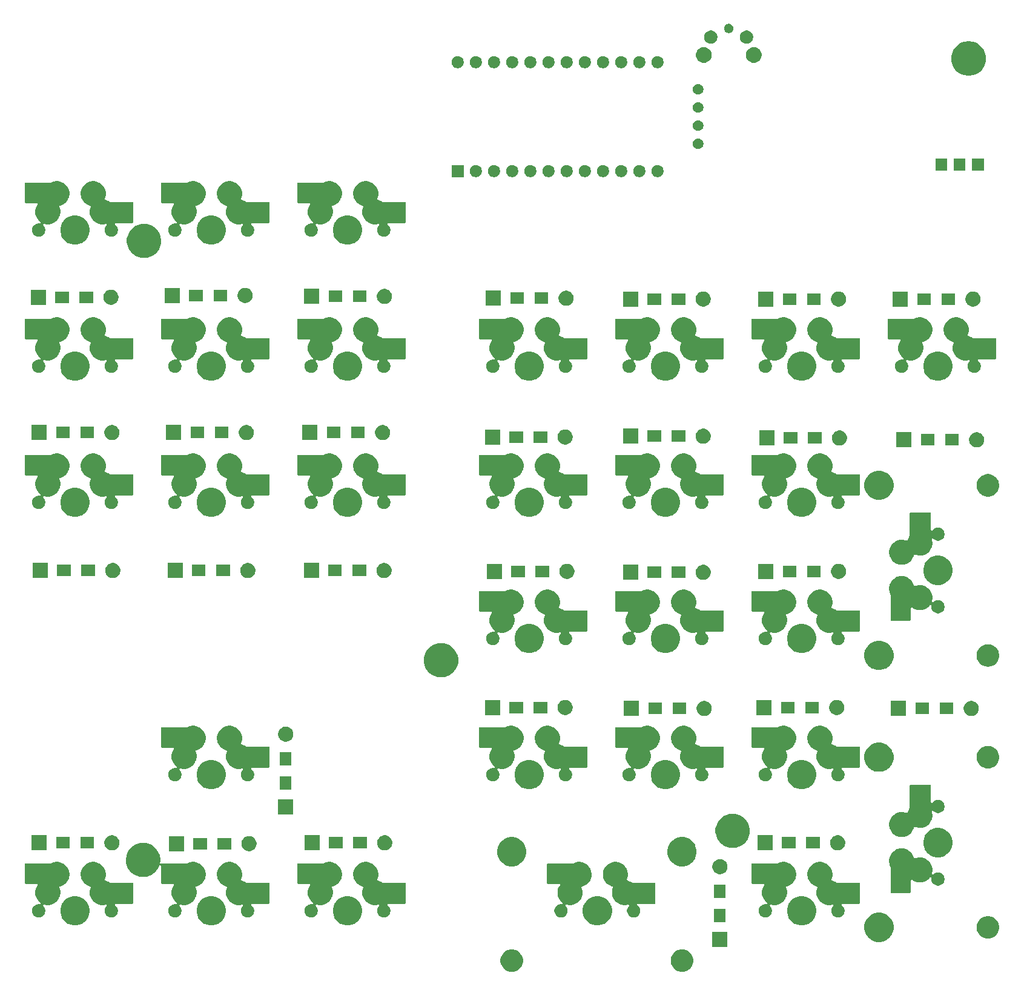
<source format=gts>
G04 #@! TF.GenerationSoftware,KiCad,Pcbnew,(5.1.5)-3*
G04 #@! TF.CreationDate,2020-03-03T22:43:44-06:00*
G04 #@! TF.ProjectId,MigitePad,4d696769-7465-4506-9164-2e6b69636164,rev?*
G04 #@! TF.SameCoordinates,Original*
G04 #@! TF.FileFunction,Soldermask,Top*
G04 #@! TF.FilePolarity,Negative*
%FSLAX46Y46*%
G04 Gerber Fmt 4.6, Leading zero omitted, Abs format (unit mm)*
G04 Created by KiCad (PCBNEW (5.1.5)-3) date 2020-03-03 22:43:44*
%MOMM*%
%LPD*%
G04 APERTURE LIST*
%ADD10C,0.100000*%
G04 APERTURE END LIST*
D10*
G36*
X158701767Y-160253263D02*
G01*
X158853911Y-160283526D01*
X158972637Y-160332704D01*
X159140541Y-160402252D01*
X159140542Y-160402253D01*
X159398504Y-160574617D01*
X159617883Y-160793996D01*
X159733053Y-160966361D01*
X159790248Y-161051959D01*
X159908974Y-161338590D01*
X159969500Y-161642875D01*
X159969500Y-161953125D01*
X159908974Y-162257410D01*
X159790248Y-162544041D01*
X159790247Y-162544042D01*
X159617883Y-162802004D01*
X159398504Y-163021383D01*
X159226139Y-163136553D01*
X159140541Y-163193748D01*
X158972637Y-163263296D01*
X158853911Y-163312474D01*
X158701767Y-163342737D01*
X158549625Y-163373000D01*
X158239375Y-163373000D01*
X158087233Y-163342737D01*
X157935089Y-163312474D01*
X157816363Y-163263296D01*
X157648459Y-163193748D01*
X157562861Y-163136553D01*
X157390496Y-163021383D01*
X157171117Y-162802004D01*
X156998753Y-162544042D01*
X156998752Y-162544041D01*
X156880026Y-162257410D01*
X156819500Y-161953125D01*
X156819500Y-161642875D01*
X156880026Y-161338590D01*
X156998752Y-161051959D01*
X157055947Y-160966361D01*
X157171117Y-160793996D01*
X157390496Y-160574617D01*
X157648458Y-160402253D01*
X157648459Y-160402252D01*
X157816363Y-160332704D01*
X157935089Y-160283526D01*
X158087233Y-160253263D01*
X158239375Y-160223000D01*
X158549625Y-160223000D01*
X158701767Y-160253263D01*
G37*
G36*
X134901767Y-160253263D02*
G01*
X135053911Y-160283526D01*
X135172637Y-160332704D01*
X135340541Y-160402252D01*
X135340542Y-160402253D01*
X135598504Y-160574617D01*
X135817883Y-160793996D01*
X135933053Y-160966361D01*
X135990248Y-161051959D01*
X136108974Y-161338590D01*
X136169500Y-161642875D01*
X136169500Y-161953125D01*
X136108974Y-162257410D01*
X135990248Y-162544041D01*
X135990247Y-162544042D01*
X135817883Y-162802004D01*
X135598504Y-163021383D01*
X135426139Y-163136553D01*
X135340541Y-163193748D01*
X135172637Y-163263296D01*
X135053911Y-163312474D01*
X134901767Y-163342737D01*
X134749625Y-163373000D01*
X134439375Y-163373000D01*
X134287233Y-163342737D01*
X134135089Y-163312474D01*
X134016363Y-163263296D01*
X133848459Y-163193748D01*
X133762861Y-163136553D01*
X133590496Y-163021383D01*
X133371117Y-162802004D01*
X133198753Y-162544042D01*
X133198752Y-162544041D01*
X133080026Y-162257410D01*
X133019500Y-161953125D01*
X133019500Y-161642875D01*
X133080026Y-161338590D01*
X133198752Y-161051959D01*
X133255947Y-160966361D01*
X133371117Y-160793996D01*
X133590496Y-160574617D01*
X133848458Y-160402253D01*
X133848459Y-160402252D01*
X134016363Y-160332704D01*
X134135089Y-160283526D01*
X134287233Y-160253263D01*
X134439375Y-160223000D01*
X134749625Y-160223000D01*
X134901767Y-160253263D01*
G37*
G36*
X164756030Y-159847490D02*
G01*
X162655050Y-159847490D01*
X162655050Y-157746510D01*
X164756030Y-157746510D01*
X164756030Y-159847490D01*
G37*
G36*
X186524474Y-155158184D02*
G01*
X186742474Y-155248483D01*
X186896623Y-155312333D01*
X187231548Y-155536123D01*
X187516377Y-155820952D01*
X187740167Y-156155877D01*
X187740167Y-156155878D01*
X187894316Y-156528026D01*
X187972900Y-156923094D01*
X187972900Y-157325906D01*
X187894316Y-157720974D01*
X187832363Y-157870541D01*
X187740167Y-158093123D01*
X187516377Y-158428048D01*
X187231548Y-158712877D01*
X186896623Y-158936667D01*
X186742474Y-159000517D01*
X186524474Y-159090816D01*
X186129406Y-159169400D01*
X185726594Y-159169400D01*
X185331526Y-159090816D01*
X185113526Y-159000517D01*
X184959377Y-158936667D01*
X184624452Y-158712877D01*
X184339623Y-158428048D01*
X184115833Y-158093123D01*
X184023637Y-157870541D01*
X183961684Y-157720974D01*
X183883100Y-157325906D01*
X183883100Y-156923094D01*
X183961684Y-156528026D01*
X184115833Y-156155878D01*
X184115833Y-156155877D01*
X184339623Y-155820952D01*
X184624452Y-155536123D01*
X184959377Y-155312333D01*
X185113526Y-155248483D01*
X185331526Y-155158184D01*
X185726594Y-155079600D01*
X186129406Y-155079600D01*
X186524474Y-155158184D01*
G37*
G36*
X201627411Y-155610026D02*
G01*
X201746137Y-155659204D01*
X201914041Y-155728752D01*
X201914042Y-155728753D01*
X202172004Y-155901117D01*
X202391383Y-156120496D01*
X202415024Y-156155878D01*
X202563748Y-156378459D01*
X202625700Y-156528025D01*
X202665938Y-156625167D01*
X202682474Y-156665090D01*
X202743000Y-156969375D01*
X202743000Y-157279625D01*
X202682474Y-157583910D01*
X202563748Y-157870541D01*
X202563747Y-157870542D01*
X202391383Y-158128504D01*
X202172004Y-158347883D01*
X202052028Y-158428048D01*
X201914041Y-158520248D01*
X201746137Y-158589796D01*
X201627411Y-158638974D01*
X201475267Y-158669237D01*
X201323125Y-158699500D01*
X201012875Y-158699500D01*
X200860733Y-158669237D01*
X200708589Y-158638974D01*
X200589863Y-158589796D01*
X200421959Y-158520248D01*
X200283972Y-158428048D01*
X200163996Y-158347883D01*
X199944617Y-158128504D01*
X199772253Y-157870542D01*
X199772252Y-157870541D01*
X199653526Y-157583910D01*
X199593000Y-157279625D01*
X199593000Y-156969375D01*
X199653526Y-156665090D01*
X199670063Y-156625167D01*
X199710300Y-156528025D01*
X199772252Y-156378459D01*
X199920976Y-156155878D01*
X199944617Y-156120496D01*
X200163996Y-155901117D01*
X200421958Y-155728753D01*
X200421959Y-155728752D01*
X200589863Y-155659204D01*
X200708589Y-155610026D01*
X201012875Y-155549500D01*
X201323125Y-155549500D01*
X201627411Y-155610026D01*
G37*
G36*
X93179474Y-152846684D02*
G01*
X93397474Y-152936983D01*
X93551623Y-153000833D01*
X93886548Y-153224623D01*
X94171377Y-153509452D01*
X94395167Y-153844377D01*
X94437687Y-153947031D01*
X94549316Y-154216526D01*
X94627900Y-154611594D01*
X94627900Y-155014406D01*
X94549316Y-155409474D01*
X94459017Y-155627474D01*
X94395167Y-155781623D01*
X94171377Y-156116548D01*
X93886548Y-156401377D01*
X93551623Y-156625167D01*
X93455242Y-156665089D01*
X93179474Y-156779316D01*
X92784406Y-156857900D01*
X92381594Y-156857900D01*
X91986526Y-156779316D01*
X91710758Y-156665089D01*
X91614377Y-156625167D01*
X91279452Y-156401377D01*
X90994623Y-156116548D01*
X90770833Y-155781623D01*
X90706983Y-155627474D01*
X90616684Y-155409474D01*
X90538100Y-155014406D01*
X90538100Y-154611594D01*
X90616684Y-154216526D01*
X90728313Y-153947031D01*
X90770833Y-153844377D01*
X90994623Y-153509452D01*
X91279452Y-153224623D01*
X91614377Y-153000833D01*
X91768526Y-152936983D01*
X91986526Y-152846684D01*
X92381594Y-152768100D01*
X92784406Y-152768100D01*
X93179474Y-152846684D01*
G37*
G36*
X112229474Y-152846684D02*
G01*
X112447474Y-152936983D01*
X112601623Y-153000833D01*
X112936548Y-153224623D01*
X113221377Y-153509452D01*
X113445167Y-153844377D01*
X113487687Y-153947031D01*
X113599316Y-154216526D01*
X113677900Y-154611594D01*
X113677900Y-155014406D01*
X113599316Y-155409474D01*
X113509017Y-155627474D01*
X113445167Y-155781623D01*
X113221377Y-156116548D01*
X112936548Y-156401377D01*
X112601623Y-156625167D01*
X112505242Y-156665089D01*
X112229474Y-156779316D01*
X111834406Y-156857900D01*
X111431594Y-156857900D01*
X111036526Y-156779316D01*
X110760758Y-156665089D01*
X110664377Y-156625167D01*
X110329452Y-156401377D01*
X110044623Y-156116548D01*
X109820833Y-155781623D01*
X109756983Y-155627474D01*
X109666684Y-155409474D01*
X109588100Y-155014406D01*
X109588100Y-154611594D01*
X109666684Y-154216526D01*
X109778313Y-153947031D01*
X109820833Y-153844377D01*
X110044623Y-153509452D01*
X110329452Y-153224623D01*
X110664377Y-153000833D01*
X110818526Y-152936983D01*
X111036526Y-152846684D01*
X111431594Y-152768100D01*
X111834406Y-152768100D01*
X112229474Y-152846684D01*
G37*
G36*
X147154474Y-152846684D02*
G01*
X147372474Y-152936983D01*
X147526623Y-153000833D01*
X147861548Y-153224623D01*
X148146377Y-153509452D01*
X148370167Y-153844377D01*
X148412687Y-153947031D01*
X148524316Y-154216526D01*
X148602900Y-154611594D01*
X148602900Y-155014406D01*
X148524316Y-155409474D01*
X148434017Y-155627474D01*
X148370167Y-155781623D01*
X148146377Y-156116548D01*
X147861548Y-156401377D01*
X147526623Y-156625167D01*
X147430242Y-156665089D01*
X147154474Y-156779316D01*
X146759406Y-156857900D01*
X146356594Y-156857900D01*
X145961526Y-156779316D01*
X145685758Y-156665089D01*
X145589377Y-156625167D01*
X145254452Y-156401377D01*
X144969623Y-156116548D01*
X144745833Y-155781623D01*
X144681983Y-155627474D01*
X144591684Y-155409474D01*
X144513100Y-155014406D01*
X144513100Y-154611594D01*
X144591684Y-154216526D01*
X144703313Y-153947031D01*
X144745833Y-153844377D01*
X144969623Y-153509452D01*
X145254452Y-153224623D01*
X145589377Y-153000833D01*
X145743526Y-152936983D01*
X145961526Y-152846684D01*
X146356594Y-152768100D01*
X146759406Y-152768100D01*
X147154474Y-152846684D01*
G37*
G36*
X74129474Y-152846684D02*
G01*
X74347474Y-152936983D01*
X74501623Y-153000833D01*
X74836548Y-153224623D01*
X75121377Y-153509452D01*
X75345167Y-153844377D01*
X75387687Y-153947031D01*
X75499316Y-154216526D01*
X75577900Y-154611594D01*
X75577900Y-155014406D01*
X75499316Y-155409474D01*
X75409017Y-155627474D01*
X75345167Y-155781623D01*
X75121377Y-156116548D01*
X74836548Y-156401377D01*
X74501623Y-156625167D01*
X74405242Y-156665089D01*
X74129474Y-156779316D01*
X73734406Y-156857900D01*
X73331594Y-156857900D01*
X72936526Y-156779316D01*
X72660758Y-156665089D01*
X72564377Y-156625167D01*
X72229452Y-156401377D01*
X71944623Y-156116548D01*
X71720833Y-155781623D01*
X71656983Y-155627474D01*
X71566684Y-155409474D01*
X71488100Y-155014406D01*
X71488100Y-154611594D01*
X71566684Y-154216526D01*
X71678313Y-153947031D01*
X71720833Y-153844377D01*
X71944623Y-153509452D01*
X72229452Y-153224623D01*
X72564377Y-153000833D01*
X72718526Y-152936983D01*
X72936526Y-152846684D01*
X73331594Y-152768100D01*
X73734406Y-152768100D01*
X74129474Y-152846684D01*
G37*
G36*
X175729474Y-152846684D02*
G01*
X175947474Y-152936983D01*
X176101623Y-153000833D01*
X176436548Y-153224623D01*
X176721377Y-153509452D01*
X176945167Y-153844377D01*
X176987687Y-153947031D01*
X177099316Y-154216526D01*
X177177900Y-154611594D01*
X177177900Y-155014406D01*
X177099316Y-155409474D01*
X177009017Y-155627474D01*
X176945167Y-155781623D01*
X176721377Y-156116548D01*
X176436548Y-156401377D01*
X176101623Y-156625167D01*
X176005242Y-156665089D01*
X175729474Y-156779316D01*
X175334406Y-156857900D01*
X174931594Y-156857900D01*
X174536526Y-156779316D01*
X174260758Y-156665089D01*
X174164377Y-156625167D01*
X173829452Y-156401377D01*
X173544623Y-156116548D01*
X173320833Y-155781623D01*
X173256983Y-155627474D01*
X173166684Y-155409474D01*
X173088100Y-155014406D01*
X173088100Y-154611594D01*
X173166684Y-154216526D01*
X173278313Y-153947031D01*
X173320833Y-153844377D01*
X173544623Y-153509452D01*
X173829452Y-153224623D01*
X174164377Y-153000833D01*
X174318526Y-152936983D01*
X174536526Y-152846684D01*
X174931594Y-152768100D01*
X175334406Y-152768100D01*
X175729474Y-152846684D01*
G37*
G36*
X164504000Y-156448000D02*
G01*
X162902000Y-156448000D01*
X162902000Y-154546000D01*
X164504000Y-154546000D01*
X164504000Y-156448000D01*
G37*
G36*
X114532038Y-148019113D02*
G01*
X114683748Y-148049290D01*
X114804528Y-148099319D01*
X115002408Y-148181283D01*
X115289196Y-148372909D01*
X115533091Y-148616804D01*
X115724717Y-148903592D01*
X115794149Y-149071216D01*
X115856710Y-149222252D01*
X115875970Y-149319080D01*
X115924000Y-149560540D01*
X115924000Y-149905460D01*
X115856710Y-150243748D01*
X115790151Y-150404437D01*
X115783038Y-150427886D01*
X115780636Y-150452273D01*
X115783038Y-150476659D01*
X115790151Y-150500108D01*
X115801702Y-150521718D01*
X115817248Y-150540660D01*
X115836190Y-150556205D01*
X115857800Y-150567756D01*
X115881250Y-150574869D01*
X115953748Y-150589290D01*
X116027111Y-150619678D01*
X116272408Y-150721283D01*
X116487618Y-150865082D01*
X116509229Y-150876633D01*
X116532678Y-150883746D01*
X116557064Y-150886148D01*
X119629925Y-150886148D01*
X119641149Y-150886699D01*
X119646597Y-150887236D01*
X119668564Y-150891605D01*
X119670878Y-150892308D01*
X119691562Y-150900875D01*
X119693690Y-150902013D01*
X119698821Y-150905441D01*
X119698826Y-150905444D01*
X119705531Y-150909925D01*
X119712311Y-150914455D01*
X119714177Y-150915986D01*
X119730014Y-150931823D01*
X119731545Y-150933689D01*
X119734974Y-150938821D01*
X119740556Y-150947174D01*
X119740559Y-150947179D01*
X119743987Y-150952310D01*
X119745125Y-150954438D01*
X119753692Y-150975122D01*
X119754395Y-150977436D01*
X119758764Y-150999403D01*
X119759301Y-151004851D01*
X119759852Y-151016075D01*
X119759852Y-153709925D01*
X119759301Y-153721149D01*
X119758764Y-153726597D01*
X119754395Y-153748564D01*
X119753692Y-153750878D01*
X119745125Y-153771562D01*
X119743987Y-153773690D01*
X119740559Y-153778821D01*
X119740556Y-153778826D01*
X119737734Y-153783049D01*
X119731545Y-153792311D01*
X119730014Y-153794177D01*
X119714177Y-153810014D01*
X119712311Y-153811545D01*
X119707179Y-153814974D01*
X119698826Y-153820556D01*
X119698821Y-153820559D01*
X119693690Y-153823987D01*
X119691562Y-153825125D01*
X119670878Y-153833692D01*
X119668564Y-153834395D01*
X119646597Y-153838764D01*
X119641149Y-153839301D01*
X119629925Y-153839852D01*
X117335403Y-153839852D01*
X117311017Y-153842254D01*
X117287568Y-153849367D01*
X117265957Y-153860918D01*
X117247015Y-153876463D01*
X117231470Y-153895405D01*
X117219919Y-153917016D01*
X117212806Y-153940465D01*
X117210404Y-153964851D01*
X117212806Y-153989237D01*
X117219919Y-154012686D01*
X117231470Y-154034297D01*
X117247015Y-154053239D01*
X117265951Y-154068778D01*
X117303291Y-154093728D01*
X117432272Y-154222709D01*
X117533611Y-154374374D01*
X117603415Y-154542896D01*
X117639000Y-154721797D01*
X117639000Y-154904203D01*
X117603415Y-155083104D01*
X117533611Y-155251626D01*
X117432272Y-155403291D01*
X117303291Y-155532272D01*
X117151626Y-155633611D01*
X116983104Y-155703415D01*
X116804203Y-155739000D01*
X116621797Y-155739000D01*
X116442896Y-155703415D01*
X116274374Y-155633611D01*
X116122709Y-155532272D01*
X115993728Y-155403291D01*
X115892389Y-155251626D01*
X115822585Y-155083104D01*
X115787000Y-154904203D01*
X115787000Y-154721797D01*
X115822585Y-154542896D01*
X115892389Y-154374374D01*
X115993728Y-154222709D01*
X116044339Y-154172098D01*
X116059875Y-154153167D01*
X116071426Y-154131556D01*
X116078539Y-154108107D01*
X116080941Y-154083721D01*
X116078539Y-154059335D01*
X116071426Y-154035886D01*
X116059875Y-154014275D01*
X116044330Y-153995333D01*
X116025388Y-153979788D01*
X116003777Y-153968237D01*
X115980328Y-153961124D01*
X115955942Y-153958722D01*
X115931559Y-153961124D01*
X115837727Y-153979788D01*
X115615460Y-154024000D01*
X115270540Y-154024000D01*
X115045015Y-153979140D01*
X114932252Y-153956710D01*
X114770621Y-153889760D01*
X114613592Y-153824717D01*
X114326804Y-153633091D01*
X114082909Y-153389196D01*
X113891283Y-153102408D01*
X113805511Y-152895335D01*
X113759290Y-152783748D01*
X113716067Y-152566451D01*
X113692000Y-152445460D01*
X113692000Y-152100540D01*
X113759290Y-151762252D01*
X113825849Y-151601563D01*
X113832962Y-151578114D01*
X113835364Y-151553727D01*
X113832962Y-151529341D01*
X113825849Y-151505892D01*
X113814298Y-151484282D01*
X113798752Y-151465340D01*
X113779810Y-151449795D01*
X113758200Y-151438244D01*
X113734751Y-151431131D01*
X113692039Y-151422635D01*
X113662252Y-151416710D01*
X113524507Y-151359654D01*
X113343592Y-151284717D01*
X113056804Y-151093091D01*
X112812909Y-150849196D01*
X112621283Y-150562408D01*
X112502980Y-150276798D01*
X112489290Y-150243748D01*
X112456504Y-150078920D01*
X112422000Y-149905460D01*
X112422000Y-149560540D01*
X112470030Y-149319080D01*
X112489290Y-149222252D01*
X112551851Y-149071216D01*
X112621283Y-148903592D01*
X112812909Y-148616804D01*
X113056804Y-148372909D01*
X113343592Y-148181283D01*
X113541472Y-148099319D01*
X113662252Y-148049290D01*
X113813962Y-148019113D01*
X114000540Y-147982000D01*
X114345460Y-147982000D01*
X114532038Y-148019113D01*
G37*
G36*
X144377038Y-148019113D02*
G01*
X144528748Y-148049290D01*
X144649528Y-148099319D01*
X144847408Y-148181283D01*
X145134196Y-148372909D01*
X145378091Y-148616804D01*
X145569717Y-148903592D01*
X145639149Y-149071216D01*
X145701710Y-149222252D01*
X145720970Y-149319080D01*
X145769000Y-149560540D01*
X145769000Y-149905460D01*
X145734496Y-150078920D01*
X145701710Y-150243748D01*
X145688020Y-150276798D01*
X145569717Y-150562408D01*
X145378091Y-150849196D01*
X145134196Y-151093091D01*
X144847408Y-151284717D01*
X144666493Y-151359654D01*
X144528748Y-151416710D01*
X144498961Y-151422635D01*
X144456249Y-151431131D01*
X144432800Y-151438244D01*
X144411189Y-151449795D01*
X144392247Y-151465341D01*
X144376702Y-151484282D01*
X144365151Y-151505893D01*
X144358038Y-151529342D01*
X144355636Y-151553728D01*
X144358038Y-151578114D01*
X144365151Y-151601563D01*
X144431710Y-151762252D01*
X144499000Y-152100540D01*
X144499000Y-152445460D01*
X144474933Y-152566451D01*
X144431710Y-152783748D01*
X144385489Y-152895335D01*
X144299717Y-153102408D01*
X144108091Y-153389196D01*
X143864196Y-153633091D01*
X143577408Y-153824717D01*
X143420379Y-153889760D01*
X143258748Y-153956710D01*
X143145985Y-153979140D01*
X142920460Y-154024000D01*
X142575540Y-154024000D01*
X142353273Y-153979788D01*
X142259441Y-153961124D01*
X142235058Y-153958722D01*
X142210672Y-153961124D01*
X142187223Y-153968237D01*
X142165612Y-153979788D01*
X142146670Y-153995333D01*
X142131125Y-154014275D01*
X142119574Y-154035886D01*
X142112461Y-154059335D01*
X142110059Y-154083721D01*
X142112461Y-154108107D01*
X142119574Y-154131556D01*
X142131125Y-154153167D01*
X142146661Y-154172098D01*
X142197272Y-154222709D01*
X142298611Y-154374374D01*
X142368415Y-154542896D01*
X142404000Y-154721797D01*
X142404000Y-154904203D01*
X142368415Y-155083104D01*
X142298611Y-155251626D01*
X142197272Y-155403291D01*
X142068291Y-155532272D01*
X141916626Y-155633611D01*
X141748104Y-155703415D01*
X141569203Y-155739000D01*
X141386797Y-155739000D01*
X141207896Y-155703415D01*
X141039374Y-155633611D01*
X140887709Y-155532272D01*
X140758728Y-155403291D01*
X140657389Y-155251626D01*
X140587585Y-155083104D01*
X140552000Y-154904203D01*
X140552000Y-154721797D01*
X140587585Y-154542896D01*
X140657389Y-154374374D01*
X140758728Y-154222709D01*
X140887709Y-154093728D01*
X141039374Y-153992389D01*
X141207896Y-153922585D01*
X141386797Y-153887000D01*
X141569203Y-153887000D01*
X141583080Y-153889760D01*
X141607463Y-153892162D01*
X141631849Y-153889760D01*
X141655298Y-153882647D01*
X141676909Y-153871096D01*
X141695851Y-153855551D01*
X141711396Y-153836610D01*
X141722948Y-153814999D01*
X141730061Y-153791550D01*
X141732463Y-153767164D01*
X141730061Y-153742778D01*
X141722948Y-153719329D01*
X141711397Y-153697718D01*
X141695852Y-153678776D01*
X141676910Y-153663230D01*
X141631804Y-153633091D01*
X141387909Y-153389196D01*
X141196283Y-153102408D01*
X141110511Y-152895335D01*
X141064290Y-152783748D01*
X141021067Y-152566451D01*
X140997000Y-152445460D01*
X140997000Y-152100540D01*
X141048378Y-151842245D01*
X141064290Y-151762252D01*
X141132118Y-151598500D01*
X141196283Y-151443592D01*
X141336130Y-151234297D01*
X141347681Y-151212686D01*
X141354794Y-151189237D01*
X141357196Y-151164851D01*
X141354794Y-151140465D01*
X141347681Y-151117016D01*
X141336130Y-151095406D01*
X141320585Y-151076464D01*
X141301643Y-151060918D01*
X141280032Y-151049367D01*
X141256583Y-151042254D01*
X141232197Y-151039852D01*
X139661075Y-151039852D01*
X139649851Y-151039301D01*
X139644403Y-151038764D01*
X139622436Y-151034395D01*
X139620122Y-151033692D01*
X139599438Y-151025125D01*
X139597310Y-151023987D01*
X139592179Y-151020559D01*
X139592174Y-151020556D01*
X139583821Y-151014974D01*
X139578689Y-151011545D01*
X139576823Y-151010014D01*
X139560986Y-150994177D01*
X139559455Y-150992311D01*
X139555663Y-150986636D01*
X139550444Y-150978826D01*
X139550441Y-150978821D01*
X139547013Y-150973690D01*
X139545875Y-150971562D01*
X139537308Y-150950878D01*
X139536605Y-150948564D01*
X139532236Y-150926597D01*
X139531699Y-150921149D01*
X139531148Y-150909925D01*
X139531148Y-148316075D01*
X139531699Y-148304851D01*
X139532236Y-148299403D01*
X139536605Y-148277436D01*
X139537308Y-148275122D01*
X139545875Y-148254438D01*
X139547013Y-148252310D01*
X139550441Y-148247179D01*
X139550444Y-148247174D01*
X139556026Y-148238821D01*
X139559455Y-148233689D01*
X139560986Y-148231823D01*
X139576823Y-148215986D01*
X139578689Y-148214455D01*
X139584364Y-148210663D01*
X139592174Y-148205444D01*
X139592179Y-148205441D01*
X139597310Y-148202013D01*
X139599438Y-148200875D01*
X139620122Y-148192308D01*
X139622436Y-148191605D01*
X139644403Y-148187236D01*
X139649851Y-148186699D01*
X139661075Y-148186148D01*
X143151983Y-148186148D01*
X143176369Y-148183746D01*
X143199818Y-148176633D01*
X143386472Y-148099319D01*
X143507252Y-148049290D01*
X143658962Y-148019113D01*
X143845540Y-147982000D01*
X144190460Y-147982000D01*
X144377038Y-148019113D01*
G37*
G36*
X149457038Y-148019113D02*
G01*
X149608748Y-148049290D01*
X149729528Y-148099319D01*
X149927408Y-148181283D01*
X150214196Y-148372909D01*
X150458091Y-148616804D01*
X150649717Y-148903592D01*
X150719149Y-149071216D01*
X150781710Y-149222252D01*
X150800970Y-149319080D01*
X150849000Y-149560540D01*
X150849000Y-149905460D01*
X150781710Y-150243748D01*
X150715151Y-150404437D01*
X150708038Y-150427886D01*
X150705636Y-150452273D01*
X150708038Y-150476659D01*
X150715151Y-150500108D01*
X150726702Y-150521718D01*
X150742248Y-150540660D01*
X150761190Y-150556205D01*
X150782800Y-150567756D01*
X150806250Y-150574869D01*
X150878748Y-150589290D01*
X150952111Y-150619678D01*
X151197408Y-150721283D01*
X151412618Y-150865082D01*
X151434229Y-150876633D01*
X151457678Y-150883746D01*
X151482064Y-150886148D01*
X154554925Y-150886148D01*
X154566149Y-150886699D01*
X154571597Y-150887236D01*
X154593564Y-150891605D01*
X154595878Y-150892308D01*
X154616562Y-150900875D01*
X154618690Y-150902013D01*
X154623821Y-150905441D01*
X154623826Y-150905444D01*
X154630531Y-150909925D01*
X154637311Y-150914455D01*
X154639177Y-150915986D01*
X154655014Y-150931823D01*
X154656545Y-150933689D01*
X154659974Y-150938821D01*
X154665556Y-150947174D01*
X154665559Y-150947179D01*
X154668987Y-150952310D01*
X154670125Y-150954438D01*
X154678692Y-150975122D01*
X154679395Y-150977436D01*
X154683764Y-150999403D01*
X154684301Y-151004851D01*
X154684852Y-151016075D01*
X154684852Y-153709925D01*
X154684301Y-153721149D01*
X154683764Y-153726597D01*
X154679395Y-153748564D01*
X154678692Y-153750878D01*
X154670125Y-153771562D01*
X154668987Y-153773690D01*
X154665559Y-153778821D01*
X154665556Y-153778826D01*
X154662734Y-153783049D01*
X154656545Y-153792311D01*
X154655014Y-153794177D01*
X154639177Y-153810014D01*
X154637311Y-153811545D01*
X154632179Y-153814974D01*
X154623826Y-153820556D01*
X154623821Y-153820559D01*
X154618690Y-153823987D01*
X154616562Y-153825125D01*
X154595878Y-153833692D01*
X154593564Y-153834395D01*
X154571597Y-153838764D01*
X154566149Y-153839301D01*
X154554925Y-153839852D01*
X152260403Y-153839852D01*
X152236017Y-153842254D01*
X152212568Y-153849367D01*
X152190957Y-153860918D01*
X152172015Y-153876463D01*
X152156470Y-153895405D01*
X152144919Y-153917016D01*
X152137806Y-153940465D01*
X152135404Y-153964851D01*
X152137806Y-153989237D01*
X152144919Y-154012686D01*
X152156470Y-154034297D01*
X152172015Y-154053239D01*
X152190951Y-154068778D01*
X152228291Y-154093728D01*
X152357272Y-154222709D01*
X152458611Y-154374374D01*
X152528415Y-154542896D01*
X152564000Y-154721797D01*
X152564000Y-154904203D01*
X152528415Y-155083104D01*
X152458611Y-155251626D01*
X152357272Y-155403291D01*
X152228291Y-155532272D01*
X152076626Y-155633611D01*
X151908104Y-155703415D01*
X151729203Y-155739000D01*
X151546797Y-155739000D01*
X151367896Y-155703415D01*
X151199374Y-155633611D01*
X151047709Y-155532272D01*
X150918728Y-155403291D01*
X150817389Y-155251626D01*
X150747585Y-155083104D01*
X150712000Y-154904203D01*
X150712000Y-154721797D01*
X150747585Y-154542896D01*
X150817389Y-154374374D01*
X150918728Y-154222709D01*
X150969339Y-154172098D01*
X150984875Y-154153167D01*
X150996426Y-154131556D01*
X151003539Y-154108107D01*
X151005941Y-154083721D01*
X151003539Y-154059335D01*
X150996426Y-154035886D01*
X150984875Y-154014275D01*
X150969330Y-153995333D01*
X150950388Y-153979788D01*
X150928777Y-153968237D01*
X150905328Y-153961124D01*
X150880942Y-153958722D01*
X150856559Y-153961124D01*
X150762727Y-153979788D01*
X150540460Y-154024000D01*
X150195540Y-154024000D01*
X149970015Y-153979140D01*
X149857252Y-153956710D01*
X149695621Y-153889760D01*
X149538592Y-153824717D01*
X149251804Y-153633091D01*
X149007909Y-153389196D01*
X148816283Y-153102408D01*
X148730511Y-152895335D01*
X148684290Y-152783748D01*
X148641067Y-152566451D01*
X148617000Y-152445460D01*
X148617000Y-152100540D01*
X148684290Y-151762252D01*
X148750849Y-151601563D01*
X148757962Y-151578114D01*
X148760364Y-151553727D01*
X148757962Y-151529341D01*
X148750849Y-151505892D01*
X148739298Y-151484282D01*
X148723752Y-151465340D01*
X148704810Y-151449795D01*
X148683200Y-151438244D01*
X148659751Y-151431131D01*
X148617039Y-151422635D01*
X148587252Y-151416710D01*
X148449507Y-151359654D01*
X148268592Y-151284717D01*
X147981804Y-151093091D01*
X147737909Y-150849196D01*
X147546283Y-150562408D01*
X147427980Y-150276798D01*
X147414290Y-150243748D01*
X147381504Y-150078920D01*
X147347000Y-149905460D01*
X147347000Y-149560540D01*
X147395030Y-149319080D01*
X147414290Y-149222252D01*
X147476851Y-149071216D01*
X147546283Y-148903592D01*
X147737909Y-148616804D01*
X147981804Y-148372909D01*
X148268592Y-148181283D01*
X148466472Y-148099319D01*
X148587252Y-148049290D01*
X148738962Y-148019113D01*
X148925540Y-147982000D01*
X149270460Y-147982000D01*
X149457038Y-148019113D01*
G37*
G36*
X76432038Y-148019113D02*
G01*
X76583748Y-148049290D01*
X76704528Y-148099319D01*
X76902408Y-148181283D01*
X77189196Y-148372909D01*
X77433091Y-148616804D01*
X77624717Y-148903592D01*
X77694149Y-149071216D01*
X77756710Y-149222252D01*
X77775970Y-149319080D01*
X77824000Y-149560540D01*
X77824000Y-149905460D01*
X77756710Y-150243748D01*
X77690151Y-150404437D01*
X77683038Y-150427886D01*
X77680636Y-150452273D01*
X77683038Y-150476659D01*
X77690151Y-150500108D01*
X77701702Y-150521718D01*
X77717248Y-150540660D01*
X77736190Y-150556205D01*
X77757800Y-150567756D01*
X77781250Y-150574869D01*
X77853748Y-150589290D01*
X77927111Y-150619678D01*
X78172408Y-150721283D01*
X78387618Y-150865082D01*
X78409229Y-150876633D01*
X78432678Y-150883746D01*
X78457064Y-150886148D01*
X81529925Y-150886148D01*
X81541149Y-150886699D01*
X81546597Y-150887236D01*
X81568564Y-150891605D01*
X81570878Y-150892308D01*
X81591562Y-150900875D01*
X81593690Y-150902013D01*
X81598821Y-150905441D01*
X81598826Y-150905444D01*
X81605531Y-150909925D01*
X81612311Y-150914455D01*
X81614177Y-150915986D01*
X81630014Y-150931823D01*
X81631545Y-150933689D01*
X81634974Y-150938821D01*
X81640556Y-150947174D01*
X81640559Y-150947179D01*
X81643987Y-150952310D01*
X81645125Y-150954438D01*
X81653692Y-150975122D01*
X81654395Y-150977436D01*
X81658764Y-150999403D01*
X81659301Y-151004851D01*
X81659852Y-151016075D01*
X81659852Y-153709925D01*
X81659301Y-153721149D01*
X81658764Y-153726597D01*
X81654395Y-153748564D01*
X81653692Y-153750878D01*
X81645125Y-153771562D01*
X81643987Y-153773690D01*
X81640559Y-153778821D01*
X81640556Y-153778826D01*
X81637734Y-153783049D01*
X81631545Y-153792311D01*
X81630014Y-153794177D01*
X81614177Y-153810014D01*
X81612311Y-153811545D01*
X81607179Y-153814974D01*
X81598826Y-153820556D01*
X81598821Y-153820559D01*
X81593690Y-153823987D01*
X81591562Y-153825125D01*
X81570878Y-153833692D01*
X81568564Y-153834395D01*
X81546597Y-153838764D01*
X81541149Y-153839301D01*
X81529925Y-153839852D01*
X79235403Y-153839852D01*
X79211017Y-153842254D01*
X79187568Y-153849367D01*
X79165957Y-153860918D01*
X79147015Y-153876463D01*
X79131470Y-153895405D01*
X79119919Y-153917016D01*
X79112806Y-153940465D01*
X79110404Y-153964851D01*
X79112806Y-153989237D01*
X79119919Y-154012686D01*
X79131470Y-154034297D01*
X79147015Y-154053239D01*
X79165951Y-154068778D01*
X79203291Y-154093728D01*
X79332272Y-154222709D01*
X79433611Y-154374374D01*
X79503415Y-154542896D01*
X79539000Y-154721797D01*
X79539000Y-154904203D01*
X79503415Y-155083104D01*
X79433611Y-155251626D01*
X79332272Y-155403291D01*
X79203291Y-155532272D01*
X79051626Y-155633611D01*
X78883104Y-155703415D01*
X78704203Y-155739000D01*
X78521797Y-155739000D01*
X78342896Y-155703415D01*
X78174374Y-155633611D01*
X78022709Y-155532272D01*
X77893728Y-155403291D01*
X77792389Y-155251626D01*
X77722585Y-155083104D01*
X77687000Y-154904203D01*
X77687000Y-154721797D01*
X77722585Y-154542896D01*
X77792389Y-154374374D01*
X77893728Y-154222709D01*
X77944339Y-154172098D01*
X77959875Y-154153167D01*
X77971426Y-154131556D01*
X77978539Y-154108107D01*
X77980941Y-154083721D01*
X77978539Y-154059335D01*
X77971426Y-154035886D01*
X77959875Y-154014275D01*
X77944330Y-153995333D01*
X77925388Y-153979788D01*
X77903777Y-153968237D01*
X77880328Y-153961124D01*
X77855942Y-153958722D01*
X77831559Y-153961124D01*
X77737727Y-153979788D01*
X77515460Y-154024000D01*
X77170540Y-154024000D01*
X76945015Y-153979140D01*
X76832252Y-153956710D01*
X76670621Y-153889760D01*
X76513592Y-153824717D01*
X76226804Y-153633091D01*
X75982909Y-153389196D01*
X75791283Y-153102408D01*
X75705511Y-152895335D01*
X75659290Y-152783748D01*
X75616067Y-152566451D01*
X75592000Y-152445460D01*
X75592000Y-152100540D01*
X75659290Y-151762252D01*
X75725849Y-151601563D01*
X75732962Y-151578114D01*
X75735364Y-151553727D01*
X75732962Y-151529341D01*
X75725849Y-151505892D01*
X75714298Y-151484282D01*
X75698752Y-151465340D01*
X75679810Y-151449795D01*
X75658200Y-151438244D01*
X75634751Y-151431131D01*
X75592039Y-151422635D01*
X75562252Y-151416710D01*
X75424507Y-151359654D01*
X75243592Y-151284717D01*
X74956804Y-151093091D01*
X74712909Y-150849196D01*
X74521283Y-150562408D01*
X74402980Y-150276798D01*
X74389290Y-150243748D01*
X74356504Y-150078920D01*
X74322000Y-149905460D01*
X74322000Y-149560540D01*
X74370030Y-149319080D01*
X74389290Y-149222252D01*
X74451851Y-149071216D01*
X74521283Y-148903592D01*
X74712909Y-148616804D01*
X74956804Y-148372909D01*
X75243592Y-148181283D01*
X75441472Y-148099319D01*
X75562252Y-148049290D01*
X75713962Y-148019113D01*
X75900540Y-147982000D01*
X76245460Y-147982000D01*
X76432038Y-148019113D01*
G37*
G36*
X71352038Y-148019113D02*
G01*
X71503748Y-148049290D01*
X71624528Y-148099319D01*
X71822408Y-148181283D01*
X72109196Y-148372909D01*
X72353091Y-148616804D01*
X72544717Y-148903592D01*
X72614149Y-149071216D01*
X72676710Y-149222252D01*
X72695970Y-149319080D01*
X72744000Y-149560540D01*
X72744000Y-149905460D01*
X72709496Y-150078920D01*
X72676710Y-150243748D01*
X72663020Y-150276798D01*
X72544717Y-150562408D01*
X72353091Y-150849196D01*
X72109196Y-151093091D01*
X71822408Y-151284717D01*
X71641493Y-151359654D01*
X71503748Y-151416710D01*
X71473961Y-151422635D01*
X71431249Y-151431131D01*
X71407800Y-151438244D01*
X71386189Y-151449795D01*
X71367247Y-151465341D01*
X71351702Y-151484282D01*
X71340151Y-151505893D01*
X71333038Y-151529342D01*
X71330636Y-151553728D01*
X71333038Y-151578114D01*
X71340151Y-151601563D01*
X71406710Y-151762252D01*
X71474000Y-152100540D01*
X71474000Y-152445460D01*
X71449933Y-152566451D01*
X71406710Y-152783748D01*
X71360489Y-152895335D01*
X71274717Y-153102408D01*
X71083091Y-153389196D01*
X70839196Y-153633091D01*
X70552408Y-153824717D01*
X70395379Y-153889760D01*
X70233748Y-153956710D01*
X70120985Y-153979140D01*
X69895460Y-154024000D01*
X69550540Y-154024000D01*
X69328273Y-153979788D01*
X69234441Y-153961124D01*
X69210058Y-153958722D01*
X69185672Y-153961124D01*
X69162223Y-153968237D01*
X69140612Y-153979788D01*
X69121670Y-153995333D01*
X69106125Y-154014275D01*
X69094574Y-154035886D01*
X69087461Y-154059335D01*
X69085059Y-154083721D01*
X69087461Y-154108107D01*
X69094574Y-154131556D01*
X69106125Y-154153167D01*
X69121661Y-154172098D01*
X69172272Y-154222709D01*
X69273611Y-154374374D01*
X69343415Y-154542896D01*
X69379000Y-154721797D01*
X69379000Y-154904203D01*
X69343415Y-155083104D01*
X69273611Y-155251626D01*
X69172272Y-155403291D01*
X69043291Y-155532272D01*
X68891626Y-155633611D01*
X68723104Y-155703415D01*
X68544203Y-155739000D01*
X68361797Y-155739000D01*
X68182896Y-155703415D01*
X68014374Y-155633611D01*
X67862709Y-155532272D01*
X67733728Y-155403291D01*
X67632389Y-155251626D01*
X67562585Y-155083104D01*
X67527000Y-154904203D01*
X67527000Y-154721797D01*
X67562585Y-154542896D01*
X67632389Y-154374374D01*
X67733728Y-154222709D01*
X67862709Y-154093728D01*
X68014374Y-153992389D01*
X68182896Y-153922585D01*
X68361797Y-153887000D01*
X68544203Y-153887000D01*
X68558080Y-153889760D01*
X68582463Y-153892162D01*
X68606849Y-153889760D01*
X68630298Y-153882647D01*
X68651909Y-153871096D01*
X68670851Y-153855551D01*
X68686396Y-153836610D01*
X68697948Y-153814999D01*
X68705061Y-153791550D01*
X68707463Y-153767164D01*
X68705061Y-153742778D01*
X68697948Y-153719329D01*
X68686397Y-153697718D01*
X68670852Y-153678776D01*
X68651910Y-153663230D01*
X68606804Y-153633091D01*
X68362909Y-153389196D01*
X68171283Y-153102408D01*
X68085511Y-152895335D01*
X68039290Y-152783748D01*
X67996067Y-152566451D01*
X67972000Y-152445460D01*
X67972000Y-152100540D01*
X68023378Y-151842245D01*
X68039290Y-151762252D01*
X68107118Y-151598500D01*
X68171283Y-151443592D01*
X68311130Y-151234297D01*
X68322681Y-151212686D01*
X68329794Y-151189237D01*
X68332196Y-151164851D01*
X68329794Y-151140465D01*
X68322681Y-151117016D01*
X68311130Y-151095406D01*
X68295585Y-151076464D01*
X68276643Y-151060918D01*
X68255032Y-151049367D01*
X68231583Y-151042254D01*
X68207197Y-151039852D01*
X66636075Y-151039852D01*
X66624851Y-151039301D01*
X66619403Y-151038764D01*
X66597436Y-151034395D01*
X66595122Y-151033692D01*
X66574438Y-151025125D01*
X66572310Y-151023987D01*
X66567179Y-151020559D01*
X66567174Y-151020556D01*
X66558821Y-151014974D01*
X66553689Y-151011545D01*
X66551823Y-151010014D01*
X66535986Y-150994177D01*
X66534455Y-150992311D01*
X66530663Y-150986636D01*
X66525444Y-150978826D01*
X66525441Y-150978821D01*
X66522013Y-150973690D01*
X66520875Y-150971562D01*
X66512308Y-150950878D01*
X66511605Y-150948564D01*
X66507236Y-150926597D01*
X66506699Y-150921149D01*
X66506148Y-150909925D01*
X66506148Y-148316075D01*
X66506699Y-148304851D01*
X66507236Y-148299403D01*
X66511605Y-148277436D01*
X66512308Y-148275122D01*
X66520875Y-148254438D01*
X66522013Y-148252310D01*
X66525441Y-148247179D01*
X66525444Y-148247174D01*
X66531026Y-148238821D01*
X66534455Y-148233689D01*
X66535986Y-148231823D01*
X66551823Y-148215986D01*
X66553689Y-148214455D01*
X66559364Y-148210663D01*
X66567174Y-148205444D01*
X66567179Y-148205441D01*
X66572310Y-148202013D01*
X66574438Y-148200875D01*
X66595122Y-148192308D01*
X66597436Y-148191605D01*
X66619403Y-148187236D01*
X66624851Y-148186699D01*
X66636075Y-148186148D01*
X70126983Y-148186148D01*
X70151369Y-148183746D01*
X70174818Y-148176633D01*
X70361472Y-148099319D01*
X70482252Y-148049290D01*
X70633962Y-148019113D01*
X70820540Y-147982000D01*
X71165460Y-147982000D01*
X71352038Y-148019113D01*
G37*
G36*
X83526451Y-145345938D02*
G01*
X83758404Y-145392077D01*
X84195395Y-145573084D01*
X84588676Y-145835866D01*
X84923134Y-146170324D01*
X85185916Y-146563605D01*
X85366923Y-147000596D01*
X85413062Y-147232549D01*
X85451430Y-147425437D01*
X85459200Y-147464502D01*
X85459200Y-147937498D01*
X85432997Y-148069230D01*
X85432391Y-148072273D01*
X85429989Y-148096660D01*
X85432391Y-148121046D01*
X85439504Y-148144495D01*
X85451055Y-148166105D01*
X85466600Y-148185047D01*
X85485542Y-148200593D01*
X85507153Y-148212144D01*
X85530601Y-148219257D01*
X85554988Y-148221659D01*
X85579374Y-148219257D01*
X85602823Y-148212144D01*
X85616771Y-148204689D01*
X85616889Y-148204910D01*
X85624438Y-148200875D01*
X85645122Y-148192308D01*
X85647436Y-148191605D01*
X85669403Y-148187236D01*
X85674851Y-148186699D01*
X85686075Y-148186148D01*
X89176983Y-148186148D01*
X89201369Y-148183746D01*
X89224818Y-148176633D01*
X89411472Y-148099319D01*
X89532252Y-148049290D01*
X89683962Y-148019113D01*
X89870540Y-147982000D01*
X90215460Y-147982000D01*
X90402038Y-148019113D01*
X90553748Y-148049290D01*
X90674528Y-148099319D01*
X90872408Y-148181283D01*
X91159196Y-148372909D01*
X91403091Y-148616804D01*
X91594717Y-148903592D01*
X91664149Y-149071216D01*
X91726710Y-149222252D01*
X91745970Y-149319080D01*
X91794000Y-149560540D01*
X91794000Y-149905460D01*
X91759496Y-150078920D01*
X91726710Y-150243748D01*
X91713020Y-150276798D01*
X91594717Y-150562408D01*
X91403091Y-150849196D01*
X91159196Y-151093091D01*
X90872408Y-151284717D01*
X90691493Y-151359654D01*
X90553748Y-151416710D01*
X90523961Y-151422635D01*
X90481249Y-151431131D01*
X90457800Y-151438244D01*
X90436189Y-151449795D01*
X90417247Y-151465341D01*
X90401702Y-151484282D01*
X90390151Y-151505893D01*
X90383038Y-151529342D01*
X90380636Y-151553728D01*
X90383038Y-151578114D01*
X90390151Y-151601563D01*
X90456710Y-151762252D01*
X90524000Y-152100540D01*
X90524000Y-152445460D01*
X90499933Y-152566451D01*
X90456710Y-152783748D01*
X90410489Y-152895335D01*
X90324717Y-153102408D01*
X90133091Y-153389196D01*
X89889196Y-153633091D01*
X89602408Y-153824717D01*
X89445379Y-153889760D01*
X89283748Y-153956710D01*
X89170985Y-153979140D01*
X88945460Y-154024000D01*
X88600540Y-154024000D01*
X88378273Y-153979788D01*
X88284441Y-153961124D01*
X88260058Y-153958722D01*
X88235672Y-153961124D01*
X88212223Y-153968237D01*
X88190612Y-153979788D01*
X88171670Y-153995333D01*
X88156125Y-154014275D01*
X88144574Y-154035886D01*
X88137461Y-154059335D01*
X88135059Y-154083721D01*
X88137461Y-154108107D01*
X88144574Y-154131556D01*
X88156125Y-154153167D01*
X88171661Y-154172098D01*
X88222272Y-154222709D01*
X88323611Y-154374374D01*
X88393415Y-154542896D01*
X88429000Y-154721797D01*
X88429000Y-154904203D01*
X88393415Y-155083104D01*
X88323611Y-155251626D01*
X88222272Y-155403291D01*
X88093291Y-155532272D01*
X87941626Y-155633611D01*
X87773104Y-155703415D01*
X87594203Y-155739000D01*
X87411797Y-155739000D01*
X87232896Y-155703415D01*
X87064374Y-155633611D01*
X86912709Y-155532272D01*
X86783728Y-155403291D01*
X86682389Y-155251626D01*
X86612585Y-155083104D01*
X86577000Y-154904203D01*
X86577000Y-154721797D01*
X86612585Y-154542896D01*
X86682389Y-154374374D01*
X86783728Y-154222709D01*
X86912709Y-154093728D01*
X87064374Y-153992389D01*
X87232896Y-153922585D01*
X87411797Y-153887000D01*
X87594203Y-153887000D01*
X87608080Y-153889760D01*
X87632463Y-153892162D01*
X87656849Y-153889760D01*
X87680298Y-153882647D01*
X87701909Y-153871096D01*
X87720851Y-153855551D01*
X87736396Y-153836610D01*
X87747948Y-153814999D01*
X87755061Y-153791550D01*
X87757463Y-153767164D01*
X87755061Y-153742778D01*
X87747948Y-153719329D01*
X87736397Y-153697718D01*
X87720852Y-153678776D01*
X87701910Y-153663230D01*
X87656804Y-153633091D01*
X87412909Y-153389196D01*
X87221283Y-153102408D01*
X87135511Y-152895335D01*
X87089290Y-152783748D01*
X87046067Y-152566451D01*
X87022000Y-152445460D01*
X87022000Y-152100540D01*
X87073378Y-151842245D01*
X87089290Y-151762252D01*
X87157118Y-151598500D01*
X87221283Y-151443592D01*
X87361130Y-151234297D01*
X87372681Y-151212686D01*
X87379794Y-151189237D01*
X87382196Y-151164851D01*
X87379794Y-151140465D01*
X87372681Y-151117016D01*
X87361130Y-151095406D01*
X87345585Y-151076464D01*
X87326643Y-151060918D01*
X87305032Y-151049367D01*
X87281583Y-151042254D01*
X87257197Y-151039852D01*
X85686075Y-151039852D01*
X85674851Y-151039301D01*
X85669403Y-151038764D01*
X85647436Y-151034395D01*
X85645122Y-151033692D01*
X85624438Y-151025125D01*
X85622310Y-151023987D01*
X85617179Y-151020559D01*
X85617174Y-151020556D01*
X85608821Y-151014974D01*
X85603689Y-151011545D01*
X85601823Y-151010014D01*
X85585986Y-150994177D01*
X85584455Y-150992311D01*
X85580663Y-150986636D01*
X85575444Y-150978826D01*
X85575441Y-150978821D01*
X85572013Y-150973690D01*
X85570875Y-150971562D01*
X85562308Y-150950878D01*
X85561605Y-150948564D01*
X85557236Y-150926597D01*
X85556699Y-150921149D01*
X85556148Y-150909925D01*
X85556148Y-148572986D01*
X85553746Y-148548600D01*
X85546633Y-148525151D01*
X85535082Y-148503540D01*
X85519537Y-148484598D01*
X85500595Y-148469053D01*
X85478984Y-148457502D01*
X85455535Y-148450389D01*
X85431149Y-148447987D01*
X85406763Y-148450389D01*
X85383314Y-148457502D01*
X85361703Y-148469053D01*
X85342761Y-148484598D01*
X85327216Y-148503540D01*
X85315667Y-148525147D01*
X85185916Y-148838395D01*
X84923134Y-149231676D01*
X84588676Y-149566134D01*
X84195395Y-149828916D01*
X83758404Y-150009923D01*
X83580130Y-150045384D01*
X83294499Y-150102200D01*
X82821501Y-150102200D01*
X82535870Y-150045384D01*
X82357596Y-150009923D01*
X81920605Y-149828916D01*
X81527324Y-149566134D01*
X81192866Y-149231676D01*
X80930084Y-148838395D01*
X80749077Y-148401404D01*
X80684027Y-148074375D01*
X80656800Y-147937499D01*
X80656800Y-147464501D01*
X80702939Y-147232549D01*
X80749077Y-147000596D01*
X80930084Y-146563605D01*
X81192866Y-146170324D01*
X81527324Y-145835866D01*
X81920605Y-145573084D01*
X82357596Y-145392077D01*
X82589549Y-145345938D01*
X82821501Y-145299800D01*
X83294499Y-145299800D01*
X83526451Y-145345938D01*
G37*
G36*
X178032038Y-148019113D02*
G01*
X178183748Y-148049290D01*
X178304528Y-148099319D01*
X178502408Y-148181283D01*
X178789196Y-148372909D01*
X179033091Y-148616804D01*
X179224717Y-148903592D01*
X179294149Y-149071216D01*
X179356710Y-149222252D01*
X179375970Y-149319080D01*
X179424000Y-149560540D01*
X179424000Y-149905460D01*
X179356710Y-150243748D01*
X179290151Y-150404437D01*
X179283038Y-150427886D01*
X179280636Y-150452273D01*
X179283038Y-150476659D01*
X179290151Y-150500108D01*
X179301702Y-150521718D01*
X179317248Y-150540660D01*
X179336190Y-150556205D01*
X179357800Y-150567756D01*
X179381250Y-150574869D01*
X179453748Y-150589290D01*
X179527111Y-150619678D01*
X179772408Y-150721283D01*
X179987618Y-150865082D01*
X180009229Y-150876633D01*
X180032678Y-150883746D01*
X180057064Y-150886148D01*
X183129925Y-150886148D01*
X183141149Y-150886699D01*
X183146597Y-150887236D01*
X183168564Y-150891605D01*
X183170878Y-150892308D01*
X183191562Y-150900875D01*
X183193690Y-150902013D01*
X183198821Y-150905441D01*
X183198826Y-150905444D01*
X183205531Y-150909925D01*
X183212311Y-150914455D01*
X183214177Y-150915986D01*
X183230014Y-150931823D01*
X183231545Y-150933689D01*
X183234974Y-150938821D01*
X183240556Y-150947174D01*
X183240559Y-150947179D01*
X183243987Y-150952310D01*
X183245125Y-150954438D01*
X183253692Y-150975122D01*
X183254395Y-150977436D01*
X183258764Y-150999403D01*
X183259301Y-151004851D01*
X183259852Y-151016075D01*
X183259852Y-153709925D01*
X183259301Y-153721149D01*
X183258764Y-153726597D01*
X183254395Y-153748564D01*
X183253692Y-153750878D01*
X183245125Y-153771562D01*
X183243987Y-153773690D01*
X183240559Y-153778821D01*
X183240556Y-153778826D01*
X183237734Y-153783049D01*
X183231545Y-153792311D01*
X183230014Y-153794177D01*
X183214177Y-153810014D01*
X183212311Y-153811545D01*
X183207179Y-153814974D01*
X183198826Y-153820556D01*
X183198821Y-153820559D01*
X183193690Y-153823987D01*
X183191562Y-153825125D01*
X183170878Y-153833692D01*
X183168564Y-153834395D01*
X183146597Y-153838764D01*
X183141149Y-153839301D01*
X183129925Y-153839852D01*
X180835403Y-153839852D01*
X180811017Y-153842254D01*
X180787568Y-153849367D01*
X180765957Y-153860918D01*
X180747015Y-153876463D01*
X180731470Y-153895405D01*
X180719919Y-153917016D01*
X180712806Y-153940465D01*
X180710404Y-153964851D01*
X180712806Y-153989237D01*
X180719919Y-154012686D01*
X180731470Y-154034297D01*
X180747015Y-154053239D01*
X180765951Y-154068778D01*
X180803291Y-154093728D01*
X180932272Y-154222709D01*
X181033611Y-154374374D01*
X181103415Y-154542896D01*
X181139000Y-154721797D01*
X181139000Y-154904203D01*
X181103415Y-155083104D01*
X181033611Y-155251626D01*
X180932272Y-155403291D01*
X180803291Y-155532272D01*
X180651626Y-155633611D01*
X180483104Y-155703415D01*
X180304203Y-155739000D01*
X180121797Y-155739000D01*
X179942896Y-155703415D01*
X179774374Y-155633611D01*
X179622709Y-155532272D01*
X179493728Y-155403291D01*
X179392389Y-155251626D01*
X179322585Y-155083104D01*
X179287000Y-154904203D01*
X179287000Y-154721797D01*
X179322585Y-154542896D01*
X179392389Y-154374374D01*
X179493728Y-154222709D01*
X179544339Y-154172098D01*
X179559875Y-154153167D01*
X179571426Y-154131556D01*
X179578539Y-154108107D01*
X179580941Y-154083721D01*
X179578539Y-154059335D01*
X179571426Y-154035886D01*
X179559875Y-154014275D01*
X179544330Y-153995333D01*
X179525388Y-153979788D01*
X179503777Y-153968237D01*
X179480328Y-153961124D01*
X179455942Y-153958722D01*
X179431559Y-153961124D01*
X179337727Y-153979788D01*
X179115460Y-154024000D01*
X178770540Y-154024000D01*
X178545015Y-153979140D01*
X178432252Y-153956710D01*
X178270621Y-153889760D01*
X178113592Y-153824717D01*
X177826804Y-153633091D01*
X177582909Y-153389196D01*
X177391283Y-153102408D01*
X177305511Y-152895335D01*
X177259290Y-152783748D01*
X177216067Y-152566451D01*
X177192000Y-152445460D01*
X177192000Y-152100540D01*
X177259290Y-151762252D01*
X177325849Y-151601563D01*
X177332962Y-151578114D01*
X177335364Y-151553727D01*
X177332962Y-151529341D01*
X177325849Y-151505892D01*
X177314298Y-151484282D01*
X177298752Y-151465340D01*
X177279810Y-151449795D01*
X177258200Y-151438244D01*
X177234751Y-151431131D01*
X177192039Y-151422635D01*
X177162252Y-151416710D01*
X177024507Y-151359654D01*
X176843592Y-151284717D01*
X176556804Y-151093091D01*
X176312909Y-150849196D01*
X176121283Y-150562408D01*
X176002980Y-150276798D01*
X175989290Y-150243748D01*
X175956504Y-150078920D01*
X175922000Y-149905460D01*
X175922000Y-149560540D01*
X175970030Y-149319080D01*
X175989290Y-149222252D01*
X176051851Y-149071216D01*
X176121283Y-148903592D01*
X176312909Y-148616804D01*
X176556804Y-148372909D01*
X176843592Y-148181283D01*
X177041472Y-148099319D01*
X177162252Y-148049290D01*
X177313962Y-148019113D01*
X177500540Y-147982000D01*
X177845460Y-147982000D01*
X178032038Y-148019113D01*
G37*
G36*
X172952038Y-148019113D02*
G01*
X173103748Y-148049290D01*
X173224528Y-148099319D01*
X173422408Y-148181283D01*
X173709196Y-148372909D01*
X173953091Y-148616804D01*
X174144717Y-148903592D01*
X174214149Y-149071216D01*
X174276710Y-149222252D01*
X174295970Y-149319080D01*
X174344000Y-149560540D01*
X174344000Y-149905460D01*
X174309496Y-150078920D01*
X174276710Y-150243748D01*
X174263020Y-150276798D01*
X174144717Y-150562408D01*
X173953091Y-150849196D01*
X173709196Y-151093091D01*
X173422408Y-151284717D01*
X173241493Y-151359654D01*
X173103748Y-151416710D01*
X173073961Y-151422635D01*
X173031249Y-151431131D01*
X173007800Y-151438244D01*
X172986189Y-151449795D01*
X172967247Y-151465341D01*
X172951702Y-151484282D01*
X172940151Y-151505893D01*
X172933038Y-151529342D01*
X172930636Y-151553728D01*
X172933038Y-151578114D01*
X172940151Y-151601563D01*
X173006710Y-151762252D01*
X173074000Y-152100540D01*
X173074000Y-152445460D01*
X173049933Y-152566451D01*
X173006710Y-152783748D01*
X172960489Y-152895335D01*
X172874717Y-153102408D01*
X172683091Y-153389196D01*
X172439196Y-153633091D01*
X172152408Y-153824717D01*
X171995379Y-153889760D01*
X171833748Y-153956710D01*
X171720985Y-153979140D01*
X171495460Y-154024000D01*
X171150540Y-154024000D01*
X170928273Y-153979788D01*
X170834441Y-153961124D01*
X170810058Y-153958722D01*
X170785672Y-153961124D01*
X170762223Y-153968237D01*
X170740612Y-153979788D01*
X170721670Y-153995333D01*
X170706125Y-154014275D01*
X170694574Y-154035886D01*
X170687461Y-154059335D01*
X170685059Y-154083721D01*
X170687461Y-154108107D01*
X170694574Y-154131556D01*
X170706125Y-154153167D01*
X170721661Y-154172098D01*
X170772272Y-154222709D01*
X170873611Y-154374374D01*
X170943415Y-154542896D01*
X170979000Y-154721797D01*
X170979000Y-154904203D01*
X170943415Y-155083104D01*
X170873611Y-155251626D01*
X170772272Y-155403291D01*
X170643291Y-155532272D01*
X170491626Y-155633611D01*
X170323104Y-155703415D01*
X170144203Y-155739000D01*
X169961797Y-155739000D01*
X169782896Y-155703415D01*
X169614374Y-155633611D01*
X169462709Y-155532272D01*
X169333728Y-155403291D01*
X169232389Y-155251626D01*
X169162585Y-155083104D01*
X169127000Y-154904203D01*
X169127000Y-154721797D01*
X169162585Y-154542896D01*
X169232389Y-154374374D01*
X169333728Y-154222709D01*
X169462709Y-154093728D01*
X169614374Y-153992389D01*
X169782896Y-153922585D01*
X169961797Y-153887000D01*
X170144203Y-153887000D01*
X170158080Y-153889760D01*
X170182463Y-153892162D01*
X170206849Y-153889760D01*
X170230298Y-153882647D01*
X170251909Y-153871096D01*
X170270851Y-153855551D01*
X170286396Y-153836610D01*
X170297948Y-153814999D01*
X170305061Y-153791550D01*
X170307463Y-153767164D01*
X170305061Y-153742778D01*
X170297948Y-153719329D01*
X170286397Y-153697718D01*
X170270852Y-153678776D01*
X170251910Y-153663230D01*
X170206804Y-153633091D01*
X169962909Y-153389196D01*
X169771283Y-153102408D01*
X169685511Y-152895335D01*
X169639290Y-152783748D01*
X169596067Y-152566451D01*
X169572000Y-152445460D01*
X169572000Y-152100540D01*
X169623378Y-151842245D01*
X169639290Y-151762252D01*
X169707118Y-151598500D01*
X169771283Y-151443592D01*
X169911130Y-151234297D01*
X169922681Y-151212686D01*
X169929794Y-151189237D01*
X169932196Y-151164851D01*
X169929794Y-151140465D01*
X169922681Y-151117016D01*
X169911130Y-151095406D01*
X169895585Y-151076464D01*
X169876643Y-151060918D01*
X169855032Y-151049367D01*
X169831583Y-151042254D01*
X169807197Y-151039852D01*
X168236075Y-151039852D01*
X168224851Y-151039301D01*
X168219403Y-151038764D01*
X168197436Y-151034395D01*
X168195122Y-151033692D01*
X168174438Y-151025125D01*
X168172310Y-151023987D01*
X168167179Y-151020559D01*
X168167174Y-151020556D01*
X168158821Y-151014974D01*
X168153689Y-151011545D01*
X168151823Y-151010014D01*
X168135986Y-150994177D01*
X168134455Y-150992311D01*
X168130663Y-150986636D01*
X168125444Y-150978826D01*
X168125441Y-150978821D01*
X168122013Y-150973690D01*
X168120875Y-150971562D01*
X168112308Y-150950878D01*
X168111605Y-150948564D01*
X168107236Y-150926597D01*
X168106699Y-150921149D01*
X168106148Y-150909925D01*
X168106148Y-148316075D01*
X168106699Y-148304851D01*
X168107236Y-148299403D01*
X168111605Y-148277436D01*
X168112308Y-148275122D01*
X168120875Y-148254438D01*
X168122013Y-148252310D01*
X168125441Y-148247179D01*
X168125444Y-148247174D01*
X168131026Y-148238821D01*
X168134455Y-148233689D01*
X168135986Y-148231823D01*
X168151823Y-148215986D01*
X168153689Y-148214455D01*
X168159364Y-148210663D01*
X168167174Y-148205444D01*
X168167179Y-148205441D01*
X168172310Y-148202013D01*
X168174438Y-148200875D01*
X168195122Y-148192308D01*
X168197436Y-148191605D01*
X168219403Y-148187236D01*
X168224851Y-148186699D01*
X168236075Y-148186148D01*
X171726983Y-148186148D01*
X171751369Y-148183746D01*
X171774818Y-148176633D01*
X171961472Y-148099319D01*
X172082252Y-148049290D01*
X172233962Y-148019113D01*
X172420540Y-147982000D01*
X172765460Y-147982000D01*
X172952038Y-148019113D01*
G37*
G36*
X109452038Y-148019113D02*
G01*
X109603748Y-148049290D01*
X109724528Y-148099319D01*
X109922408Y-148181283D01*
X110209196Y-148372909D01*
X110453091Y-148616804D01*
X110644717Y-148903592D01*
X110714149Y-149071216D01*
X110776710Y-149222252D01*
X110795970Y-149319080D01*
X110844000Y-149560540D01*
X110844000Y-149905460D01*
X110809496Y-150078920D01*
X110776710Y-150243748D01*
X110763020Y-150276798D01*
X110644717Y-150562408D01*
X110453091Y-150849196D01*
X110209196Y-151093091D01*
X109922408Y-151284717D01*
X109741493Y-151359654D01*
X109603748Y-151416710D01*
X109573961Y-151422635D01*
X109531249Y-151431131D01*
X109507800Y-151438244D01*
X109486189Y-151449795D01*
X109467247Y-151465341D01*
X109451702Y-151484282D01*
X109440151Y-151505893D01*
X109433038Y-151529342D01*
X109430636Y-151553728D01*
X109433038Y-151578114D01*
X109440151Y-151601563D01*
X109506710Y-151762252D01*
X109574000Y-152100540D01*
X109574000Y-152445460D01*
X109549933Y-152566451D01*
X109506710Y-152783748D01*
X109460489Y-152895335D01*
X109374717Y-153102408D01*
X109183091Y-153389196D01*
X108939196Y-153633091D01*
X108652408Y-153824717D01*
X108495379Y-153889760D01*
X108333748Y-153956710D01*
X108220985Y-153979140D01*
X107995460Y-154024000D01*
X107650540Y-154024000D01*
X107428273Y-153979788D01*
X107334441Y-153961124D01*
X107310058Y-153958722D01*
X107285672Y-153961124D01*
X107262223Y-153968237D01*
X107240612Y-153979788D01*
X107221670Y-153995333D01*
X107206125Y-154014275D01*
X107194574Y-154035886D01*
X107187461Y-154059335D01*
X107185059Y-154083721D01*
X107187461Y-154108107D01*
X107194574Y-154131556D01*
X107206125Y-154153167D01*
X107221661Y-154172098D01*
X107272272Y-154222709D01*
X107373611Y-154374374D01*
X107443415Y-154542896D01*
X107479000Y-154721797D01*
X107479000Y-154904203D01*
X107443415Y-155083104D01*
X107373611Y-155251626D01*
X107272272Y-155403291D01*
X107143291Y-155532272D01*
X106991626Y-155633611D01*
X106823104Y-155703415D01*
X106644203Y-155739000D01*
X106461797Y-155739000D01*
X106282896Y-155703415D01*
X106114374Y-155633611D01*
X105962709Y-155532272D01*
X105833728Y-155403291D01*
X105732389Y-155251626D01*
X105662585Y-155083104D01*
X105627000Y-154904203D01*
X105627000Y-154721797D01*
X105662585Y-154542896D01*
X105732389Y-154374374D01*
X105833728Y-154222709D01*
X105962709Y-154093728D01*
X106114374Y-153992389D01*
X106282896Y-153922585D01*
X106461797Y-153887000D01*
X106644203Y-153887000D01*
X106658080Y-153889760D01*
X106682463Y-153892162D01*
X106706849Y-153889760D01*
X106730298Y-153882647D01*
X106751909Y-153871096D01*
X106770851Y-153855551D01*
X106786396Y-153836610D01*
X106797948Y-153814999D01*
X106805061Y-153791550D01*
X106807463Y-153767164D01*
X106805061Y-153742778D01*
X106797948Y-153719329D01*
X106786397Y-153697718D01*
X106770852Y-153678776D01*
X106751910Y-153663230D01*
X106706804Y-153633091D01*
X106462909Y-153389196D01*
X106271283Y-153102408D01*
X106185511Y-152895335D01*
X106139290Y-152783748D01*
X106096067Y-152566451D01*
X106072000Y-152445460D01*
X106072000Y-152100540D01*
X106123378Y-151842245D01*
X106139290Y-151762252D01*
X106207118Y-151598500D01*
X106271283Y-151443592D01*
X106411130Y-151234297D01*
X106422681Y-151212686D01*
X106429794Y-151189237D01*
X106432196Y-151164851D01*
X106429794Y-151140465D01*
X106422681Y-151117016D01*
X106411130Y-151095406D01*
X106395585Y-151076464D01*
X106376643Y-151060918D01*
X106355032Y-151049367D01*
X106331583Y-151042254D01*
X106307197Y-151039852D01*
X104736075Y-151039852D01*
X104724851Y-151039301D01*
X104719403Y-151038764D01*
X104697436Y-151034395D01*
X104695122Y-151033692D01*
X104674438Y-151025125D01*
X104672310Y-151023987D01*
X104667179Y-151020559D01*
X104667174Y-151020556D01*
X104658821Y-151014974D01*
X104653689Y-151011545D01*
X104651823Y-151010014D01*
X104635986Y-150994177D01*
X104634455Y-150992311D01*
X104630663Y-150986636D01*
X104625444Y-150978826D01*
X104625441Y-150978821D01*
X104622013Y-150973690D01*
X104620875Y-150971562D01*
X104612308Y-150950878D01*
X104611605Y-150948564D01*
X104607236Y-150926597D01*
X104606699Y-150921149D01*
X104606148Y-150909925D01*
X104606148Y-148316075D01*
X104606699Y-148304851D01*
X104607236Y-148299403D01*
X104611605Y-148277436D01*
X104612308Y-148275122D01*
X104620875Y-148254438D01*
X104622013Y-148252310D01*
X104625441Y-148247179D01*
X104625444Y-148247174D01*
X104631026Y-148238821D01*
X104634455Y-148233689D01*
X104635986Y-148231823D01*
X104651823Y-148215986D01*
X104653689Y-148214455D01*
X104659364Y-148210663D01*
X104667174Y-148205444D01*
X104667179Y-148205441D01*
X104672310Y-148202013D01*
X104674438Y-148200875D01*
X104695122Y-148192308D01*
X104697436Y-148191605D01*
X104719403Y-148187236D01*
X104724851Y-148186699D01*
X104736075Y-148186148D01*
X108226983Y-148186148D01*
X108251369Y-148183746D01*
X108274818Y-148176633D01*
X108461472Y-148099319D01*
X108582252Y-148049290D01*
X108733962Y-148019113D01*
X108920540Y-147982000D01*
X109265460Y-147982000D01*
X109452038Y-148019113D01*
G37*
G36*
X95482038Y-148019113D02*
G01*
X95633748Y-148049290D01*
X95754528Y-148099319D01*
X95952408Y-148181283D01*
X96239196Y-148372909D01*
X96483091Y-148616804D01*
X96674717Y-148903592D01*
X96744149Y-149071216D01*
X96806710Y-149222252D01*
X96825970Y-149319080D01*
X96874000Y-149560540D01*
X96874000Y-149905460D01*
X96806710Y-150243748D01*
X96740151Y-150404437D01*
X96733038Y-150427886D01*
X96730636Y-150452273D01*
X96733038Y-150476659D01*
X96740151Y-150500108D01*
X96751702Y-150521718D01*
X96767248Y-150540660D01*
X96786190Y-150556205D01*
X96807800Y-150567756D01*
X96831250Y-150574869D01*
X96903748Y-150589290D01*
X96977111Y-150619678D01*
X97222408Y-150721283D01*
X97437618Y-150865082D01*
X97459229Y-150876633D01*
X97482678Y-150883746D01*
X97507064Y-150886148D01*
X100579925Y-150886148D01*
X100591149Y-150886699D01*
X100596597Y-150887236D01*
X100618564Y-150891605D01*
X100620878Y-150892308D01*
X100641562Y-150900875D01*
X100643690Y-150902013D01*
X100648821Y-150905441D01*
X100648826Y-150905444D01*
X100655531Y-150909925D01*
X100662311Y-150914455D01*
X100664177Y-150915986D01*
X100680014Y-150931823D01*
X100681545Y-150933689D01*
X100684974Y-150938821D01*
X100690556Y-150947174D01*
X100690559Y-150947179D01*
X100693987Y-150952310D01*
X100695125Y-150954438D01*
X100703692Y-150975122D01*
X100704395Y-150977436D01*
X100708764Y-150999403D01*
X100709301Y-151004851D01*
X100709852Y-151016075D01*
X100709852Y-153709925D01*
X100709301Y-153721149D01*
X100708764Y-153726597D01*
X100704395Y-153748564D01*
X100703692Y-153750878D01*
X100695125Y-153771562D01*
X100693987Y-153773690D01*
X100690559Y-153778821D01*
X100690556Y-153778826D01*
X100687734Y-153783049D01*
X100681545Y-153792311D01*
X100680014Y-153794177D01*
X100664177Y-153810014D01*
X100662311Y-153811545D01*
X100657179Y-153814974D01*
X100648826Y-153820556D01*
X100648821Y-153820559D01*
X100643690Y-153823987D01*
X100641562Y-153825125D01*
X100620878Y-153833692D01*
X100618564Y-153834395D01*
X100596597Y-153838764D01*
X100591149Y-153839301D01*
X100579925Y-153839852D01*
X98285403Y-153839852D01*
X98261017Y-153842254D01*
X98237568Y-153849367D01*
X98215957Y-153860918D01*
X98197015Y-153876463D01*
X98181470Y-153895405D01*
X98169919Y-153917016D01*
X98162806Y-153940465D01*
X98160404Y-153964851D01*
X98162806Y-153989237D01*
X98169919Y-154012686D01*
X98181470Y-154034297D01*
X98197015Y-154053239D01*
X98215951Y-154068778D01*
X98253291Y-154093728D01*
X98382272Y-154222709D01*
X98483611Y-154374374D01*
X98553415Y-154542896D01*
X98589000Y-154721797D01*
X98589000Y-154904203D01*
X98553415Y-155083104D01*
X98483611Y-155251626D01*
X98382272Y-155403291D01*
X98253291Y-155532272D01*
X98101626Y-155633611D01*
X97933104Y-155703415D01*
X97754203Y-155739000D01*
X97571797Y-155739000D01*
X97392896Y-155703415D01*
X97224374Y-155633611D01*
X97072709Y-155532272D01*
X96943728Y-155403291D01*
X96842389Y-155251626D01*
X96772585Y-155083104D01*
X96737000Y-154904203D01*
X96737000Y-154721797D01*
X96772585Y-154542896D01*
X96842389Y-154374374D01*
X96943728Y-154222709D01*
X96994339Y-154172098D01*
X97009875Y-154153167D01*
X97021426Y-154131556D01*
X97028539Y-154108107D01*
X97030941Y-154083721D01*
X97028539Y-154059335D01*
X97021426Y-154035886D01*
X97009875Y-154014275D01*
X96994330Y-153995333D01*
X96975388Y-153979788D01*
X96953777Y-153968237D01*
X96930328Y-153961124D01*
X96905942Y-153958722D01*
X96881559Y-153961124D01*
X96787727Y-153979788D01*
X96565460Y-154024000D01*
X96220540Y-154024000D01*
X95995015Y-153979140D01*
X95882252Y-153956710D01*
X95720621Y-153889760D01*
X95563592Y-153824717D01*
X95276804Y-153633091D01*
X95032909Y-153389196D01*
X94841283Y-153102408D01*
X94755511Y-152895335D01*
X94709290Y-152783748D01*
X94666067Y-152566451D01*
X94642000Y-152445460D01*
X94642000Y-152100540D01*
X94709290Y-151762252D01*
X94775849Y-151601563D01*
X94782962Y-151578114D01*
X94785364Y-151553727D01*
X94782962Y-151529341D01*
X94775849Y-151505892D01*
X94764298Y-151484282D01*
X94748752Y-151465340D01*
X94729810Y-151449795D01*
X94708200Y-151438244D01*
X94684751Y-151431131D01*
X94642039Y-151422635D01*
X94612252Y-151416710D01*
X94474507Y-151359654D01*
X94293592Y-151284717D01*
X94006804Y-151093091D01*
X93762909Y-150849196D01*
X93571283Y-150562408D01*
X93452980Y-150276798D01*
X93439290Y-150243748D01*
X93406504Y-150078920D01*
X93372000Y-149905460D01*
X93372000Y-149560540D01*
X93420030Y-149319080D01*
X93439290Y-149222252D01*
X93501851Y-149071216D01*
X93571283Y-148903592D01*
X93762909Y-148616804D01*
X94006804Y-148372909D01*
X94293592Y-148181283D01*
X94491472Y-148099319D01*
X94612252Y-148049290D01*
X94763962Y-148019113D01*
X94950540Y-147982000D01*
X95295460Y-147982000D01*
X95482038Y-148019113D01*
G37*
G36*
X164504000Y-153048000D02*
G01*
X162902000Y-153048000D01*
X162902000Y-151146000D01*
X164504000Y-151146000D01*
X164504000Y-153048000D01*
G37*
G36*
X189500985Y-146121860D02*
G01*
X189613748Y-146144290D01*
X189728681Y-146191897D01*
X189932408Y-146276283D01*
X190219196Y-146467909D01*
X190463091Y-146711804D01*
X190654717Y-146998592D01*
X190732037Y-147185259D01*
X190786710Y-147317252D01*
X190789946Y-147333519D01*
X190801131Y-147389751D01*
X190808244Y-147413200D01*
X190819795Y-147434811D01*
X190835341Y-147453753D01*
X190854282Y-147469298D01*
X190875893Y-147480849D01*
X190899342Y-147487962D01*
X190923728Y-147490364D01*
X190948114Y-147487962D01*
X190971563Y-147480849D01*
X191132252Y-147414290D01*
X191470540Y-147347000D01*
X191815460Y-147347000D01*
X192030382Y-147389751D01*
X192153748Y-147414290D01*
X192249020Y-147453753D01*
X192472408Y-147546283D01*
X192759196Y-147737909D01*
X193003091Y-147981804D01*
X193194717Y-148268592D01*
X193259884Y-148425919D01*
X193326710Y-148587252D01*
X193338524Y-148646646D01*
X193394000Y-148925540D01*
X193394000Y-149270460D01*
X193366295Y-149409741D01*
X193333405Y-149575092D01*
X193331124Y-149586556D01*
X193328722Y-149610942D01*
X193331124Y-149635328D01*
X193338237Y-149658777D01*
X193349788Y-149680388D01*
X193365333Y-149699330D01*
X193384275Y-149714875D01*
X193405886Y-149726426D01*
X193429335Y-149733539D01*
X193453721Y-149735941D01*
X193478107Y-149733539D01*
X193501556Y-149726426D01*
X193523167Y-149714875D01*
X193542098Y-149699339D01*
X193592709Y-149648728D01*
X193744374Y-149547389D01*
X193912896Y-149477585D01*
X194091797Y-149442000D01*
X194274203Y-149442000D01*
X194453104Y-149477585D01*
X194621626Y-149547389D01*
X194773291Y-149648728D01*
X194902272Y-149777709D01*
X195003611Y-149929374D01*
X195073415Y-150097896D01*
X195109000Y-150276797D01*
X195109000Y-150459203D01*
X195073415Y-150638104D01*
X195003611Y-150806626D01*
X194902272Y-150958291D01*
X194773291Y-151087272D01*
X194621626Y-151188611D01*
X194453104Y-151258415D01*
X194274203Y-151294000D01*
X194091797Y-151294000D01*
X193912896Y-151258415D01*
X193744374Y-151188611D01*
X193592709Y-151087272D01*
X193463728Y-150958291D01*
X193362389Y-150806626D01*
X193292585Y-150638104D01*
X193257000Y-150459203D01*
X193257000Y-150276797D01*
X193259760Y-150262920D01*
X193262162Y-150238537D01*
X193259760Y-150214151D01*
X193252647Y-150190702D01*
X193241096Y-150169091D01*
X193225551Y-150150149D01*
X193206610Y-150134604D01*
X193184999Y-150123052D01*
X193161550Y-150115939D01*
X193137164Y-150113537D01*
X193112778Y-150115939D01*
X193089329Y-150123052D01*
X193067718Y-150134603D01*
X193048776Y-150150148D01*
X193033230Y-150169090D01*
X193003091Y-150214196D01*
X192759196Y-150458091D01*
X192472408Y-150649717D01*
X192297222Y-150722281D01*
X192153748Y-150781710D01*
X192088171Y-150794754D01*
X191815460Y-150849000D01*
X191470540Y-150849000D01*
X191197829Y-150794754D01*
X191132252Y-150781710D01*
X190988778Y-150722281D01*
X190813592Y-150649717D01*
X190604297Y-150509870D01*
X190582686Y-150498319D01*
X190559237Y-150491206D01*
X190534851Y-150488804D01*
X190510465Y-150491206D01*
X190487016Y-150498319D01*
X190465406Y-150509870D01*
X190446464Y-150525415D01*
X190430918Y-150544357D01*
X190419367Y-150565968D01*
X190412254Y-150589417D01*
X190409852Y-150613803D01*
X190409852Y-152184925D01*
X190409301Y-152196149D01*
X190408764Y-152201597D01*
X190404395Y-152223564D01*
X190403692Y-152225878D01*
X190395125Y-152246562D01*
X190393987Y-152248690D01*
X190390559Y-152253821D01*
X190390556Y-152253826D01*
X190387939Y-152257742D01*
X190381545Y-152267311D01*
X190380014Y-152269177D01*
X190364177Y-152285014D01*
X190362311Y-152286545D01*
X190357179Y-152289974D01*
X190348826Y-152295556D01*
X190348821Y-152295559D01*
X190343690Y-152298987D01*
X190341562Y-152300125D01*
X190320878Y-152308692D01*
X190318564Y-152309395D01*
X190296597Y-152313764D01*
X190291149Y-152314301D01*
X190279925Y-152314852D01*
X187686075Y-152314852D01*
X187674851Y-152314301D01*
X187669403Y-152313764D01*
X187647436Y-152309395D01*
X187645122Y-152308692D01*
X187624438Y-152300125D01*
X187622310Y-152298987D01*
X187617179Y-152295559D01*
X187617174Y-152295556D01*
X187608821Y-152289974D01*
X187603689Y-152286545D01*
X187601823Y-152285014D01*
X187585986Y-152269177D01*
X187584455Y-152267311D01*
X187578061Y-152257742D01*
X187575444Y-152253826D01*
X187575441Y-152253821D01*
X187572013Y-152248690D01*
X187570875Y-152246562D01*
X187562308Y-152225878D01*
X187561605Y-152223564D01*
X187557236Y-152201597D01*
X187556699Y-152196149D01*
X187556148Y-152184925D01*
X187556148Y-148694017D01*
X187553746Y-148669631D01*
X187546633Y-148646182D01*
X187464538Y-148447987D01*
X187419290Y-148338748D01*
X187383647Y-148159560D01*
X187352000Y-148000460D01*
X187352000Y-147655540D01*
X187416054Y-147333519D01*
X187419290Y-147317252D01*
X187473963Y-147185259D01*
X187551283Y-146998592D01*
X187742909Y-146711804D01*
X187986804Y-146467909D01*
X188273592Y-146276283D01*
X188477319Y-146191897D01*
X188592252Y-146144290D01*
X188705015Y-146121860D01*
X188930540Y-146077000D01*
X189275460Y-146077000D01*
X189500985Y-146121860D01*
G37*
G36*
X164011956Y-147626879D02*
G01*
X164133687Y-147677302D01*
X164203134Y-147706068D01*
X164375188Y-147821031D01*
X164521509Y-147967352D01*
X164610199Y-148100085D01*
X164636473Y-148139408D01*
X164715661Y-148330584D01*
X164756030Y-148533534D01*
X164756030Y-148740466D01*
X164715661Y-148943416D01*
X164638576Y-149129514D01*
X164636472Y-149134594D01*
X164521509Y-149306648D01*
X164375188Y-149452969D01*
X164203134Y-149567932D01*
X164203133Y-149567933D01*
X164203132Y-149567933D01*
X164011956Y-149647121D01*
X163809006Y-149687490D01*
X163602074Y-149687490D01*
X163399124Y-149647121D01*
X163207948Y-149567933D01*
X163207947Y-149567933D01*
X163207946Y-149567932D01*
X163035892Y-149452969D01*
X162889571Y-149306648D01*
X162774608Y-149134594D01*
X162772504Y-149129514D01*
X162695419Y-148943416D01*
X162655050Y-148740466D01*
X162655050Y-148533534D01*
X162695419Y-148330584D01*
X162774607Y-148139408D01*
X162800882Y-148100085D01*
X162889571Y-147967352D01*
X163035892Y-147821031D01*
X163207946Y-147706068D01*
X163277393Y-147677302D01*
X163399124Y-147626879D01*
X163602074Y-147586510D01*
X163809006Y-147586510D01*
X164011956Y-147626879D01*
G37*
G36*
X158990974Y-144591684D02*
G01*
X159208974Y-144681983D01*
X159363123Y-144745833D01*
X159698048Y-144969623D01*
X159982877Y-145254452D01*
X160206667Y-145589377D01*
X160262411Y-145723956D01*
X160360816Y-145961526D01*
X160439400Y-146356594D01*
X160439400Y-146759406D01*
X160360816Y-147154474D01*
X160286525Y-147333829D01*
X160206667Y-147526623D01*
X159982877Y-147861548D01*
X159698048Y-148146377D01*
X159363123Y-148370167D01*
X159208974Y-148434017D01*
X158990974Y-148524316D01*
X158595906Y-148602900D01*
X158193094Y-148602900D01*
X157798026Y-148524316D01*
X157580026Y-148434017D01*
X157425877Y-148370167D01*
X157090952Y-148146377D01*
X156806123Y-147861548D01*
X156582333Y-147526623D01*
X156502475Y-147333829D01*
X156428184Y-147154474D01*
X156349600Y-146759406D01*
X156349600Y-146356594D01*
X156428184Y-145961526D01*
X156526589Y-145723956D01*
X156582333Y-145589377D01*
X156806123Y-145254452D01*
X157090952Y-144969623D01*
X157425877Y-144745833D01*
X157580026Y-144681983D01*
X157798026Y-144591684D01*
X158193094Y-144513100D01*
X158595906Y-144513100D01*
X158990974Y-144591684D01*
G37*
G36*
X135190974Y-144591684D02*
G01*
X135408974Y-144681983D01*
X135563123Y-144745833D01*
X135898048Y-144969623D01*
X136182877Y-145254452D01*
X136406667Y-145589377D01*
X136462411Y-145723956D01*
X136560816Y-145961526D01*
X136639400Y-146356594D01*
X136639400Y-146759406D01*
X136560816Y-147154474D01*
X136486525Y-147333829D01*
X136406667Y-147526623D01*
X136182877Y-147861548D01*
X135898048Y-148146377D01*
X135563123Y-148370167D01*
X135408974Y-148434017D01*
X135190974Y-148524316D01*
X134795906Y-148602900D01*
X134393094Y-148602900D01*
X133998026Y-148524316D01*
X133780026Y-148434017D01*
X133625877Y-148370167D01*
X133290952Y-148146377D01*
X133006123Y-147861548D01*
X132782333Y-147526623D01*
X132702475Y-147333829D01*
X132628184Y-147154474D01*
X132549600Y-146759406D01*
X132549600Y-146356594D01*
X132628184Y-145961526D01*
X132726589Y-145723956D01*
X132782333Y-145589377D01*
X133006123Y-145254452D01*
X133290952Y-144969623D01*
X133625877Y-144745833D01*
X133780026Y-144681983D01*
X133998026Y-144591684D01*
X134393094Y-144513100D01*
X134795906Y-144513100D01*
X135190974Y-144591684D01*
G37*
G36*
X194779474Y-143321684D02*
G01*
X194969755Y-143400501D01*
X195151623Y-143475833D01*
X195486548Y-143699623D01*
X195771377Y-143984452D01*
X195995167Y-144319377D01*
X196039418Y-144426209D01*
X196149316Y-144691526D01*
X196227900Y-145086594D01*
X196227900Y-145489406D01*
X196149316Y-145884474D01*
X196069569Y-146077000D01*
X195995167Y-146256623D01*
X195771377Y-146591548D01*
X195486548Y-146876377D01*
X195151623Y-147100167D01*
X195020514Y-147154474D01*
X194779474Y-147254316D01*
X194384406Y-147332900D01*
X193981594Y-147332900D01*
X193586526Y-147254316D01*
X193345486Y-147154474D01*
X193214377Y-147100167D01*
X192879452Y-146876377D01*
X192594623Y-146591548D01*
X192370833Y-146256623D01*
X192296431Y-146077000D01*
X192216684Y-145884474D01*
X192138100Y-145489406D01*
X192138100Y-145086594D01*
X192216684Y-144691526D01*
X192326582Y-144426209D01*
X192370833Y-144319377D01*
X192594623Y-143984452D01*
X192879452Y-143699623D01*
X193214377Y-143475833D01*
X193396245Y-143400501D01*
X193586526Y-143321684D01*
X193981594Y-143243100D01*
X194384406Y-143243100D01*
X194779474Y-143321684D01*
G37*
G36*
X88760490Y-146468030D02*
G01*
X86659510Y-146468030D01*
X86659510Y-144367050D01*
X88760490Y-144367050D01*
X88760490Y-146468030D01*
G37*
G36*
X98176416Y-144407419D02*
G01*
X98367592Y-144486607D01*
X98367594Y-144486608D01*
X98539648Y-144601571D01*
X98685969Y-144747892D01*
X98716075Y-144792948D01*
X98800933Y-144919948D01*
X98880121Y-145111124D01*
X98920490Y-145314074D01*
X98920490Y-145521006D01*
X98880121Y-145723956D01*
X98800933Y-145915132D01*
X98800932Y-145915134D01*
X98685969Y-146087188D01*
X98539648Y-146233509D01*
X98367594Y-146348472D01*
X98367593Y-146348473D01*
X98367592Y-146348473D01*
X98176416Y-146427661D01*
X97973466Y-146468030D01*
X97766534Y-146468030D01*
X97563584Y-146427661D01*
X97372408Y-146348473D01*
X97372407Y-146348473D01*
X97372406Y-146348472D01*
X97200352Y-146233509D01*
X97054031Y-146087188D01*
X96939068Y-145915134D01*
X96939067Y-145915132D01*
X96859879Y-145723956D01*
X96819510Y-145521006D01*
X96819510Y-145314074D01*
X96859879Y-145111124D01*
X96939067Y-144919948D01*
X97023926Y-144792948D01*
X97054031Y-144747892D01*
X97200352Y-144601571D01*
X97372406Y-144486608D01*
X97372408Y-144486607D01*
X97563584Y-144407419D01*
X97766534Y-144367050D01*
X97973466Y-144367050D01*
X98176416Y-144407419D01*
G37*
G36*
X69583490Y-146341030D02*
G01*
X67482510Y-146341030D01*
X67482510Y-144240050D01*
X69583490Y-144240050D01*
X69583490Y-146341030D01*
G37*
G36*
X78999416Y-144280419D02*
G01*
X79190592Y-144359607D01*
X79190594Y-144359608D01*
X79362648Y-144474571D01*
X79508969Y-144620892D01*
X79611537Y-144774395D01*
X79623933Y-144792948D01*
X79703121Y-144984124D01*
X79743490Y-145187074D01*
X79743490Y-145394006D01*
X79703121Y-145596956D01*
X79650515Y-145723957D01*
X79623932Y-145788134D01*
X79508969Y-145960188D01*
X79362648Y-146106509D01*
X79190594Y-146221472D01*
X79190593Y-146221473D01*
X79190592Y-146221473D01*
X78999416Y-146300661D01*
X78796466Y-146341030D01*
X78589534Y-146341030D01*
X78386584Y-146300661D01*
X78195408Y-146221473D01*
X78195407Y-146221473D01*
X78195406Y-146221472D01*
X78023352Y-146106509D01*
X77877031Y-145960188D01*
X77762068Y-145788134D01*
X77735485Y-145723957D01*
X77682879Y-145596956D01*
X77642510Y-145394006D01*
X77642510Y-145187074D01*
X77682879Y-144984124D01*
X77762067Y-144792948D01*
X77774464Y-144774395D01*
X77877031Y-144620892D01*
X78023352Y-144474571D01*
X78195406Y-144359608D01*
X78195408Y-144359607D01*
X78386584Y-144280419D01*
X78589534Y-144240050D01*
X78796466Y-144240050D01*
X78999416Y-144280419D01*
G37*
G36*
X107732490Y-146341030D02*
G01*
X105631510Y-146341030D01*
X105631510Y-144240050D01*
X107732490Y-144240050D01*
X107732490Y-146341030D01*
G37*
G36*
X117148416Y-144280419D02*
G01*
X117339592Y-144359607D01*
X117339594Y-144359608D01*
X117511648Y-144474571D01*
X117657969Y-144620892D01*
X117760537Y-144774395D01*
X117772933Y-144792948D01*
X117852121Y-144984124D01*
X117892490Y-145187074D01*
X117892490Y-145394006D01*
X117852121Y-145596956D01*
X117799515Y-145723957D01*
X117772932Y-145788134D01*
X117657969Y-145960188D01*
X117511648Y-146106509D01*
X117339594Y-146221472D01*
X117339593Y-146221473D01*
X117339592Y-146221473D01*
X117148416Y-146300661D01*
X116945466Y-146341030D01*
X116738534Y-146341030D01*
X116535584Y-146300661D01*
X116344408Y-146221473D01*
X116344407Y-146221473D01*
X116344406Y-146221472D01*
X116172352Y-146106509D01*
X116026031Y-145960188D01*
X115911068Y-145788134D01*
X115884485Y-145723957D01*
X115831879Y-145596956D01*
X115791510Y-145394006D01*
X115791510Y-145187074D01*
X115831879Y-144984124D01*
X115911067Y-144792948D01*
X115923464Y-144774395D01*
X116026031Y-144620892D01*
X116172352Y-144474571D01*
X116344406Y-144359608D01*
X116344408Y-144359607D01*
X116535584Y-144280419D01*
X116738534Y-144240050D01*
X116945466Y-144240050D01*
X117148416Y-144280419D01*
G37*
G36*
X171056490Y-146341030D02*
G01*
X168955510Y-146341030D01*
X168955510Y-144240050D01*
X171056490Y-144240050D01*
X171056490Y-146341030D01*
G37*
G36*
X180472416Y-144280419D02*
G01*
X180663592Y-144359607D01*
X180663594Y-144359608D01*
X180835648Y-144474571D01*
X180981969Y-144620892D01*
X181084537Y-144774395D01*
X181096933Y-144792948D01*
X181176121Y-144984124D01*
X181216490Y-145187074D01*
X181216490Y-145394006D01*
X181176121Y-145596956D01*
X181123515Y-145723957D01*
X181096932Y-145788134D01*
X180981969Y-145960188D01*
X180835648Y-146106509D01*
X180663594Y-146221472D01*
X180663593Y-146221473D01*
X180663592Y-146221473D01*
X180472416Y-146300661D01*
X180269466Y-146341030D01*
X180062534Y-146341030D01*
X179859584Y-146300661D01*
X179668408Y-146221473D01*
X179668407Y-146221473D01*
X179668406Y-146221472D01*
X179496352Y-146106509D01*
X179350031Y-145960188D01*
X179235068Y-145788134D01*
X179208485Y-145723957D01*
X179155879Y-145596956D01*
X179115510Y-145394006D01*
X179115510Y-145187074D01*
X179155879Y-144984124D01*
X179235067Y-144792948D01*
X179247464Y-144774395D01*
X179350031Y-144620892D01*
X179496352Y-144474571D01*
X179668406Y-144359608D01*
X179668408Y-144359607D01*
X179859584Y-144280419D01*
X180062534Y-144240050D01*
X180269466Y-144240050D01*
X180472416Y-144280419D01*
G37*
G36*
X95361000Y-146216000D02*
G01*
X93459000Y-146216000D01*
X93459000Y-144614000D01*
X95361000Y-144614000D01*
X95361000Y-146216000D01*
G37*
G36*
X91961000Y-146216000D02*
G01*
X90059000Y-146216000D01*
X90059000Y-144614000D01*
X91961000Y-144614000D01*
X91961000Y-146216000D01*
G37*
G36*
X177657000Y-146089000D02*
G01*
X175755000Y-146089000D01*
X175755000Y-144487000D01*
X177657000Y-144487000D01*
X177657000Y-146089000D01*
G37*
G36*
X72784000Y-146089000D02*
G01*
X70882000Y-146089000D01*
X70882000Y-144487000D01*
X72784000Y-144487000D01*
X72784000Y-146089000D01*
G37*
G36*
X114333000Y-146089000D02*
G01*
X112431000Y-146089000D01*
X112431000Y-144487000D01*
X114333000Y-144487000D01*
X114333000Y-146089000D01*
G37*
G36*
X110933000Y-146089000D02*
G01*
X109031000Y-146089000D01*
X109031000Y-144487000D01*
X110933000Y-144487000D01*
X110933000Y-146089000D01*
G37*
G36*
X174257000Y-146089000D02*
G01*
X172355000Y-146089000D01*
X172355000Y-144487000D01*
X174257000Y-144487000D01*
X174257000Y-146089000D01*
G37*
G36*
X76184000Y-146089000D02*
G01*
X74282000Y-146089000D01*
X74282000Y-144487000D01*
X76184000Y-144487000D01*
X76184000Y-146089000D01*
G37*
G36*
X165949451Y-141281939D02*
G01*
X166181404Y-141328077D01*
X166618395Y-141509084D01*
X167011676Y-141771866D01*
X167346134Y-142106324D01*
X167608916Y-142499605D01*
X167789923Y-142936596D01*
X167816956Y-143072499D01*
X167882200Y-143400501D01*
X167882200Y-143873499D01*
X167862596Y-143972055D01*
X167789923Y-144337404D01*
X167608916Y-144774395D01*
X167346134Y-145167676D01*
X167011676Y-145502134D01*
X166618395Y-145764916D01*
X166181404Y-145945923D01*
X165949451Y-145992061D01*
X165717499Y-146038200D01*
X165244501Y-146038200D01*
X165012549Y-145992061D01*
X164780596Y-145945923D01*
X164343605Y-145764916D01*
X163950324Y-145502134D01*
X163615866Y-145167676D01*
X163353084Y-144774395D01*
X163172077Y-144337404D01*
X163099404Y-143972055D01*
X163079800Y-143873499D01*
X163079800Y-143400501D01*
X163145044Y-143072499D01*
X163172077Y-142936596D01*
X163353084Y-142499605D01*
X163615866Y-142106324D01*
X163950324Y-141771866D01*
X164343605Y-141509084D01*
X164780596Y-141328077D01*
X165012549Y-141281939D01*
X165244501Y-141235800D01*
X165717499Y-141235800D01*
X165949451Y-141281939D01*
G37*
G36*
X193091149Y-137161699D02*
G01*
X193096597Y-137162236D01*
X193118564Y-137166605D01*
X193120878Y-137167308D01*
X193141562Y-137175875D01*
X193143690Y-137177013D01*
X193148821Y-137180441D01*
X193148826Y-137180444D01*
X193156636Y-137185663D01*
X193162311Y-137189455D01*
X193164177Y-137190986D01*
X193180014Y-137206823D01*
X193181545Y-137208689D01*
X193184974Y-137213821D01*
X193190556Y-137222174D01*
X193190559Y-137222179D01*
X193193987Y-137227310D01*
X193195125Y-137229438D01*
X193203692Y-137250122D01*
X193204395Y-137252436D01*
X193208764Y-137274403D01*
X193209301Y-137279851D01*
X193209852Y-137291075D01*
X193209852Y-139585597D01*
X193212254Y-139609983D01*
X193219367Y-139633432D01*
X193230918Y-139655043D01*
X193246463Y-139673985D01*
X193265405Y-139689530D01*
X193287016Y-139701081D01*
X193310465Y-139708194D01*
X193334851Y-139710596D01*
X193359237Y-139708194D01*
X193382686Y-139701081D01*
X193404297Y-139689530D01*
X193423239Y-139673985D01*
X193438778Y-139655049D01*
X193463728Y-139617709D01*
X193592709Y-139488728D01*
X193744374Y-139387389D01*
X193912896Y-139317585D01*
X194091797Y-139282000D01*
X194274203Y-139282000D01*
X194453104Y-139317585D01*
X194621626Y-139387389D01*
X194773291Y-139488728D01*
X194902272Y-139617709D01*
X195003611Y-139769374D01*
X195073415Y-139937896D01*
X195109000Y-140116797D01*
X195109000Y-140299203D01*
X195073415Y-140478104D01*
X195003611Y-140646626D01*
X194902272Y-140798291D01*
X194773291Y-140927272D01*
X194621626Y-141028611D01*
X194453104Y-141098415D01*
X194274203Y-141134000D01*
X194091797Y-141134000D01*
X193912896Y-141098415D01*
X193744374Y-141028611D01*
X193592709Y-140927272D01*
X193542098Y-140876661D01*
X193523167Y-140861125D01*
X193501556Y-140849574D01*
X193478107Y-140842461D01*
X193453721Y-140840059D01*
X193429335Y-140842461D01*
X193405886Y-140849574D01*
X193384275Y-140861125D01*
X193365333Y-140876670D01*
X193349788Y-140895612D01*
X193338237Y-140917223D01*
X193331124Y-140940672D01*
X193328722Y-140965058D01*
X193331124Y-140989441D01*
X193354096Y-141104929D01*
X193394000Y-141305540D01*
X193394000Y-141650460D01*
X193364728Y-141797618D01*
X193326710Y-141988748D01*
X193284336Y-142091048D01*
X193194717Y-142307408D01*
X193003091Y-142594196D01*
X192759196Y-142838091D01*
X192472408Y-143029717D01*
X192286549Y-143106702D01*
X192153748Y-143161710D01*
X192040985Y-143184140D01*
X191815460Y-143229000D01*
X191470540Y-143229000D01*
X191132252Y-143161710D01*
X190971563Y-143095151D01*
X190948114Y-143088038D01*
X190923727Y-143085636D01*
X190899341Y-143088038D01*
X190875892Y-143095151D01*
X190854282Y-143106702D01*
X190835340Y-143122248D01*
X190819795Y-143141190D01*
X190808244Y-143162800D01*
X190801131Y-143186249D01*
X190786710Y-143258748D01*
X190736676Y-143379540D01*
X190654717Y-143577408D01*
X190463091Y-143864196D01*
X190219196Y-144108091D01*
X189932408Y-144299717D01*
X189769851Y-144367050D01*
X189613748Y-144431710D01*
X189503508Y-144453638D01*
X189275460Y-144499000D01*
X188930540Y-144499000D01*
X188702492Y-144453638D01*
X188592252Y-144431710D01*
X188436149Y-144367050D01*
X188273592Y-144299717D01*
X187986804Y-144108091D01*
X187742909Y-143864196D01*
X187551283Y-143577408D01*
X187469324Y-143379540D01*
X187419290Y-143258748D01*
X187392138Y-143122248D01*
X187352000Y-142920460D01*
X187352000Y-142575540D01*
X187405335Y-142307408D01*
X187419290Y-142237252D01*
X187489131Y-142068641D01*
X187551283Y-141918592D01*
X187742909Y-141631804D01*
X187986804Y-141387909D01*
X188273592Y-141196283D01*
X188490865Y-141106286D01*
X188592252Y-141064290D01*
X188715618Y-141039751D01*
X188930540Y-140997000D01*
X189275460Y-140997000D01*
X189613748Y-141064290D01*
X189774437Y-141130849D01*
X189797886Y-141137962D01*
X189822273Y-141140364D01*
X189846659Y-141137962D01*
X189870108Y-141130849D01*
X189891718Y-141119298D01*
X189910660Y-141103752D01*
X189926205Y-141084810D01*
X189937756Y-141063200D01*
X189944869Y-141039751D01*
X189959290Y-140967253D01*
X189975851Y-140927272D01*
X190027538Y-140802487D01*
X190091283Y-140648592D01*
X190235082Y-140433382D01*
X190246633Y-140411771D01*
X190253746Y-140388322D01*
X190256148Y-140363936D01*
X190256148Y-137291075D01*
X190256699Y-137279851D01*
X190257236Y-137274403D01*
X190261605Y-137252436D01*
X190262308Y-137250122D01*
X190270875Y-137229438D01*
X190272013Y-137227310D01*
X190275441Y-137222179D01*
X190275444Y-137222174D01*
X190281026Y-137213821D01*
X190284455Y-137208689D01*
X190285986Y-137206823D01*
X190301823Y-137190986D01*
X190303689Y-137189455D01*
X190309364Y-137185663D01*
X190317174Y-137180444D01*
X190317179Y-137180441D01*
X190322310Y-137177013D01*
X190324438Y-137175875D01*
X190345122Y-137167308D01*
X190347436Y-137166605D01*
X190369403Y-137162236D01*
X190374851Y-137161699D01*
X190386075Y-137161148D01*
X193079925Y-137161148D01*
X193091149Y-137161699D01*
G37*
G36*
X104050030Y-141305490D02*
G01*
X101949050Y-141305490D01*
X101949050Y-139204510D01*
X104050030Y-139204510D01*
X104050030Y-141305490D01*
G37*
G36*
X103798000Y-137906000D02*
G01*
X102196000Y-137906000D01*
X102196000Y-136004000D01*
X103798000Y-136004000D01*
X103798000Y-137906000D01*
G37*
G36*
X93179474Y-133796684D02*
G01*
X93397474Y-133886983D01*
X93551623Y-133950833D01*
X93886548Y-134174623D01*
X94171377Y-134459452D01*
X94395167Y-134794377D01*
X94437687Y-134897031D01*
X94549316Y-135166526D01*
X94627900Y-135561594D01*
X94627900Y-135964406D01*
X94549316Y-136359474D01*
X94498451Y-136482272D01*
X94395167Y-136731623D01*
X94171377Y-137066548D01*
X93886548Y-137351377D01*
X93551623Y-137575167D01*
X93397474Y-137639017D01*
X93179474Y-137729316D01*
X92784406Y-137807900D01*
X92381594Y-137807900D01*
X91986526Y-137729316D01*
X91768526Y-137639017D01*
X91614377Y-137575167D01*
X91279452Y-137351377D01*
X90994623Y-137066548D01*
X90770833Y-136731623D01*
X90667549Y-136482272D01*
X90616684Y-136359474D01*
X90538100Y-135964406D01*
X90538100Y-135561594D01*
X90616684Y-135166526D01*
X90728313Y-134897031D01*
X90770833Y-134794377D01*
X90994623Y-134459452D01*
X91279452Y-134174623D01*
X91614377Y-133950833D01*
X91768526Y-133886983D01*
X91986526Y-133796684D01*
X92381594Y-133718100D01*
X92784406Y-133718100D01*
X93179474Y-133796684D01*
G37*
G36*
X137629474Y-133796684D02*
G01*
X137847474Y-133886983D01*
X138001623Y-133950833D01*
X138336548Y-134174623D01*
X138621377Y-134459452D01*
X138845167Y-134794377D01*
X138887687Y-134897031D01*
X138999316Y-135166526D01*
X139077900Y-135561594D01*
X139077900Y-135964406D01*
X138999316Y-136359474D01*
X138948451Y-136482272D01*
X138845167Y-136731623D01*
X138621377Y-137066548D01*
X138336548Y-137351377D01*
X138001623Y-137575167D01*
X137847474Y-137639017D01*
X137629474Y-137729316D01*
X137234406Y-137807900D01*
X136831594Y-137807900D01*
X136436526Y-137729316D01*
X136218526Y-137639017D01*
X136064377Y-137575167D01*
X135729452Y-137351377D01*
X135444623Y-137066548D01*
X135220833Y-136731623D01*
X135117549Y-136482272D01*
X135066684Y-136359474D01*
X134988100Y-135964406D01*
X134988100Y-135561594D01*
X135066684Y-135166526D01*
X135178313Y-134897031D01*
X135220833Y-134794377D01*
X135444623Y-134459452D01*
X135729452Y-134174623D01*
X136064377Y-133950833D01*
X136218526Y-133886983D01*
X136436526Y-133796684D01*
X136831594Y-133718100D01*
X137234406Y-133718100D01*
X137629474Y-133796684D01*
G37*
G36*
X175729474Y-133796684D02*
G01*
X175947474Y-133886983D01*
X176101623Y-133950833D01*
X176436548Y-134174623D01*
X176721377Y-134459452D01*
X176945167Y-134794377D01*
X176987687Y-134897031D01*
X177099316Y-135166526D01*
X177177900Y-135561594D01*
X177177900Y-135964406D01*
X177099316Y-136359474D01*
X177048451Y-136482272D01*
X176945167Y-136731623D01*
X176721377Y-137066548D01*
X176436548Y-137351377D01*
X176101623Y-137575167D01*
X175947474Y-137639017D01*
X175729474Y-137729316D01*
X175334406Y-137807900D01*
X174931594Y-137807900D01*
X174536526Y-137729316D01*
X174318526Y-137639017D01*
X174164377Y-137575167D01*
X173829452Y-137351377D01*
X173544623Y-137066548D01*
X173320833Y-136731623D01*
X173217549Y-136482272D01*
X173166684Y-136359474D01*
X173088100Y-135964406D01*
X173088100Y-135561594D01*
X173166684Y-135166526D01*
X173278313Y-134897031D01*
X173320833Y-134794377D01*
X173544623Y-134459452D01*
X173829452Y-134174623D01*
X174164377Y-133950833D01*
X174318526Y-133886983D01*
X174536526Y-133796684D01*
X174931594Y-133718100D01*
X175334406Y-133718100D01*
X175729474Y-133796684D01*
G37*
G36*
X156679474Y-133796684D02*
G01*
X156897474Y-133886983D01*
X157051623Y-133950833D01*
X157386548Y-134174623D01*
X157671377Y-134459452D01*
X157895167Y-134794377D01*
X157937687Y-134897031D01*
X158049316Y-135166526D01*
X158127900Y-135561594D01*
X158127900Y-135964406D01*
X158049316Y-136359474D01*
X157998451Y-136482272D01*
X157895167Y-136731623D01*
X157671377Y-137066548D01*
X157386548Y-137351377D01*
X157051623Y-137575167D01*
X156897474Y-137639017D01*
X156679474Y-137729316D01*
X156284406Y-137807900D01*
X155881594Y-137807900D01*
X155486526Y-137729316D01*
X155268526Y-137639017D01*
X155114377Y-137575167D01*
X154779452Y-137351377D01*
X154494623Y-137066548D01*
X154270833Y-136731623D01*
X154167549Y-136482272D01*
X154116684Y-136359474D01*
X154038100Y-135964406D01*
X154038100Y-135561594D01*
X154116684Y-135166526D01*
X154228313Y-134897031D01*
X154270833Y-134794377D01*
X154494623Y-134459452D01*
X154779452Y-134174623D01*
X155114377Y-133950833D01*
X155268526Y-133886983D01*
X155486526Y-133796684D01*
X155881594Y-133718100D01*
X156284406Y-133718100D01*
X156679474Y-133796684D01*
G37*
G36*
X159019487Y-128976562D02*
G01*
X159133748Y-128999290D01*
X159254528Y-129049319D01*
X159452408Y-129131283D01*
X159739196Y-129322909D01*
X159983091Y-129566804D01*
X160174717Y-129853592D01*
X160236685Y-130003197D01*
X160306710Y-130172252D01*
X160309419Y-130185871D01*
X160374000Y-130510540D01*
X160374000Y-130855460D01*
X160306710Y-131193748D01*
X160240151Y-131354437D01*
X160233038Y-131377886D01*
X160230636Y-131402273D01*
X160233038Y-131426659D01*
X160240151Y-131450108D01*
X160251702Y-131471718D01*
X160267248Y-131490660D01*
X160286190Y-131506205D01*
X160307800Y-131517756D01*
X160331250Y-131524869D01*
X160403748Y-131539290D01*
X160477111Y-131569678D01*
X160722408Y-131671283D01*
X160937618Y-131815082D01*
X160959229Y-131826633D01*
X160982678Y-131833746D01*
X161007064Y-131836148D01*
X164079925Y-131836148D01*
X164091149Y-131836699D01*
X164096597Y-131837236D01*
X164118564Y-131841605D01*
X164120878Y-131842308D01*
X164141562Y-131850875D01*
X164143690Y-131852013D01*
X164148821Y-131855441D01*
X164148826Y-131855444D01*
X164155531Y-131859925D01*
X164162311Y-131864455D01*
X164164177Y-131865986D01*
X164180014Y-131881823D01*
X164181545Y-131883689D01*
X164184974Y-131888821D01*
X164190556Y-131897174D01*
X164190559Y-131897179D01*
X164193987Y-131902310D01*
X164195125Y-131904438D01*
X164203692Y-131925122D01*
X164204395Y-131927436D01*
X164208764Y-131949403D01*
X164209301Y-131954851D01*
X164209852Y-131966075D01*
X164209852Y-134659925D01*
X164209301Y-134671149D01*
X164208764Y-134676597D01*
X164204395Y-134698564D01*
X164203692Y-134700878D01*
X164195125Y-134721562D01*
X164193987Y-134723690D01*
X164190559Y-134728821D01*
X164190556Y-134728826D01*
X164187734Y-134733049D01*
X164181545Y-134742311D01*
X164180014Y-134744177D01*
X164164177Y-134760014D01*
X164162311Y-134761545D01*
X164157179Y-134764974D01*
X164148826Y-134770556D01*
X164148821Y-134770559D01*
X164143690Y-134773987D01*
X164141562Y-134775125D01*
X164120878Y-134783692D01*
X164118564Y-134784395D01*
X164096597Y-134788764D01*
X164091149Y-134789301D01*
X164079925Y-134789852D01*
X161785403Y-134789852D01*
X161761017Y-134792254D01*
X161737568Y-134799367D01*
X161715957Y-134810918D01*
X161697015Y-134826463D01*
X161681470Y-134845405D01*
X161669919Y-134867016D01*
X161662806Y-134890465D01*
X161660404Y-134914851D01*
X161662806Y-134939237D01*
X161669919Y-134962686D01*
X161681470Y-134984297D01*
X161697015Y-135003239D01*
X161715951Y-135018778D01*
X161753291Y-135043728D01*
X161882272Y-135172709D01*
X161983611Y-135324374D01*
X162053415Y-135492896D01*
X162089000Y-135671797D01*
X162089000Y-135854203D01*
X162053415Y-136033104D01*
X161983611Y-136201626D01*
X161882272Y-136353291D01*
X161753291Y-136482272D01*
X161601626Y-136583611D01*
X161433104Y-136653415D01*
X161254203Y-136689000D01*
X161071797Y-136689000D01*
X160892896Y-136653415D01*
X160724374Y-136583611D01*
X160572709Y-136482272D01*
X160443728Y-136353291D01*
X160342389Y-136201626D01*
X160272585Y-136033104D01*
X160237000Y-135854203D01*
X160237000Y-135671797D01*
X160272585Y-135492896D01*
X160342389Y-135324374D01*
X160443728Y-135172709D01*
X160494339Y-135122098D01*
X160509875Y-135103167D01*
X160521426Y-135081556D01*
X160528539Y-135058107D01*
X160530941Y-135033721D01*
X160528539Y-135009335D01*
X160521426Y-134985886D01*
X160509875Y-134964275D01*
X160494330Y-134945333D01*
X160475388Y-134929788D01*
X160453777Y-134918237D01*
X160430328Y-134911124D01*
X160405942Y-134908722D01*
X160381559Y-134911124D01*
X160287727Y-134929788D01*
X160065460Y-134974000D01*
X159720540Y-134974000D01*
X159495015Y-134929140D01*
X159382252Y-134906710D01*
X159218723Y-134838974D01*
X159063592Y-134774717D01*
X158776804Y-134583091D01*
X158532909Y-134339196D01*
X158341283Y-134052408D01*
X158255511Y-133845335D01*
X158209290Y-133733748D01*
X158166067Y-133516451D01*
X158142000Y-133395460D01*
X158142000Y-133050540D01*
X158209290Y-132712252D01*
X158275849Y-132551563D01*
X158282962Y-132528114D01*
X158285364Y-132503727D01*
X158282962Y-132479341D01*
X158275849Y-132455892D01*
X158264298Y-132434282D01*
X158248752Y-132415340D01*
X158229810Y-132399795D01*
X158208200Y-132388244D01*
X158184751Y-132381131D01*
X158142039Y-132372635D01*
X158112252Y-132366710D01*
X157974507Y-132309654D01*
X157793592Y-132234717D01*
X157506804Y-132043091D01*
X157262909Y-131799196D01*
X157071283Y-131512408D01*
X156959613Y-131242812D01*
X156939290Y-131193748D01*
X156906504Y-131028920D01*
X156872000Y-130855460D01*
X156872000Y-130510540D01*
X156936581Y-130185871D01*
X156939290Y-130172252D01*
X157009315Y-130003197D01*
X157071283Y-129853592D01*
X157262909Y-129566804D01*
X157506804Y-129322909D01*
X157793592Y-129131283D01*
X157991472Y-129049319D01*
X158112252Y-128999290D01*
X158226513Y-128976562D01*
X158450540Y-128932000D01*
X158795460Y-128932000D01*
X159019487Y-128976562D01*
G37*
G36*
X90439487Y-128976562D02*
G01*
X90553748Y-128999290D01*
X90674528Y-129049319D01*
X90872408Y-129131283D01*
X91159196Y-129322909D01*
X91403091Y-129566804D01*
X91594717Y-129853592D01*
X91656685Y-130003197D01*
X91726710Y-130172252D01*
X91729419Y-130185871D01*
X91794000Y-130510540D01*
X91794000Y-130855460D01*
X91759496Y-131028920D01*
X91726710Y-131193748D01*
X91706387Y-131242812D01*
X91594717Y-131512408D01*
X91403091Y-131799196D01*
X91159196Y-132043091D01*
X90872408Y-132234717D01*
X90691493Y-132309654D01*
X90553748Y-132366710D01*
X90523961Y-132372635D01*
X90481249Y-132381131D01*
X90457800Y-132388244D01*
X90436189Y-132399795D01*
X90417247Y-132415341D01*
X90401702Y-132434282D01*
X90390151Y-132455893D01*
X90383038Y-132479342D01*
X90380636Y-132503728D01*
X90383038Y-132528114D01*
X90390151Y-132551563D01*
X90456710Y-132712252D01*
X90524000Y-133050540D01*
X90524000Y-133395460D01*
X90499933Y-133516451D01*
X90456710Y-133733748D01*
X90410489Y-133845335D01*
X90324717Y-134052408D01*
X90133091Y-134339196D01*
X89889196Y-134583091D01*
X89602408Y-134774717D01*
X89447277Y-134838974D01*
X89283748Y-134906710D01*
X89170985Y-134929140D01*
X88945460Y-134974000D01*
X88600540Y-134974000D01*
X88378273Y-134929788D01*
X88284441Y-134911124D01*
X88260058Y-134908722D01*
X88235672Y-134911124D01*
X88212223Y-134918237D01*
X88190612Y-134929788D01*
X88171670Y-134945333D01*
X88156125Y-134964275D01*
X88144574Y-134985886D01*
X88137461Y-135009335D01*
X88135059Y-135033721D01*
X88137461Y-135058107D01*
X88144574Y-135081556D01*
X88156125Y-135103167D01*
X88171661Y-135122098D01*
X88222272Y-135172709D01*
X88323611Y-135324374D01*
X88393415Y-135492896D01*
X88429000Y-135671797D01*
X88429000Y-135854203D01*
X88393415Y-136033104D01*
X88323611Y-136201626D01*
X88222272Y-136353291D01*
X88093291Y-136482272D01*
X87941626Y-136583611D01*
X87773104Y-136653415D01*
X87594203Y-136689000D01*
X87411797Y-136689000D01*
X87232896Y-136653415D01*
X87064374Y-136583611D01*
X86912709Y-136482272D01*
X86783728Y-136353291D01*
X86682389Y-136201626D01*
X86612585Y-136033104D01*
X86577000Y-135854203D01*
X86577000Y-135671797D01*
X86612585Y-135492896D01*
X86682389Y-135324374D01*
X86783728Y-135172709D01*
X86912709Y-135043728D01*
X87064374Y-134942389D01*
X87232896Y-134872585D01*
X87411797Y-134837000D01*
X87594203Y-134837000D01*
X87608080Y-134839760D01*
X87632463Y-134842162D01*
X87656849Y-134839760D01*
X87680298Y-134832647D01*
X87701909Y-134821096D01*
X87720851Y-134805551D01*
X87736396Y-134786610D01*
X87747948Y-134764999D01*
X87755061Y-134741550D01*
X87757463Y-134717164D01*
X87755061Y-134692778D01*
X87747948Y-134669329D01*
X87736397Y-134647718D01*
X87720852Y-134628776D01*
X87701910Y-134613230D01*
X87656804Y-134583091D01*
X87412909Y-134339196D01*
X87221283Y-134052408D01*
X87135511Y-133845335D01*
X87089290Y-133733748D01*
X87046067Y-133516451D01*
X87022000Y-133395460D01*
X87022000Y-133050540D01*
X87073378Y-132792245D01*
X87089290Y-132712252D01*
X87157118Y-132548500D01*
X87221283Y-132393592D01*
X87361130Y-132184297D01*
X87372681Y-132162686D01*
X87379794Y-132139237D01*
X87382196Y-132114851D01*
X87379794Y-132090465D01*
X87372681Y-132067016D01*
X87361130Y-132045406D01*
X87345585Y-132026464D01*
X87326643Y-132010918D01*
X87305032Y-131999367D01*
X87281583Y-131992254D01*
X87257197Y-131989852D01*
X85686075Y-131989852D01*
X85674851Y-131989301D01*
X85669403Y-131988764D01*
X85647436Y-131984395D01*
X85645122Y-131983692D01*
X85624438Y-131975125D01*
X85622310Y-131973987D01*
X85617179Y-131970559D01*
X85617174Y-131970556D01*
X85608821Y-131964974D01*
X85603689Y-131961545D01*
X85601823Y-131960014D01*
X85585986Y-131944177D01*
X85584455Y-131942311D01*
X85580663Y-131936636D01*
X85575444Y-131928826D01*
X85575441Y-131928821D01*
X85572013Y-131923690D01*
X85570875Y-131921562D01*
X85562308Y-131900878D01*
X85561605Y-131898564D01*
X85557236Y-131876597D01*
X85556699Y-131871149D01*
X85556148Y-131859925D01*
X85556148Y-129266075D01*
X85556699Y-129254851D01*
X85557236Y-129249403D01*
X85561605Y-129227436D01*
X85562308Y-129225122D01*
X85570875Y-129204438D01*
X85572013Y-129202310D01*
X85575441Y-129197179D01*
X85575444Y-129197174D01*
X85581026Y-129188821D01*
X85584455Y-129183689D01*
X85585986Y-129181823D01*
X85601823Y-129165986D01*
X85603689Y-129164455D01*
X85609364Y-129160663D01*
X85617174Y-129155444D01*
X85617179Y-129155441D01*
X85622310Y-129152013D01*
X85624438Y-129150875D01*
X85645122Y-129142308D01*
X85647436Y-129141605D01*
X85669403Y-129137236D01*
X85674851Y-129136699D01*
X85686075Y-129136148D01*
X89176983Y-129136148D01*
X89201369Y-129133746D01*
X89224818Y-129126633D01*
X89411472Y-129049319D01*
X89532252Y-128999290D01*
X89646513Y-128976562D01*
X89870540Y-128932000D01*
X90215460Y-128932000D01*
X90439487Y-128976562D01*
G37*
G36*
X95519487Y-128976562D02*
G01*
X95633748Y-128999290D01*
X95754528Y-129049319D01*
X95952408Y-129131283D01*
X96239196Y-129322909D01*
X96483091Y-129566804D01*
X96674717Y-129853592D01*
X96736685Y-130003197D01*
X96806710Y-130172252D01*
X96809419Y-130185871D01*
X96874000Y-130510540D01*
X96874000Y-130855460D01*
X96806710Y-131193748D01*
X96740151Y-131354437D01*
X96733038Y-131377886D01*
X96730636Y-131402273D01*
X96733038Y-131426659D01*
X96740151Y-131450108D01*
X96751702Y-131471718D01*
X96767248Y-131490660D01*
X96786190Y-131506205D01*
X96807800Y-131517756D01*
X96831250Y-131524869D01*
X96903748Y-131539290D01*
X96977111Y-131569678D01*
X97222408Y-131671283D01*
X97437618Y-131815082D01*
X97459229Y-131826633D01*
X97482678Y-131833746D01*
X97507064Y-131836148D01*
X100579925Y-131836148D01*
X100591149Y-131836699D01*
X100596597Y-131837236D01*
X100618564Y-131841605D01*
X100620878Y-131842308D01*
X100641562Y-131850875D01*
X100643690Y-131852013D01*
X100648821Y-131855441D01*
X100648826Y-131855444D01*
X100655531Y-131859925D01*
X100662311Y-131864455D01*
X100664177Y-131865986D01*
X100680014Y-131881823D01*
X100681545Y-131883689D01*
X100684974Y-131888821D01*
X100690556Y-131897174D01*
X100690559Y-131897179D01*
X100693987Y-131902310D01*
X100695125Y-131904438D01*
X100703692Y-131925122D01*
X100704395Y-131927436D01*
X100708764Y-131949403D01*
X100709301Y-131954851D01*
X100709852Y-131966075D01*
X100709852Y-134659925D01*
X100709301Y-134671149D01*
X100708764Y-134676597D01*
X100704395Y-134698564D01*
X100703692Y-134700878D01*
X100695125Y-134721562D01*
X100693987Y-134723690D01*
X100690559Y-134728821D01*
X100690556Y-134728826D01*
X100687734Y-134733049D01*
X100681545Y-134742311D01*
X100680014Y-134744177D01*
X100664177Y-134760014D01*
X100662311Y-134761545D01*
X100657179Y-134764974D01*
X100648826Y-134770556D01*
X100648821Y-134770559D01*
X100643690Y-134773987D01*
X100641562Y-134775125D01*
X100620878Y-134783692D01*
X100618564Y-134784395D01*
X100596597Y-134788764D01*
X100591149Y-134789301D01*
X100579925Y-134789852D01*
X98285403Y-134789852D01*
X98261017Y-134792254D01*
X98237568Y-134799367D01*
X98215957Y-134810918D01*
X98197015Y-134826463D01*
X98181470Y-134845405D01*
X98169919Y-134867016D01*
X98162806Y-134890465D01*
X98160404Y-134914851D01*
X98162806Y-134939237D01*
X98169919Y-134962686D01*
X98181470Y-134984297D01*
X98197015Y-135003239D01*
X98215951Y-135018778D01*
X98253291Y-135043728D01*
X98382272Y-135172709D01*
X98483611Y-135324374D01*
X98553415Y-135492896D01*
X98589000Y-135671797D01*
X98589000Y-135854203D01*
X98553415Y-136033104D01*
X98483611Y-136201626D01*
X98382272Y-136353291D01*
X98253291Y-136482272D01*
X98101626Y-136583611D01*
X97933104Y-136653415D01*
X97754203Y-136689000D01*
X97571797Y-136689000D01*
X97392896Y-136653415D01*
X97224374Y-136583611D01*
X97072709Y-136482272D01*
X96943728Y-136353291D01*
X96842389Y-136201626D01*
X96772585Y-136033104D01*
X96737000Y-135854203D01*
X96737000Y-135671797D01*
X96772585Y-135492896D01*
X96842389Y-135324374D01*
X96943728Y-135172709D01*
X96994339Y-135122098D01*
X97009875Y-135103167D01*
X97021426Y-135081556D01*
X97028539Y-135058107D01*
X97030941Y-135033721D01*
X97028539Y-135009335D01*
X97021426Y-134985886D01*
X97009875Y-134964275D01*
X96994330Y-134945333D01*
X96975388Y-134929788D01*
X96953777Y-134918237D01*
X96930328Y-134911124D01*
X96905942Y-134908722D01*
X96881559Y-134911124D01*
X96787727Y-134929788D01*
X96565460Y-134974000D01*
X96220540Y-134974000D01*
X95995015Y-134929140D01*
X95882252Y-134906710D01*
X95718723Y-134838974D01*
X95563592Y-134774717D01*
X95276804Y-134583091D01*
X95032909Y-134339196D01*
X94841283Y-134052408D01*
X94755511Y-133845335D01*
X94709290Y-133733748D01*
X94666067Y-133516451D01*
X94642000Y-133395460D01*
X94642000Y-133050540D01*
X94709290Y-132712252D01*
X94775849Y-132551563D01*
X94782962Y-132528114D01*
X94785364Y-132503727D01*
X94782962Y-132479341D01*
X94775849Y-132455892D01*
X94764298Y-132434282D01*
X94748752Y-132415340D01*
X94729810Y-132399795D01*
X94708200Y-132388244D01*
X94684751Y-132381131D01*
X94642039Y-132372635D01*
X94612252Y-132366710D01*
X94474507Y-132309654D01*
X94293592Y-132234717D01*
X94006804Y-132043091D01*
X93762909Y-131799196D01*
X93571283Y-131512408D01*
X93459613Y-131242812D01*
X93439290Y-131193748D01*
X93406504Y-131028920D01*
X93372000Y-130855460D01*
X93372000Y-130510540D01*
X93436581Y-130185871D01*
X93439290Y-130172252D01*
X93509315Y-130003197D01*
X93571283Y-129853592D01*
X93762909Y-129566804D01*
X94006804Y-129322909D01*
X94293592Y-129131283D01*
X94491472Y-129049319D01*
X94612252Y-128999290D01*
X94726513Y-128976562D01*
X94950540Y-128932000D01*
X95295460Y-128932000D01*
X95519487Y-128976562D01*
G37*
G36*
X153939487Y-128976562D02*
G01*
X154053748Y-128999290D01*
X154174528Y-129049319D01*
X154372408Y-129131283D01*
X154659196Y-129322909D01*
X154903091Y-129566804D01*
X155094717Y-129853592D01*
X155156685Y-130003197D01*
X155226710Y-130172252D01*
X155229419Y-130185871D01*
X155294000Y-130510540D01*
X155294000Y-130855460D01*
X155259496Y-131028920D01*
X155226710Y-131193748D01*
X155206387Y-131242812D01*
X155094717Y-131512408D01*
X154903091Y-131799196D01*
X154659196Y-132043091D01*
X154372408Y-132234717D01*
X154191493Y-132309654D01*
X154053748Y-132366710D01*
X154023961Y-132372635D01*
X153981249Y-132381131D01*
X153957800Y-132388244D01*
X153936189Y-132399795D01*
X153917247Y-132415341D01*
X153901702Y-132434282D01*
X153890151Y-132455893D01*
X153883038Y-132479342D01*
X153880636Y-132503728D01*
X153883038Y-132528114D01*
X153890151Y-132551563D01*
X153956710Y-132712252D01*
X154024000Y-133050540D01*
X154024000Y-133395460D01*
X153999933Y-133516451D01*
X153956710Y-133733748D01*
X153910489Y-133845335D01*
X153824717Y-134052408D01*
X153633091Y-134339196D01*
X153389196Y-134583091D01*
X153102408Y-134774717D01*
X152947277Y-134838974D01*
X152783748Y-134906710D01*
X152670985Y-134929140D01*
X152445460Y-134974000D01*
X152100540Y-134974000D01*
X151878273Y-134929788D01*
X151784441Y-134911124D01*
X151760058Y-134908722D01*
X151735672Y-134911124D01*
X151712223Y-134918237D01*
X151690612Y-134929788D01*
X151671670Y-134945333D01*
X151656125Y-134964275D01*
X151644574Y-134985886D01*
X151637461Y-135009335D01*
X151635059Y-135033721D01*
X151637461Y-135058107D01*
X151644574Y-135081556D01*
X151656125Y-135103167D01*
X151671661Y-135122098D01*
X151722272Y-135172709D01*
X151823611Y-135324374D01*
X151893415Y-135492896D01*
X151929000Y-135671797D01*
X151929000Y-135854203D01*
X151893415Y-136033104D01*
X151823611Y-136201626D01*
X151722272Y-136353291D01*
X151593291Y-136482272D01*
X151441626Y-136583611D01*
X151273104Y-136653415D01*
X151094203Y-136689000D01*
X150911797Y-136689000D01*
X150732896Y-136653415D01*
X150564374Y-136583611D01*
X150412709Y-136482272D01*
X150283728Y-136353291D01*
X150182389Y-136201626D01*
X150112585Y-136033104D01*
X150077000Y-135854203D01*
X150077000Y-135671797D01*
X150112585Y-135492896D01*
X150182389Y-135324374D01*
X150283728Y-135172709D01*
X150412709Y-135043728D01*
X150564374Y-134942389D01*
X150732896Y-134872585D01*
X150911797Y-134837000D01*
X151094203Y-134837000D01*
X151108080Y-134839760D01*
X151132463Y-134842162D01*
X151156849Y-134839760D01*
X151180298Y-134832647D01*
X151201909Y-134821096D01*
X151220851Y-134805551D01*
X151236396Y-134786610D01*
X151247948Y-134764999D01*
X151255061Y-134741550D01*
X151257463Y-134717164D01*
X151255061Y-134692778D01*
X151247948Y-134669329D01*
X151236397Y-134647718D01*
X151220852Y-134628776D01*
X151201910Y-134613230D01*
X151156804Y-134583091D01*
X150912909Y-134339196D01*
X150721283Y-134052408D01*
X150635511Y-133845335D01*
X150589290Y-133733748D01*
X150546067Y-133516451D01*
X150522000Y-133395460D01*
X150522000Y-133050540D01*
X150573378Y-132792245D01*
X150589290Y-132712252D01*
X150657118Y-132548500D01*
X150721283Y-132393592D01*
X150861130Y-132184297D01*
X150872681Y-132162686D01*
X150879794Y-132139237D01*
X150882196Y-132114851D01*
X150879794Y-132090465D01*
X150872681Y-132067016D01*
X150861130Y-132045406D01*
X150845585Y-132026464D01*
X150826643Y-132010918D01*
X150805032Y-131999367D01*
X150781583Y-131992254D01*
X150757197Y-131989852D01*
X149186075Y-131989852D01*
X149174851Y-131989301D01*
X149169403Y-131988764D01*
X149147436Y-131984395D01*
X149145122Y-131983692D01*
X149124438Y-131975125D01*
X149122310Y-131973987D01*
X149117179Y-131970559D01*
X149117174Y-131970556D01*
X149108821Y-131964974D01*
X149103689Y-131961545D01*
X149101823Y-131960014D01*
X149085986Y-131944177D01*
X149084455Y-131942311D01*
X149080663Y-131936636D01*
X149075444Y-131928826D01*
X149075441Y-131928821D01*
X149072013Y-131923690D01*
X149070875Y-131921562D01*
X149062308Y-131900878D01*
X149061605Y-131898564D01*
X149057236Y-131876597D01*
X149056699Y-131871149D01*
X149056148Y-131859925D01*
X149056148Y-129266075D01*
X149056699Y-129254851D01*
X149057236Y-129249403D01*
X149061605Y-129227436D01*
X149062308Y-129225122D01*
X149070875Y-129204438D01*
X149072013Y-129202310D01*
X149075441Y-129197179D01*
X149075444Y-129197174D01*
X149081026Y-129188821D01*
X149084455Y-129183689D01*
X149085986Y-129181823D01*
X149101823Y-129165986D01*
X149103689Y-129164455D01*
X149109364Y-129160663D01*
X149117174Y-129155444D01*
X149117179Y-129155441D01*
X149122310Y-129152013D01*
X149124438Y-129150875D01*
X149145122Y-129142308D01*
X149147436Y-129141605D01*
X149169403Y-129137236D01*
X149174851Y-129136699D01*
X149186075Y-129136148D01*
X152676983Y-129136148D01*
X152701369Y-129133746D01*
X152724818Y-129126633D01*
X152911472Y-129049319D01*
X153032252Y-128999290D01*
X153146513Y-128976562D01*
X153370540Y-128932000D01*
X153715460Y-128932000D01*
X153939487Y-128976562D01*
G37*
G36*
X178069487Y-128976562D02*
G01*
X178183748Y-128999290D01*
X178304528Y-129049319D01*
X178502408Y-129131283D01*
X178789196Y-129322909D01*
X179033091Y-129566804D01*
X179224717Y-129853592D01*
X179286685Y-130003197D01*
X179356710Y-130172252D01*
X179359419Y-130185871D01*
X179424000Y-130510540D01*
X179424000Y-130855460D01*
X179356710Y-131193748D01*
X179290151Y-131354437D01*
X179283038Y-131377886D01*
X179280636Y-131402273D01*
X179283038Y-131426659D01*
X179290151Y-131450108D01*
X179301702Y-131471718D01*
X179317248Y-131490660D01*
X179336190Y-131506205D01*
X179357800Y-131517756D01*
X179381250Y-131524869D01*
X179453748Y-131539290D01*
X179527111Y-131569678D01*
X179772408Y-131671283D01*
X179987618Y-131815082D01*
X180009229Y-131826633D01*
X180032678Y-131833746D01*
X180057064Y-131836148D01*
X183129925Y-131836148D01*
X183141149Y-131836699D01*
X183146597Y-131837236D01*
X183168564Y-131841605D01*
X183170878Y-131842308D01*
X183191562Y-131850875D01*
X183193690Y-131852013D01*
X183198821Y-131855441D01*
X183198826Y-131855444D01*
X183205531Y-131859925D01*
X183212311Y-131864455D01*
X183214177Y-131865986D01*
X183230014Y-131881823D01*
X183231545Y-131883689D01*
X183234974Y-131888821D01*
X183240556Y-131897174D01*
X183240559Y-131897179D01*
X183243987Y-131902310D01*
X183245125Y-131904438D01*
X183253692Y-131925122D01*
X183254395Y-131927436D01*
X183258764Y-131949403D01*
X183259301Y-131954851D01*
X183259852Y-131966075D01*
X183259852Y-134659925D01*
X183259301Y-134671149D01*
X183258764Y-134676597D01*
X183254395Y-134698564D01*
X183253692Y-134700878D01*
X183245125Y-134721562D01*
X183243987Y-134723690D01*
X183240559Y-134728821D01*
X183240556Y-134728826D01*
X183237734Y-134733049D01*
X183231545Y-134742311D01*
X183230014Y-134744177D01*
X183214177Y-134760014D01*
X183212311Y-134761545D01*
X183207179Y-134764974D01*
X183198826Y-134770556D01*
X183198821Y-134770559D01*
X183193690Y-134773987D01*
X183191562Y-134775125D01*
X183170878Y-134783692D01*
X183168564Y-134784395D01*
X183146597Y-134788764D01*
X183141149Y-134789301D01*
X183129925Y-134789852D01*
X180835403Y-134789852D01*
X180811017Y-134792254D01*
X180787568Y-134799367D01*
X180765957Y-134810918D01*
X180747015Y-134826463D01*
X180731470Y-134845405D01*
X180719919Y-134867016D01*
X180712806Y-134890465D01*
X180710404Y-134914851D01*
X180712806Y-134939237D01*
X180719919Y-134962686D01*
X180731470Y-134984297D01*
X180747015Y-135003239D01*
X180765951Y-135018778D01*
X180803291Y-135043728D01*
X180932272Y-135172709D01*
X181033611Y-135324374D01*
X181103415Y-135492896D01*
X181139000Y-135671797D01*
X181139000Y-135854203D01*
X181103415Y-136033104D01*
X181033611Y-136201626D01*
X180932272Y-136353291D01*
X180803291Y-136482272D01*
X180651626Y-136583611D01*
X180483104Y-136653415D01*
X180304203Y-136689000D01*
X180121797Y-136689000D01*
X179942896Y-136653415D01*
X179774374Y-136583611D01*
X179622709Y-136482272D01*
X179493728Y-136353291D01*
X179392389Y-136201626D01*
X179322585Y-136033104D01*
X179287000Y-135854203D01*
X179287000Y-135671797D01*
X179322585Y-135492896D01*
X179392389Y-135324374D01*
X179493728Y-135172709D01*
X179544339Y-135122098D01*
X179559875Y-135103167D01*
X179571426Y-135081556D01*
X179578539Y-135058107D01*
X179580941Y-135033721D01*
X179578539Y-135009335D01*
X179571426Y-134985886D01*
X179559875Y-134964275D01*
X179544330Y-134945333D01*
X179525388Y-134929788D01*
X179503777Y-134918237D01*
X179480328Y-134911124D01*
X179455942Y-134908722D01*
X179431559Y-134911124D01*
X179337727Y-134929788D01*
X179115460Y-134974000D01*
X178770540Y-134974000D01*
X178545015Y-134929140D01*
X178432252Y-134906710D01*
X178268723Y-134838974D01*
X178113592Y-134774717D01*
X177826804Y-134583091D01*
X177582909Y-134339196D01*
X177391283Y-134052408D01*
X177305511Y-133845335D01*
X177259290Y-133733748D01*
X177216067Y-133516451D01*
X177192000Y-133395460D01*
X177192000Y-133050540D01*
X177259290Y-132712252D01*
X177325849Y-132551563D01*
X177332962Y-132528114D01*
X177335364Y-132503727D01*
X177332962Y-132479341D01*
X177325849Y-132455892D01*
X177314298Y-132434282D01*
X177298752Y-132415340D01*
X177279810Y-132399795D01*
X177258200Y-132388244D01*
X177234751Y-132381131D01*
X177192039Y-132372635D01*
X177162252Y-132366710D01*
X177024507Y-132309654D01*
X176843592Y-132234717D01*
X176556804Y-132043091D01*
X176312909Y-131799196D01*
X176121283Y-131512408D01*
X176009613Y-131242812D01*
X175989290Y-131193748D01*
X175956504Y-131028920D01*
X175922000Y-130855460D01*
X175922000Y-130510540D01*
X175986581Y-130185871D01*
X175989290Y-130172252D01*
X176059315Y-130003197D01*
X176121283Y-129853592D01*
X176312909Y-129566804D01*
X176556804Y-129322909D01*
X176843592Y-129131283D01*
X177041472Y-129049319D01*
X177162252Y-128999290D01*
X177276513Y-128976562D01*
X177500540Y-128932000D01*
X177845460Y-128932000D01*
X178069487Y-128976562D01*
G37*
G36*
X172989487Y-128976562D02*
G01*
X173103748Y-128999290D01*
X173224528Y-129049319D01*
X173422408Y-129131283D01*
X173709196Y-129322909D01*
X173953091Y-129566804D01*
X174144717Y-129853592D01*
X174206685Y-130003197D01*
X174276710Y-130172252D01*
X174279419Y-130185871D01*
X174344000Y-130510540D01*
X174344000Y-130855460D01*
X174309496Y-131028920D01*
X174276710Y-131193748D01*
X174256387Y-131242812D01*
X174144717Y-131512408D01*
X173953091Y-131799196D01*
X173709196Y-132043091D01*
X173422408Y-132234717D01*
X173241493Y-132309654D01*
X173103748Y-132366710D01*
X173073961Y-132372635D01*
X173031249Y-132381131D01*
X173007800Y-132388244D01*
X172986189Y-132399795D01*
X172967247Y-132415341D01*
X172951702Y-132434282D01*
X172940151Y-132455893D01*
X172933038Y-132479342D01*
X172930636Y-132503728D01*
X172933038Y-132528114D01*
X172940151Y-132551563D01*
X173006710Y-132712252D01*
X173074000Y-133050540D01*
X173074000Y-133395460D01*
X173049933Y-133516451D01*
X173006710Y-133733748D01*
X172960489Y-133845335D01*
X172874717Y-134052408D01*
X172683091Y-134339196D01*
X172439196Y-134583091D01*
X172152408Y-134774717D01*
X171997277Y-134838974D01*
X171833748Y-134906710D01*
X171720985Y-134929140D01*
X171495460Y-134974000D01*
X171150540Y-134974000D01*
X170928273Y-134929788D01*
X170834441Y-134911124D01*
X170810058Y-134908722D01*
X170785672Y-134911124D01*
X170762223Y-134918237D01*
X170740612Y-134929788D01*
X170721670Y-134945333D01*
X170706125Y-134964275D01*
X170694574Y-134985886D01*
X170687461Y-135009335D01*
X170685059Y-135033721D01*
X170687461Y-135058107D01*
X170694574Y-135081556D01*
X170706125Y-135103167D01*
X170721661Y-135122098D01*
X170772272Y-135172709D01*
X170873611Y-135324374D01*
X170943415Y-135492896D01*
X170979000Y-135671797D01*
X170979000Y-135854203D01*
X170943415Y-136033104D01*
X170873611Y-136201626D01*
X170772272Y-136353291D01*
X170643291Y-136482272D01*
X170491626Y-136583611D01*
X170323104Y-136653415D01*
X170144203Y-136689000D01*
X169961797Y-136689000D01*
X169782896Y-136653415D01*
X169614374Y-136583611D01*
X169462709Y-136482272D01*
X169333728Y-136353291D01*
X169232389Y-136201626D01*
X169162585Y-136033104D01*
X169127000Y-135854203D01*
X169127000Y-135671797D01*
X169162585Y-135492896D01*
X169232389Y-135324374D01*
X169333728Y-135172709D01*
X169462709Y-135043728D01*
X169614374Y-134942389D01*
X169782896Y-134872585D01*
X169961797Y-134837000D01*
X170144203Y-134837000D01*
X170158080Y-134839760D01*
X170182463Y-134842162D01*
X170206849Y-134839760D01*
X170230298Y-134832647D01*
X170251909Y-134821096D01*
X170270851Y-134805551D01*
X170286396Y-134786610D01*
X170297948Y-134764999D01*
X170305061Y-134741550D01*
X170307463Y-134717164D01*
X170305061Y-134692778D01*
X170297948Y-134669329D01*
X170286397Y-134647718D01*
X170270852Y-134628776D01*
X170251910Y-134613230D01*
X170206804Y-134583091D01*
X169962909Y-134339196D01*
X169771283Y-134052408D01*
X169685511Y-133845335D01*
X169639290Y-133733748D01*
X169596067Y-133516451D01*
X169572000Y-133395460D01*
X169572000Y-133050540D01*
X169623378Y-132792245D01*
X169639290Y-132712252D01*
X169707118Y-132548500D01*
X169771283Y-132393592D01*
X169911130Y-132184297D01*
X169922681Y-132162686D01*
X169929794Y-132139237D01*
X169932196Y-132114851D01*
X169929794Y-132090465D01*
X169922681Y-132067016D01*
X169911130Y-132045406D01*
X169895585Y-132026464D01*
X169876643Y-132010918D01*
X169855032Y-131999367D01*
X169831583Y-131992254D01*
X169807197Y-131989852D01*
X168236075Y-131989852D01*
X168224851Y-131989301D01*
X168219403Y-131988764D01*
X168197436Y-131984395D01*
X168195122Y-131983692D01*
X168174438Y-131975125D01*
X168172310Y-131973987D01*
X168167179Y-131970559D01*
X168167174Y-131970556D01*
X168158821Y-131964974D01*
X168153689Y-131961545D01*
X168151823Y-131960014D01*
X168135986Y-131944177D01*
X168134455Y-131942311D01*
X168130663Y-131936636D01*
X168125444Y-131928826D01*
X168125441Y-131928821D01*
X168122013Y-131923690D01*
X168120875Y-131921562D01*
X168112308Y-131900878D01*
X168111605Y-131898564D01*
X168107236Y-131876597D01*
X168106699Y-131871149D01*
X168106148Y-131859925D01*
X168106148Y-129266075D01*
X168106699Y-129254851D01*
X168107236Y-129249403D01*
X168111605Y-129227436D01*
X168112308Y-129225122D01*
X168120875Y-129204438D01*
X168122013Y-129202310D01*
X168125441Y-129197179D01*
X168125444Y-129197174D01*
X168131026Y-129188821D01*
X168134455Y-129183689D01*
X168135986Y-129181823D01*
X168151823Y-129165986D01*
X168153689Y-129164455D01*
X168159364Y-129160663D01*
X168167174Y-129155444D01*
X168167179Y-129155441D01*
X168172310Y-129152013D01*
X168174438Y-129150875D01*
X168195122Y-129142308D01*
X168197436Y-129141605D01*
X168219403Y-129137236D01*
X168224851Y-129136699D01*
X168236075Y-129136148D01*
X171726983Y-129136148D01*
X171751369Y-129133746D01*
X171774818Y-129126633D01*
X171961472Y-129049319D01*
X172082252Y-128999290D01*
X172196513Y-128976562D01*
X172420540Y-128932000D01*
X172765460Y-128932000D01*
X172989487Y-128976562D01*
G37*
G36*
X134889487Y-128976562D02*
G01*
X135003748Y-128999290D01*
X135124528Y-129049319D01*
X135322408Y-129131283D01*
X135609196Y-129322909D01*
X135853091Y-129566804D01*
X136044717Y-129853592D01*
X136106685Y-130003197D01*
X136176710Y-130172252D01*
X136179419Y-130185871D01*
X136244000Y-130510540D01*
X136244000Y-130855460D01*
X136209496Y-131028920D01*
X136176710Y-131193748D01*
X136156387Y-131242812D01*
X136044717Y-131512408D01*
X135853091Y-131799196D01*
X135609196Y-132043091D01*
X135322408Y-132234717D01*
X135141493Y-132309654D01*
X135003748Y-132366710D01*
X134973961Y-132372635D01*
X134931249Y-132381131D01*
X134907800Y-132388244D01*
X134886189Y-132399795D01*
X134867247Y-132415341D01*
X134851702Y-132434282D01*
X134840151Y-132455893D01*
X134833038Y-132479342D01*
X134830636Y-132503728D01*
X134833038Y-132528114D01*
X134840151Y-132551563D01*
X134906710Y-132712252D01*
X134974000Y-133050540D01*
X134974000Y-133395460D01*
X134949933Y-133516451D01*
X134906710Y-133733748D01*
X134860489Y-133845335D01*
X134774717Y-134052408D01*
X134583091Y-134339196D01*
X134339196Y-134583091D01*
X134052408Y-134774717D01*
X133897277Y-134838974D01*
X133733748Y-134906710D01*
X133620985Y-134929140D01*
X133395460Y-134974000D01*
X133050540Y-134974000D01*
X132828273Y-134929788D01*
X132734441Y-134911124D01*
X132710058Y-134908722D01*
X132685672Y-134911124D01*
X132662223Y-134918237D01*
X132640612Y-134929788D01*
X132621670Y-134945333D01*
X132606125Y-134964275D01*
X132594574Y-134985886D01*
X132587461Y-135009335D01*
X132585059Y-135033721D01*
X132587461Y-135058107D01*
X132594574Y-135081556D01*
X132606125Y-135103167D01*
X132621661Y-135122098D01*
X132672272Y-135172709D01*
X132773611Y-135324374D01*
X132843415Y-135492896D01*
X132879000Y-135671797D01*
X132879000Y-135854203D01*
X132843415Y-136033104D01*
X132773611Y-136201626D01*
X132672272Y-136353291D01*
X132543291Y-136482272D01*
X132391626Y-136583611D01*
X132223104Y-136653415D01*
X132044203Y-136689000D01*
X131861797Y-136689000D01*
X131682896Y-136653415D01*
X131514374Y-136583611D01*
X131362709Y-136482272D01*
X131233728Y-136353291D01*
X131132389Y-136201626D01*
X131062585Y-136033104D01*
X131027000Y-135854203D01*
X131027000Y-135671797D01*
X131062585Y-135492896D01*
X131132389Y-135324374D01*
X131233728Y-135172709D01*
X131362709Y-135043728D01*
X131514374Y-134942389D01*
X131682896Y-134872585D01*
X131861797Y-134837000D01*
X132044203Y-134837000D01*
X132058080Y-134839760D01*
X132082463Y-134842162D01*
X132106849Y-134839760D01*
X132130298Y-134832647D01*
X132151909Y-134821096D01*
X132170851Y-134805551D01*
X132186396Y-134786610D01*
X132197948Y-134764999D01*
X132205061Y-134741550D01*
X132207463Y-134717164D01*
X132205061Y-134692778D01*
X132197948Y-134669329D01*
X132186397Y-134647718D01*
X132170852Y-134628776D01*
X132151910Y-134613230D01*
X132106804Y-134583091D01*
X131862909Y-134339196D01*
X131671283Y-134052408D01*
X131585511Y-133845335D01*
X131539290Y-133733748D01*
X131496067Y-133516451D01*
X131472000Y-133395460D01*
X131472000Y-133050540D01*
X131523378Y-132792245D01*
X131539290Y-132712252D01*
X131607118Y-132548500D01*
X131671283Y-132393592D01*
X131811130Y-132184297D01*
X131822681Y-132162686D01*
X131829794Y-132139237D01*
X131832196Y-132114851D01*
X131829794Y-132090465D01*
X131822681Y-132067016D01*
X131811130Y-132045406D01*
X131795585Y-132026464D01*
X131776643Y-132010918D01*
X131755032Y-131999367D01*
X131731583Y-131992254D01*
X131707197Y-131989852D01*
X130136075Y-131989852D01*
X130124851Y-131989301D01*
X130119403Y-131988764D01*
X130097436Y-131984395D01*
X130095122Y-131983692D01*
X130074438Y-131975125D01*
X130072310Y-131973987D01*
X130067179Y-131970559D01*
X130067174Y-131970556D01*
X130058821Y-131964974D01*
X130053689Y-131961545D01*
X130051823Y-131960014D01*
X130035986Y-131944177D01*
X130034455Y-131942311D01*
X130030663Y-131936636D01*
X130025444Y-131928826D01*
X130025441Y-131928821D01*
X130022013Y-131923690D01*
X130020875Y-131921562D01*
X130012308Y-131900878D01*
X130011605Y-131898564D01*
X130007236Y-131876597D01*
X130006699Y-131871149D01*
X130006148Y-131859925D01*
X130006148Y-129266075D01*
X130006699Y-129254851D01*
X130007236Y-129249403D01*
X130011605Y-129227436D01*
X130012308Y-129225122D01*
X130020875Y-129204438D01*
X130022013Y-129202310D01*
X130025441Y-129197179D01*
X130025444Y-129197174D01*
X130031026Y-129188821D01*
X130034455Y-129183689D01*
X130035986Y-129181823D01*
X130051823Y-129165986D01*
X130053689Y-129164455D01*
X130059364Y-129160663D01*
X130067174Y-129155444D01*
X130067179Y-129155441D01*
X130072310Y-129152013D01*
X130074438Y-129150875D01*
X130095122Y-129142308D01*
X130097436Y-129141605D01*
X130119403Y-129137236D01*
X130124851Y-129136699D01*
X130136075Y-129136148D01*
X133626983Y-129136148D01*
X133651369Y-129133746D01*
X133674818Y-129126633D01*
X133861472Y-129049319D01*
X133982252Y-128999290D01*
X134096513Y-128976562D01*
X134320540Y-128932000D01*
X134665460Y-128932000D01*
X134889487Y-128976562D01*
G37*
G36*
X139969487Y-128976562D02*
G01*
X140083748Y-128999290D01*
X140204528Y-129049319D01*
X140402408Y-129131283D01*
X140689196Y-129322909D01*
X140933091Y-129566804D01*
X141124717Y-129853592D01*
X141186685Y-130003197D01*
X141256710Y-130172252D01*
X141259419Y-130185871D01*
X141324000Y-130510540D01*
X141324000Y-130855460D01*
X141256710Y-131193748D01*
X141190151Y-131354437D01*
X141183038Y-131377886D01*
X141180636Y-131402273D01*
X141183038Y-131426659D01*
X141190151Y-131450108D01*
X141201702Y-131471718D01*
X141217248Y-131490660D01*
X141236190Y-131506205D01*
X141257800Y-131517756D01*
X141281250Y-131524869D01*
X141353748Y-131539290D01*
X141427111Y-131569678D01*
X141672408Y-131671283D01*
X141887618Y-131815082D01*
X141909229Y-131826633D01*
X141932678Y-131833746D01*
X141957064Y-131836148D01*
X145029925Y-131836148D01*
X145041149Y-131836699D01*
X145046597Y-131837236D01*
X145068564Y-131841605D01*
X145070878Y-131842308D01*
X145091562Y-131850875D01*
X145093690Y-131852013D01*
X145098821Y-131855441D01*
X145098826Y-131855444D01*
X145105531Y-131859925D01*
X145112311Y-131864455D01*
X145114177Y-131865986D01*
X145130014Y-131881823D01*
X145131545Y-131883689D01*
X145134974Y-131888821D01*
X145140556Y-131897174D01*
X145140559Y-131897179D01*
X145143987Y-131902310D01*
X145145125Y-131904438D01*
X145153692Y-131925122D01*
X145154395Y-131927436D01*
X145158764Y-131949403D01*
X145159301Y-131954851D01*
X145159852Y-131966075D01*
X145159852Y-134659925D01*
X145159301Y-134671149D01*
X145158764Y-134676597D01*
X145154395Y-134698564D01*
X145153692Y-134700878D01*
X145145125Y-134721562D01*
X145143987Y-134723690D01*
X145140559Y-134728821D01*
X145140556Y-134728826D01*
X145137734Y-134733049D01*
X145131545Y-134742311D01*
X145130014Y-134744177D01*
X145114177Y-134760014D01*
X145112311Y-134761545D01*
X145107179Y-134764974D01*
X145098826Y-134770556D01*
X145098821Y-134770559D01*
X145093690Y-134773987D01*
X145091562Y-134775125D01*
X145070878Y-134783692D01*
X145068564Y-134784395D01*
X145046597Y-134788764D01*
X145041149Y-134789301D01*
X145029925Y-134789852D01*
X142735403Y-134789852D01*
X142711017Y-134792254D01*
X142687568Y-134799367D01*
X142665957Y-134810918D01*
X142647015Y-134826463D01*
X142631470Y-134845405D01*
X142619919Y-134867016D01*
X142612806Y-134890465D01*
X142610404Y-134914851D01*
X142612806Y-134939237D01*
X142619919Y-134962686D01*
X142631470Y-134984297D01*
X142647015Y-135003239D01*
X142665951Y-135018778D01*
X142703291Y-135043728D01*
X142832272Y-135172709D01*
X142933611Y-135324374D01*
X143003415Y-135492896D01*
X143039000Y-135671797D01*
X143039000Y-135854203D01*
X143003415Y-136033104D01*
X142933611Y-136201626D01*
X142832272Y-136353291D01*
X142703291Y-136482272D01*
X142551626Y-136583611D01*
X142383104Y-136653415D01*
X142204203Y-136689000D01*
X142021797Y-136689000D01*
X141842896Y-136653415D01*
X141674374Y-136583611D01*
X141522709Y-136482272D01*
X141393728Y-136353291D01*
X141292389Y-136201626D01*
X141222585Y-136033104D01*
X141187000Y-135854203D01*
X141187000Y-135671797D01*
X141222585Y-135492896D01*
X141292389Y-135324374D01*
X141393728Y-135172709D01*
X141444339Y-135122098D01*
X141459875Y-135103167D01*
X141471426Y-135081556D01*
X141478539Y-135058107D01*
X141480941Y-135033721D01*
X141478539Y-135009335D01*
X141471426Y-134985886D01*
X141459875Y-134964275D01*
X141444330Y-134945333D01*
X141425388Y-134929788D01*
X141403777Y-134918237D01*
X141380328Y-134911124D01*
X141355942Y-134908722D01*
X141331559Y-134911124D01*
X141237727Y-134929788D01*
X141015460Y-134974000D01*
X140670540Y-134974000D01*
X140445015Y-134929140D01*
X140332252Y-134906710D01*
X140168723Y-134838974D01*
X140013592Y-134774717D01*
X139726804Y-134583091D01*
X139482909Y-134339196D01*
X139291283Y-134052408D01*
X139205511Y-133845335D01*
X139159290Y-133733748D01*
X139116067Y-133516451D01*
X139092000Y-133395460D01*
X139092000Y-133050540D01*
X139159290Y-132712252D01*
X139225849Y-132551563D01*
X139232962Y-132528114D01*
X139235364Y-132503727D01*
X139232962Y-132479341D01*
X139225849Y-132455892D01*
X139214298Y-132434282D01*
X139198752Y-132415340D01*
X139179810Y-132399795D01*
X139158200Y-132388244D01*
X139134751Y-132381131D01*
X139092039Y-132372635D01*
X139062252Y-132366710D01*
X138924507Y-132309654D01*
X138743592Y-132234717D01*
X138456804Y-132043091D01*
X138212909Y-131799196D01*
X138021283Y-131512408D01*
X137909613Y-131242812D01*
X137889290Y-131193748D01*
X137856504Y-131028920D01*
X137822000Y-130855460D01*
X137822000Y-130510540D01*
X137886581Y-130185871D01*
X137889290Y-130172252D01*
X137959315Y-130003197D01*
X138021283Y-129853592D01*
X138212909Y-129566804D01*
X138456804Y-129322909D01*
X138743592Y-129131283D01*
X138941472Y-129049319D01*
X139062252Y-128999290D01*
X139176513Y-128976562D01*
X139400540Y-128932000D01*
X139745460Y-128932000D01*
X139969487Y-128976562D01*
G37*
G36*
X186524474Y-131358184D02*
G01*
X186689787Y-131426659D01*
X186896623Y-131512333D01*
X187231548Y-131736123D01*
X187516377Y-132020952D01*
X187740167Y-132355877D01*
X187801408Y-132503727D01*
X187894316Y-132728026D01*
X187972900Y-133123094D01*
X187972900Y-133525906D01*
X187894316Y-133920974D01*
X187832363Y-134070541D01*
X187740167Y-134293123D01*
X187516377Y-134628048D01*
X187231548Y-134912877D01*
X186896623Y-135136667D01*
X186809609Y-135172709D01*
X186524474Y-135290816D01*
X186129406Y-135369400D01*
X185726594Y-135369400D01*
X185331526Y-135290816D01*
X185046391Y-135172709D01*
X184959377Y-135136667D01*
X184624452Y-134912877D01*
X184339623Y-134628048D01*
X184115833Y-134293123D01*
X184023637Y-134070541D01*
X183961684Y-133920974D01*
X183883100Y-133525906D01*
X183883100Y-133123094D01*
X183961684Y-132728026D01*
X184054592Y-132503727D01*
X184115833Y-132355877D01*
X184339623Y-132020952D01*
X184624452Y-131736123D01*
X184959377Y-131512333D01*
X185166213Y-131426659D01*
X185331526Y-131358184D01*
X185726594Y-131279600D01*
X186129406Y-131279600D01*
X186524474Y-131358184D01*
G37*
G36*
X201413225Y-131767422D02*
G01*
X201627411Y-131810026D01*
X201746137Y-131859204D01*
X201914041Y-131928752D01*
X201968251Y-131964974D01*
X202172004Y-132101117D01*
X202391383Y-132320496D01*
X202467412Y-132434282D01*
X202563748Y-132578459D01*
X202610486Y-132691295D01*
X202682474Y-132865089D01*
X202699916Y-132952779D01*
X202743000Y-133169375D01*
X202743000Y-133479625D01*
X202735745Y-133516100D01*
X202682474Y-133783911D01*
X202673664Y-133805179D01*
X202563748Y-134070541D01*
X202563747Y-134070542D01*
X202391383Y-134328504D01*
X202172004Y-134547883D01*
X202035426Y-134639141D01*
X201914041Y-134720248D01*
X201775853Y-134777487D01*
X201627411Y-134838974D01*
X201486916Y-134866920D01*
X201323125Y-134899500D01*
X201012875Y-134899500D01*
X200849084Y-134866920D01*
X200708589Y-134838974D01*
X200560147Y-134777487D01*
X200421959Y-134720248D01*
X200300574Y-134639141D01*
X200163996Y-134547883D01*
X199944617Y-134328504D01*
X199772253Y-134070542D01*
X199772252Y-134070541D01*
X199662336Y-133805179D01*
X199653526Y-133783911D01*
X199600255Y-133516100D01*
X199593000Y-133479625D01*
X199593000Y-133169375D01*
X199636084Y-132952779D01*
X199653526Y-132865089D01*
X199725514Y-132691295D01*
X199772252Y-132578459D01*
X199868588Y-132434282D01*
X199944617Y-132320496D01*
X200163996Y-132101117D01*
X200367749Y-131964974D01*
X200421959Y-131928752D01*
X200589863Y-131859204D01*
X200708589Y-131810026D01*
X200922775Y-131767422D01*
X201012875Y-131749500D01*
X201323125Y-131749500D01*
X201413225Y-131767422D01*
G37*
G36*
X103798000Y-134506000D02*
G01*
X102196000Y-134506000D01*
X102196000Y-132604000D01*
X103798000Y-132604000D01*
X103798000Y-134506000D01*
G37*
G36*
X103305956Y-129084879D02*
G01*
X103468031Y-129152013D01*
X103497134Y-129164068D01*
X103669188Y-129279031D01*
X103815509Y-129425352D01*
X103929800Y-129596400D01*
X103930473Y-129597408D01*
X104009661Y-129788584D01*
X104050030Y-129991534D01*
X104050030Y-130198466D01*
X104009661Y-130401416D01*
X103964460Y-130510540D01*
X103930472Y-130592594D01*
X103815509Y-130764648D01*
X103669188Y-130910969D01*
X103497134Y-131025932D01*
X103497133Y-131025933D01*
X103497132Y-131025933D01*
X103305956Y-131105121D01*
X103103006Y-131145490D01*
X102896074Y-131145490D01*
X102693124Y-131105121D01*
X102501948Y-131025933D01*
X102501947Y-131025933D01*
X102501946Y-131025932D01*
X102329892Y-130910969D01*
X102183571Y-130764648D01*
X102068608Y-130592594D01*
X102034620Y-130510540D01*
X101989419Y-130401416D01*
X101949050Y-130198466D01*
X101949050Y-129991534D01*
X101989419Y-129788584D01*
X102068607Y-129597408D01*
X102069281Y-129596400D01*
X102183571Y-129425352D01*
X102329892Y-129279031D01*
X102501946Y-129164068D01*
X102531049Y-129152013D01*
X102693124Y-129084879D01*
X102896074Y-129044510D01*
X103103006Y-129044510D01*
X103305956Y-129084879D01*
G37*
G36*
X161803416Y-125484419D02*
G01*
X161994592Y-125563607D01*
X161994594Y-125563608D01*
X162166648Y-125678571D01*
X162312969Y-125824892D01*
X162343075Y-125869948D01*
X162427933Y-125996948D01*
X162507121Y-126188124D01*
X162547490Y-126391074D01*
X162547490Y-126598006D01*
X162507121Y-126800956D01*
X162480538Y-126865132D01*
X162427932Y-126992134D01*
X162312969Y-127164188D01*
X162166648Y-127310509D01*
X161994594Y-127425472D01*
X161994593Y-127425473D01*
X161994592Y-127425473D01*
X161803416Y-127504661D01*
X161600466Y-127545030D01*
X161393534Y-127545030D01*
X161190584Y-127504661D01*
X160999408Y-127425473D01*
X160999407Y-127425473D01*
X160999406Y-127425472D01*
X160827352Y-127310509D01*
X160681031Y-127164188D01*
X160566068Y-126992134D01*
X160513462Y-126865132D01*
X160486879Y-126800956D01*
X160446510Y-126598006D01*
X160446510Y-126391074D01*
X160486879Y-126188124D01*
X160566067Y-125996948D01*
X160650926Y-125869948D01*
X160681031Y-125824892D01*
X160827352Y-125678571D01*
X160999406Y-125563608D01*
X160999408Y-125563607D01*
X161190584Y-125484419D01*
X161393534Y-125444050D01*
X161600466Y-125444050D01*
X161803416Y-125484419D01*
G37*
G36*
X189725490Y-127545030D02*
G01*
X187624510Y-127545030D01*
X187624510Y-125444050D01*
X189725490Y-125444050D01*
X189725490Y-127545030D01*
G37*
G36*
X199141416Y-125484419D02*
G01*
X199332592Y-125563607D01*
X199332594Y-125563608D01*
X199504648Y-125678571D01*
X199650969Y-125824892D01*
X199681075Y-125869948D01*
X199765933Y-125996948D01*
X199845121Y-126188124D01*
X199885490Y-126391074D01*
X199885490Y-126598006D01*
X199845121Y-126800956D01*
X199818538Y-126865132D01*
X199765932Y-126992134D01*
X199650969Y-127164188D01*
X199504648Y-127310509D01*
X199332594Y-127425472D01*
X199332593Y-127425473D01*
X199332592Y-127425473D01*
X199141416Y-127504661D01*
X198938466Y-127545030D01*
X198731534Y-127545030D01*
X198528584Y-127504661D01*
X198337408Y-127425473D01*
X198337407Y-127425473D01*
X198337406Y-127425472D01*
X198165352Y-127310509D01*
X198019031Y-127164188D01*
X197904068Y-126992134D01*
X197851462Y-126865132D01*
X197824879Y-126800956D01*
X197784510Y-126598006D01*
X197784510Y-126391074D01*
X197824879Y-126188124D01*
X197904067Y-125996948D01*
X197988926Y-125869948D01*
X198019031Y-125824892D01*
X198165352Y-125678571D01*
X198337406Y-125563608D01*
X198337408Y-125563607D01*
X198528584Y-125484419D01*
X198731534Y-125444050D01*
X198938466Y-125444050D01*
X199141416Y-125484419D01*
G37*
G36*
X152387490Y-127545030D02*
G01*
X150286510Y-127545030D01*
X150286510Y-125444050D01*
X152387490Y-125444050D01*
X152387490Y-127545030D01*
G37*
G36*
X142372416Y-125357419D02*
G01*
X142563592Y-125436607D01*
X142563594Y-125436608D01*
X142735648Y-125551571D01*
X142881969Y-125697892D01*
X142996933Y-125869948D01*
X143076121Y-126061124D01*
X143116490Y-126264074D01*
X143116490Y-126471006D01*
X143076121Y-126673956D01*
X143023515Y-126800957D01*
X142996932Y-126865134D01*
X142881969Y-127037188D01*
X142735648Y-127183509D01*
X142563594Y-127298472D01*
X142563593Y-127298473D01*
X142563592Y-127298473D01*
X142372416Y-127377661D01*
X142169466Y-127418030D01*
X141962534Y-127418030D01*
X141759584Y-127377661D01*
X141568408Y-127298473D01*
X141568407Y-127298473D01*
X141568406Y-127298472D01*
X141396352Y-127183509D01*
X141250031Y-127037188D01*
X141135068Y-126865134D01*
X141108485Y-126800957D01*
X141055879Y-126673956D01*
X141015510Y-126471006D01*
X141015510Y-126264074D01*
X141055879Y-126061124D01*
X141135067Y-125869948D01*
X141250031Y-125697892D01*
X141396352Y-125551571D01*
X141568406Y-125436608D01*
X141568408Y-125436607D01*
X141759584Y-125357419D01*
X141962534Y-125317050D01*
X142169466Y-125317050D01*
X142372416Y-125357419D01*
G37*
G36*
X180345416Y-125357419D02*
G01*
X180536592Y-125436607D01*
X180536594Y-125436608D01*
X180708648Y-125551571D01*
X180854969Y-125697892D01*
X180969933Y-125869948D01*
X181049121Y-126061124D01*
X181089490Y-126264074D01*
X181089490Y-126471006D01*
X181049121Y-126673956D01*
X180996515Y-126800957D01*
X180969932Y-126865134D01*
X180854969Y-127037188D01*
X180708648Y-127183509D01*
X180536594Y-127298472D01*
X180536593Y-127298473D01*
X180536592Y-127298473D01*
X180345416Y-127377661D01*
X180142466Y-127418030D01*
X179935534Y-127418030D01*
X179732584Y-127377661D01*
X179541408Y-127298473D01*
X179541407Y-127298473D01*
X179541406Y-127298472D01*
X179369352Y-127183509D01*
X179223031Y-127037188D01*
X179108068Y-126865134D01*
X179081485Y-126800957D01*
X179028879Y-126673956D01*
X178988510Y-126471006D01*
X178988510Y-126264074D01*
X179028879Y-126061124D01*
X179108067Y-125869948D01*
X179223031Y-125697892D01*
X179369352Y-125551571D01*
X179541406Y-125436608D01*
X179541408Y-125436607D01*
X179732584Y-125357419D01*
X179935534Y-125317050D01*
X180142466Y-125317050D01*
X180345416Y-125357419D01*
G37*
G36*
X170929490Y-127418030D02*
G01*
X168828510Y-127418030D01*
X168828510Y-125317050D01*
X170929490Y-125317050D01*
X170929490Y-127418030D01*
G37*
G36*
X132956490Y-127418030D02*
G01*
X130855510Y-127418030D01*
X130855510Y-125317050D01*
X132956490Y-125317050D01*
X132956490Y-127418030D01*
G37*
G36*
X196326000Y-127293000D02*
G01*
X194424000Y-127293000D01*
X194424000Y-125691000D01*
X196326000Y-125691000D01*
X196326000Y-127293000D01*
G37*
G36*
X192926000Y-127293000D02*
G01*
X191024000Y-127293000D01*
X191024000Y-125691000D01*
X192926000Y-125691000D01*
X192926000Y-127293000D01*
G37*
G36*
X158988000Y-127293000D02*
G01*
X157086000Y-127293000D01*
X157086000Y-125691000D01*
X158988000Y-125691000D01*
X158988000Y-127293000D01*
G37*
G36*
X155588000Y-127293000D02*
G01*
X153686000Y-127293000D01*
X153686000Y-125691000D01*
X155588000Y-125691000D01*
X155588000Y-127293000D01*
G37*
G36*
X136157000Y-127166000D02*
G01*
X134255000Y-127166000D01*
X134255000Y-125564000D01*
X136157000Y-125564000D01*
X136157000Y-127166000D01*
G37*
G36*
X139557000Y-127166000D02*
G01*
X137655000Y-127166000D01*
X137655000Y-125564000D01*
X139557000Y-125564000D01*
X139557000Y-127166000D01*
G37*
G36*
X177530000Y-127166000D02*
G01*
X175628000Y-127166000D01*
X175628000Y-125564000D01*
X177530000Y-125564000D01*
X177530000Y-127166000D01*
G37*
G36*
X174130000Y-127166000D02*
G01*
X172228000Y-127166000D01*
X172228000Y-125564000D01*
X174130000Y-125564000D01*
X174130000Y-127166000D01*
G37*
G36*
X125182451Y-117405938D02*
G01*
X125414404Y-117452077D01*
X125851395Y-117633084D01*
X126244676Y-117895866D01*
X126579134Y-118230324D01*
X126841916Y-118623605D01*
X127022923Y-119060596D01*
X127022923Y-119060597D01*
X127115200Y-119524501D01*
X127115200Y-119997499D01*
X127103439Y-120056623D01*
X127022923Y-120461404D01*
X126841916Y-120898395D01*
X126579134Y-121291676D01*
X126244676Y-121626134D01*
X125851395Y-121888916D01*
X125414404Y-122069923D01*
X125182451Y-122116062D01*
X124950499Y-122162200D01*
X124477501Y-122162200D01*
X124245549Y-122116062D01*
X124013596Y-122069923D01*
X123576605Y-121888916D01*
X123183324Y-121626134D01*
X122848866Y-121291676D01*
X122586084Y-120898395D01*
X122405077Y-120461404D01*
X122324561Y-120056623D01*
X122312800Y-119997499D01*
X122312800Y-119524501D01*
X122405077Y-119060597D01*
X122405077Y-119060596D01*
X122586084Y-118623605D01*
X122848866Y-118230324D01*
X123183324Y-117895866D01*
X123576605Y-117633084D01*
X124013596Y-117452077D01*
X124245549Y-117405938D01*
X124477501Y-117359800D01*
X124950499Y-117359800D01*
X125182451Y-117405938D01*
G37*
G36*
X186524474Y-117121684D02*
G01*
X186742474Y-117211983D01*
X186896623Y-117275833D01*
X187231548Y-117499623D01*
X187516377Y-117784452D01*
X187740167Y-118119377D01*
X187786123Y-118230325D01*
X187894316Y-118491526D01*
X187972900Y-118886594D01*
X187972900Y-119289406D01*
X187894316Y-119684474D01*
X187832363Y-119834041D01*
X187740167Y-120056623D01*
X187516377Y-120391548D01*
X187231548Y-120676377D01*
X186896623Y-120900167D01*
X186742474Y-120964017D01*
X186524474Y-121054316D01*
X186129406Y-121132900D01*
X185726594Y-121132900D01*
X185331526Y-121054316D01*
X185113526Y-120964017D01*
X184959377Y-120900167D01*
X184624452Y-120676377D01*
X184339623Y-120391548D01*
X184115833Y-120056623D01*
X184023637Y-119834041D01*
X183961684Y-119684474D01*
X183883100Y-119289406D01*
X183883100Y-118886594D01*
X183961684Y-118491526D01*
X184069877Y-118230325D01*
X184115833Y-118119377D01*
X184339623Y-117784452D01*
X184624452Y-117499623D01*
X184959377Y-117275833D01*
X185113526Y-117211983D01*
X185331526Y-117121684D01*
X185726594Y-117043100D01*
X186129406Y-117043100D01*
X186524474Y-117121684D01*
G37*
G36*
X201475267Y-117543263D02*
G01*
X201627411Y-117573526D01*
X201699569Y-117603415D01*
X201914041Y-117692252D01*
X201914042Y-117692253D01*
X202172004Y-117864617D01*
X202391383Y-118083996D01*
X202506553Y-118256361D01*
X202563748Y-118341959D01*
X202625700Y-118491525D01*
X202680410Y-118623605D01*
X202682474Y-118628590D01*
X202743000Y-118932875D01*
X202743000Y-119243125D01*
X202682474Y-119547410D01*
X202563748Y-119834041D01*
X202563747Y-119834042D01*
X202391383Y-120092004D01*
X202172004Y-120311383D01*
X202052028Y-120391548D01*
X201914041Y-120483748D01*
X201746137Y-120553296D01*
X201627411Y-120602474D01*
X201475267Y-120632737D01*
X201323125Y-120663000D01*
X201012875Y-120663000D01*
X200860733Y-120632737D01*
X200708589Y-120602474D01*
X200589863Y-120553296D01*
X200421959Y-120483748D01*
X200283972Y-120391548D01*
X200163996Y-120311383D01*
X199944617Y-120092004D01*
X199772253Y-119834042D01*
X199772252Y-119834041D01*
X199653526Y-119547410D01*
X199593000Y-119243125D01*
X199593000Y-118932875D01*
X199653526Y-118628590D01*
X199655591Y-118623605D01*
X199710300Y-118491525D01*
X199772252Y-118341959D01*
X199829447Y-118256361D01*
X199944617Y-118083996D01*
X200163996Y-117864617D01*
X200421958Y-117692253D01*
X200421959Y-117692252D01*
X200636431Y-117603415D01*
X200708589Y-117573526D01*
X200860733Y-117543263D01*
X201012875Y-117513000D01*
X201323125Y-117513000D01*
X201475267Y-117543263D01*
G37*
G36*
X175729474Y-114746684D02*
G01*
X175947474Y-114836983D01*
X176101623Y-114900833D01*
X176436548Y-115124623D01*
X176721377Y-115409452D01*
X176945167Y-115744377D01*
X176987687Y-115847031D01*
X177099316Y-116116526D01*
X177177900Y-116511594D01*
X177177900Y-116914406D01*
X177099316Y-117309474D01*
X177048451Y-117432272D01*
X176945167Y-117681623D01*
X176721377Y-118016548D01*
X176436548Y-118301377D01*
X176101623Y-118525167D01*
X175947474Y-118589017D01*
X175729474Y-118679316D01*
X175334406Y-118757900D01*
X174931594Y-118757900D01*
X174536526Y-118679316D01*
X174318526Y-118589017D01*
X174164377Y-118525167D01*
X173829452Y-118301377D01*
X173544623Y-118016548D01*
X173320833Y-117681623D01*
X173217549Y-117432272D01*
X173166684Y-117309474D01*
X173088100Y-116914406D01*
X173088100Y-116511594D01*
X173166684Y-116116526D01*
X173278313Y-115847031D01*
X173320833Y-115744377D01*
X173544623Y-115409452D01*
X173829452Y-115124623D01*
X174164377Y-114900833D01*
X174318526Y-114836983D01*
X174536526Y-114746684D01*
X174931594Y-114668100D01*
X175334406Y-114668100D01*
X175729474Y-114746684D01*
G37*
G36*
X156679474Y-114746684D02*
G01*
X156897474Y-114836983D01*
X157051623Y-114900833D01*
X157386548Y-115124623D01*
X157671377Y-115409452D01*
X157895167Y-115744377D01*
X157937687Y-115847031D01*
X158049316Y-116116526D01*
X158127900Y-116511594D01*
X158127900Y-116914406D01*
X158049316Y-117309474D01*
X157998451Y-117432272D01*
X157895167Y-117681623D01*
X157671377Y-118016548D01*
X157386548Y-118301377D01*
X157051623Y-118525167D01*
X156897474Y-118589017D01*
X156679474Y-118679316D01*
X156284406Y-118757900D01*
X155881594Y-118757900D01*
X155486526Y-118679316D01*
X155268526Y-118589017D01*
X155114377Y-118525167D01*
X154779452Y-118301377D01*
X154494623Y-118016548D01*
X154270833Y-117681623D01*
X154167549Y-117432272D01*
X154116684Y-117309474D01*
X154038100Y-116914406D01*
X154038100Y-116511594D01*
X154116684Y-116116526D01*
X154228313Y-115847031D01*
X154270833Y-115744377D01*
X154494623Y-115409452D01*
X154779452Y-115124623D01*
X155114377Y-114900833D01*
X155268526Y-114836983D01*
X155486526Y-114746684D01*
X155881594Y-114668100D01*
X156284406Y-114668100D01*
X156679474Y-114746684D01*
G37*
G36*
X137629474Y-114746684D02*
G01*
X137847474Y-114836983D01*
X138001623Y-114900833D01*
X138336548Y-115124623D01*
X138621377Y-115409452D01*
X138845167Y-115744377D01*
X138887687Y-115847031D01*
X138999316Y-116116526D01*
X139077900Y-116511594D01*
X139077900Y-116914406D01*
X138999316Y-117309474D01*
X138948451Y-117432272D01*
X138845167Y-117681623D01*
X138621377Y-118016548D01*
X138336548Y-118301377D01*
X138001623Y-118525167D01*
X137847474Y-118589017D01*
X137629474Y-118679316D01*
X137234406Y-118757900D01*
X136831594Y-118757900D01*
X136436526Y-118679316D01*
X136218526Y-118589017D01*
X136064377Y-118525167D01*
X135729452Y-118301377D01*
X135444623Y-118016548D01*
X135220833Y-117681623D01*
X135117549Y-117432272D01*
X135066684Y-117309474D01*
X134988100Y-116914406D01*
X134988100Y-116511594D01*
X135066684Y-116116526D01*
X135178313Y-115847031D01*
X135220833Y-115744377D01*
X135444623Y-115409452D01*
X135729452Y-115124623D01*
X136064377Y-114900833D01*
X136218526Y-114836983D01*
X136436526Y-114746684D01*
X136831594Y-114668100D01*
X137234406Y-114668100D01*
X137629474Y-114746684D01*
G37*
G36*
X178032038Y-109919113D02*
G01*
X178183748Y-109949290D01*
X178304528Y-109999319D01*
X178502408Y-110081283D01*
X178789196Y-110272909D01*
X179033091Y-110516804D01*
X179224717Y-110803592D01*
X179294149Y-110971216D01*
X179356710Y-111122252D01*
X179375970Y-111219080D01*
X179424000Y-111460540D01*
X179424000Y-111805460D01*
X179356710Y-112143748D01*
X179290151Y-112304437D01*
X179283038Y-112327886D01*
X179280636Y-112352273D01*
X179283038Y-112376659D01*
X179290151Y-112400108D01*
X179301702Y-112421718D01*
X179317248Y-112440660D01*
X179336190Y-112456205D01*
X179357800Y-112467756D01*
X179381250Y-112474869D01*
X179453748Y-112489290D01*
X179527111Y-112519678D01*
X179772408Y-112621283D01*
X179987618Y-112765082D01*
X180009229Y-112776633D01*
X180032678Y-112783746D01*
X180057064Y-112786148D01*
X183129925Y-112786148D01*
X183141149Y-112786699D01*
X183146597Y-112787236D01*
X183168564Y-112791605D01*
X183170878Y-112792308D01*
X183191562Y-112800875D01*
X183193690Y-112802013D01*
X183198821Y-112805441D01*
X183198826Y-112805444D01*
X183205531Y-112809925D01*
X183212311Y-112814455D01*
X183214177Y-112815986D01*
X183230014Y-112831823D01*
X183231545Y-112833689D01*
X183234974Y-112838821D01*
X183240556Y-112847174D01*
X183240559Y-112847179D01*
X183243987Y-112852310D01*
X183245125Y-112854438D01*
X183253692Y-112875122D01*
X183254395Y-112877436D01*
X183258764Y-112899403D01*
X183259301Y-112904851D01*
X183259852Y-112916075D01*
X183259852Y-115609925D01*
X183259301Y-115621149D01*
X183258764Y-115626597D01*
X183254395Y-115648564D01*
X183253692Y-115650878D01*
X183245125Y-115671562D01*
X183243987Y-115673690D01*
X183240559Y-115678821D01*
X183240556Y-115678826D01*
X183237734Y-115683049D01*
X183231545Y-115692311D01*
X183230014Y-115694177D01*
X183214177Y-115710014D01*
X183212311Y-115711545D01*
X183207179Y-115714974D01*
X183198826Y-115720556D01*
X183198821Y-115720559D01*
X183193690Y-115723987D01*
X183191562Y-115725125D01*
X183170878Y-115733692D01*
X183168564Y-115734395D01*
X183146597Y-115738764D01*
X183141149Y-115739301D01*
X183129925Y-115739852D01*
X180835403Y-115739852D01*
X180811017Y-115742254D01*
X180787568Y-115749367D01*
X180765957Y-115760918D01*
X180747015Y-115776463D01*
X180731470Y-115795405D01*
X180719919Y-115817016D01*
X180712806Y-115840465D01*
X180710404Y-115864851D01*
X180712806Y-115889237D01*
X180719919Y-115912686D01*
X180731470Y-115934297D01*
X180747015Y-115953239D01*
X180765951Y-115968778D01*
X180803291Y-115993728D01*
X180932272Y-116122709D01*
X181033611Y-116274374D01*
X181103415Y-116442896D01*
X181139000Y-116621797D01*
X181139000Y-116804203D01*
X181103415Y-116983104D01*
X181033611Y-117151626D01*
X180932272Y-117303291D01*
X180803291Y-117432272D01*
X180651626Y-117533611D01*
X180483104Y-117603415D01*
X180304203Y-117639000D01*
X180121797Y-117639000D01*
X179942896Y-117603415D01*
X179774374Y-117533611D01*
X179622709Y-117432272D01*
X179493728Y-117303291D01*
X179392389Y-117151626D01*
X179322585Y-116983104D01*
X179287000Y-116804203D01*
X179287000Y-116621797D01*
X179322585Y-116442896D01*
X179392389Y-116274374D01*
X179493728Y-116122709D01*
X179544339Y-116072098D01*
X179559875Y-116053167D01*
X179571426Y-116031556D01*
X179578539Y-116008107D01*
X179580941Y-115983721D01*
X179578539Y-115959335D01*
X179571426Y-115935886D01*
X179559875Y-115914275D01*
X179544330Y-115895333D01*
X179525388Y-115879788D01*
X179503777Y-115868237D01*
X179480328Y-115861124D01*
X179455942Y-115858722D01*
X179431559Y-115861124D01*
X179337727Y-115879788D01*
X179115460Y-115924000D01*
X178770540Y-115924000D01*
X178545015Y-115879140D01*
X178432252Y-115856710D01*
X178270621Y-115789760D01*
X178113592Y-115724717D01*
X177826804Y-115533091D01*
X177582909Y-115289196D01*
X177391283Y-115002408D01*
X177305511Y-114795335D01*
X177259290Y-114683748D01*
X177216067Y-114466451D01*
X177192000Y-114345460D01*
X177192000Y-114000540D01*
X177259290Y-113662252D01*
X177325849Y-113501563D01*
X177332962Y-113478114D01*
X177335364Y-113453727D01*
X177332962Y-113429341D01*
X177325849Y-113405892D01*
X177314298Y-113384282D01*
X177298752Y-113365340D01*
X177279810Y-113349795D01*
X177258200Y-113338244D01*
X177234751Y-113331131D01*
X177192039Y-113322635D01*
X177162252Y-113316710D01*
X177024507Y-113259654D01*
X176843592Y-113184717D01*
X176556804Y-112993091D01*
X176312909Y-112749196D01*
X176121283Y-112462408D01*
X176002980Y-112176798D01*
X175989290Y-112143748D01*
X175956504Y-111978920D01*
X175922000Y-111805460D01*
X175922000Y-111460540D01*
X175970030Y-111219080D01*
X175989290Y-111122252D01*
X176051851Y-110971216D01*
X176121283Y-110803592D01*
X176312909Y-110516804D01*
X176556804Y-110272909D01*
X176843592Y-110081283D01*
X177041472Y-109999319D01*
X177162252Y-109949290D01*
X177313962Y-109919113D01*
X177500540Y-109882000D01*
X177845460Y-109882000D01*
X178032038Y-109919113D01*
G37*
G36*
X134852038Y-109919113D02*
G01*
X135003748Y-109949290D01*
X135124528Y-109999319D01*
X135322408Y-110081283D01*
X135609196Y-110272909D01*
X135853091Y-110516804D01*
X136044717Y-110803592D01*
X136114149Y-110971216D01*
X136176710Y-111122252D01*
X136195970Y-111219080D01*
X136244000Y-111460540D01*
X136244000Y-111805460D01*
X136209496Y-111978920D01*
X136176710Y-112143748D01*
X136163020Y-112176798D01*
X136044717Y-112462408D01*
X135853091Y-112749196D01*
X135609196Y-112993091D01*
X135322408Y-113184717D01*
X135141493Y-113259654D01*
X135003748Y-113316710D01*
X134973961Y-113322635D01*
X134931249Y-113331131D01*
X134907800Y-113338244D01*
X134886189Y-113349795D01*
X134867247Y-113365341D01*
X134851702Y-113384282D01*
X134840151Y-113405893D01*
X134833038Y-113429342D01*
X134830636Y-113453728D01*
X134833038Y-113478114D01*
X134840151Y-113501563D01*
X134906710Y-113662252D01*
X134974000Y-114000540D01*
X134974000Y-114345460D01*
X134949933Y-114466451D01*
X134906710Y-114683748D01*
X134860489Y-114795335D01*
X134774717Y-115002408D01*
X134583091Y-115289196D01*
X134339196Y-115533091D01*
X134052408Y-115724717D01*
X133895379Y-115789760D01*
X133733748Y-115856710D01*
X133620985Y-115879140D01*
X133395460Y-115924000D01*
X133050540Y-115924000D01*
X132828273Y-115879788D01*
X132734441Y-115861124D01*
X132710058Y-115858722D01*
X132685672Y-115861124D01*
X132662223Y-115868237D01*
X132640612Y-115879788D01*
X132621670Y-115895333D01*
X132606125Y-115914275D01*
X132594574Y-115935886D01*
X132587461Y-115959335D01*
X132585059Y-115983721D01*
X132587461Y-116008107D01*
X132594574Y-116031556D01*
X132606125Y-116053167D01*
X132621661Y-116072098D01*
X132672272Y-116122709D01*
X132773611Y-116274374D01*
X132843415Y-116442896D01*
X132879000Y-116621797D01*
X132879000Y-116804203D01*
X132843415Y-116983104D01*
X132773611Y-117151626D01*
X132672272Y-117303291D01*
X132543291Y-117432272D01*
X132391626Y-117533611D01*
X132223104Y-117603415D01*
X132044203Y-117639000D01*
X131861797Y-117639000D01*
X131682896Y-117603415D01*
X131514374Y-117533611D01*
X131362709Y-117432272D01*
X131233728Y-117303291D01*
X131132389Y-117151626D01*
X131062585Y-116983104D01*
X131027000Y-116804203D01*
X131027000Y-116621797D01*
X131062585Y-116442896D01*
X131132389Y-116274374D01*
X131233728Y-116122709D01*
X131362709Y-115993728D01*
X131514374Y-115892389D01*
X131682896Y-115822585D01*
X131861797Y-115787000D01*
X132044203Y-115787000D01*
X132058080Y-115789760D01*
X132082463Y-115792162D01*
X132106849Y-115789760D01*
X132130298Y-115782647D01*
X132151909Y-115771096D01*
X132170851Y-115755551D01*
X132186396Y-115736610D01*
X132197948Y-115714999D01*
X132205061Y-115691550D01*
X132207463Y-115667164D01*
X132205061Y-115642778D01*
X132197948Y-115619329D01*
X132186397Y-115597718D01*
X132170852Y-115578776D01*
X132151910Y-115563230D01*
X132106804Y-115533091D01*
X131862909Y-115289196D01*
X131671283Y-115002408D01*
X131585511Y-114795335D01*
X131539290Y-114683748D01*
X131496067Y-114466451D01*
X131472000Y-114345460D01*
X131472000Y-114000540D01*
X131523378Y-113742245D01*
X131539290Y-113662252D01*
X131607118Y-113498500D01*
X131671283Y-113343592D01*
X131811130Y-113134297D01*
X131822681Y-113112686D01*
X131829794Y-113089237D01*
X131832196Y-113064851D01*
X131829794Y-113040465D01*
X131822681Y-113017016D01*
X131811130Y-112995406D01*
X131795585Y-112976464D01*
X131776643Y-112960918D01*
X131755032Y-112949367D01*
X131731583Y-112942254D01*
X131707197Y-112939852D01*
X130136075Y-112939852D01*
X130124851Y-112939301D01*
X130119403Y-112938764D01*
X130097436Y-112934395D01*
X130095122Y-112933692D01*
X130074438Y-112925125D01*
X130072310Y-112923987D01*
X130067179Y-112920559D01*
X130067174Y-112920556D01*
X130058821Y-112914974D01*
X130053689Y-112911545D01*
X130051823Y-112910014D01*
X130035986Y-112894177D01*
X130034455Y-112892311D01*
X130030663Y-112886636D01*
X130025444Y-112878826D01*
X130025441Y-112878821D01*
X130022013Y-112873690D01*
X130020875Y-112871562D01*
X130012308Y-112850878D01*
X130011605Y-112848564D01*
X130007236Y-112826597D01*
X130006699Y-112821149D01*
X130006148Y-112809925D01*
X130006148Y-110216075D01*
X130006699Y-110204851D01*
X130007236Y-110199403D01*
X130011605Y-110177436D01*
X130012308Y-110175122D01*
X130020875Y-110154438D01*
X130022013Y-110152310D01*
X130025441Y-110147179D01*
X130025444Y-110147174D01*
X130031026Y-110138821D01*
X130034455Y-110133689D01*
X130035986Y-110131823D01*
X130051823Y-110115986D01*
X130053689Y-110114455D01*
X130059364Y-110110663D01*
X130067174Y-110105444D01*
X130067179Y-110105441D01*
X130072310Y-110102013D01*
X130074438Y-110100875D01*
X130095122Y-110092308D01*
X130097436Y-110091605D01*
X130119403Y-110087236D01*
X130124851Y-110086699D01*
X130136075Y-110086148D01*
X133626983Y-110086148D01*
X133651369Y-110083746D01*
X133674818Y-110076633D01*
X133861472Y-109999319D01*
X133982252Y-109949290D01*
X134133962Y-109919113D01*
X134320540Y-109882000D01*
X134665460Y-109882000D01*
X134852038Y-109919113D01*
G37*
G36*
X158982038Y-109919113D02*
G01*
X159133748Y-109949290D01*
X159254528Y-109999319D01*
X159452408Y-110081283D01*
X159739196Y-110272909D01*
X159983091Y-110516804D01*
X160174717Y-110803592D01*
X160244149Y-110971216D01*
X160306710Y-111122252D01*
X160325970Y-111219080D01*
X160374000Y-111460540D01*
X160374000Y-111805460D01*
X160306710Y-112143748D01*
X160240151Y-112304437D01*
X160233038Y-112327886D01*
X160230636Y-112352273D01*
X160233038Y-112376659D01*
X160240151Y-112400108D01*
X160251702Y-112421718D01*
X160267248Y-112440660D01*
X160286190Y-112456205D01*
X160307800Y-112467756D01*
X160331250Y-112474869D01*
X160403748Y-112489290D01*
X160477111Y-112519678D01*
X160722408Y-112621283D01*
X160937618Y-112765082D01*
X160959229Y-112776633D01*
X160982678Y-112783746D01*
X161007064Y-112786148D01*
X164079925Y-112786148D01*
X164091149Y-112786699D01*
X164096597Y-112787236D01*
X164118564Y-112791605D01*
X164120878Y-112792308D01*
X164141562Y-112800875D01*
X164143690Y-112802013D01*
X164148821Y-112805441D01*
X164148826Y-112805444D01*
X164155531Y-112809925D01*
X164162311Y-112814455D01*
X164164177Y-112815986D01*
X164180014Y-112831823D01*
X164181545Y-112833689D01*
X164184974Y-112838821D01*
X164190556Y-112847174D01*
X164190559Y-112847179D01*
X164193987Y-112852310D01*
X164195125Y-112854438D01*
X164203692Y-112875122D01*
X164204395Y-112877436D01*
X164208764Y-112899403D01*
X164209301Y-112904851D01*
X164209852Y-112916075D01*
X164209852Y-115609925D01*
X164209301Y-115621149D01*
X164208764Y-115626597D01*
X164204395Y-115648564D01*
X164203692Y-115650878D01*
X164195125Y-115671562D01*
X164193987Y-115673690D01*
X164190559Y-115678821D01*
X164190556Y-115678826D01*
X164187734Y-115683049D01*
X164181545Y-115692311D01*
X164180014Y-115694177D01*
X164164177Y-115710014D01*
X164162311Y-115711545D01*
X164157179Y-115714974D01*
X164148826Y-115720556D01*
X164148821Y-115720559D01*
X164143690Y-115723987D01*
X164141562Y-115725125D01*
X164120878Y-115733692D01*
X164118564Y-115734395D01*
X164096597Y-115738764D01*
X164091149Y-115739301D01*
X164079925Y-115739852D01*
X161785403Y-115739852D01*
X161761017Y-115742254D01*
X161737568Y-115749367D01*
X161715957Y-115760918D01*
X161697015Y-115776463D01*
X161681470Y-115795405D01*
X161669919Y-115817016D01*
X161662806Y-115840465D01*
X161660404Y-115864851D01*
X161662806Y-115889237D01*
X161669919Y-115912686D01*
X161681470Y-115934297D01*
X161697015Y-115953239D01*
X161715951Y-115968778D01*
X161753291Y-115993728D01*
X161882272Y-116122709D01*
X161983611Y-116274374D01*
X162053415Y-116442896D01*
X162089000Y-116621797D01*
X162089000Y-116804203D01*
X162053415Y-116983104D01*
X161983611Y-117151626D01*
X161882272Y-117303291D01*
X161753291Y-117432272D01*
X161601626Y-117533611D01*
X161433104Y-117603415D01*
X161254203Y-117639000D01*
X161071797Y-117639000D01*
X160892896Y-117603415D01*
X160724374Y-117533611D01*
X160572709Y-117432272D01*
X160443728Y-117303291D01*
X160342389Y-117151626D01*
X160272585Y-116983104D01*
X160237000Y-116804203D01*
X160237000Y-116621797D01*
X160272585Y-116442896D01*
X160342389Y-116274374D01*
X160443728Y-116122709D01*
X160494339Y-116072098D01*
X160509875Y-116053167D01*
X160521426Y-116031556D01*
X160528539Y-116008107D01*
X160530941Y-115983721D01*
X160528539Y-115959335D01*
X160521426Y-115935886D01*
X160509875Y-115914275D01*
X160494330Y-115895333D01*
X160475388Y-115879788D01*
X160453777Y-115868237D01*
X160430328Y-115861124D01*
X160405942Y-115858722D01*
X160381559Y-115861124D01*
X160287727Y-115879788D01*
X160065460Y-115924000D01*
X159720540Y-115924000D01*
X159495015Y-115879140D01*
X159382252Y-115856710D01*
X159220621Y-115789760D01*
X159063592Y-115724717D01*
X158776804Y-115533091D01*
X158532909Y-115289196D01*
X158341283Y-115002408D01*
X158255511Y-114795335D01*
X158209290Y-114683748D01*
X158166067Y-114466451D01*
X158142000Y-114345460D01*
X158142000Y-114000540D01*
X158209290Y-113662252D01*
X158275849Y-113501563D01*
X158282962Y-113478114D01*
X158285364Y-113453727D01*
X158282962Y-113429341D01*
X158275849Y-113405892D01*
X158264298Y-113384282D01*
X158248752Y-113365340D01*
X158229810Y-113349795D01*
X158208200Y-113338244D01*
X158184751Y-113331131D01*
X158142039Y-113322635D01*
X158112252Y-113316710D01*
X157974507Y-113259654D01*
X157793592Y-113184717D01*
X157506804Y-112993091D01*
X157262909Y-112749196D01*
X157071283Y-112462408D01*
X156952980Y-112176798D01*
X156939290Y-112143748D01*
X156906504Y-111978920D01*
X156872000Y-111805460D01*
X156872000Y-111460540D01*
X156920030Y-111219080D01*
X156939290Y-111122252D01*
X157001851Y-110971216D01*
X157071283Y-110803592D01*
X157262909Y-110516804D01*
X157506804Y-110272909D01*
X157793592Y-110081283D01*
X157991472Y-109999319D01*
X158112252Y-109949290D01*
X158263962Y-109919113D01*
X158450540Y-109882000D01*
X158795460Y-109882000D01*
X158982038Y-109919113D01*
G37*
G36*
X172952038Y-109919113D02*
G01*
X173103748Y-109949290D01*
X173224528Y-109999319D01*
X173422408Y-110081283D01*
X173709196Y-110272909D01*
X173953091Y-110516804D01*
X174144717Y-110803592D01*
X174214149Y-110971216D01*
X174276710Y-111122252D01*
X174295970Y-111219080D01*
X174344000Y-111460540D01*
X174344000Y-111805460D01*
X174309496Y-111978920D01*
X174276710Y-112143748D01*
X174263020Y-112176798D01*
X174144717Y-112462408D01*
X173953091Y-112749196D01*
X173709196Y-112993091D01*
X173422408Y-113184717D01*
X173241493Y-113259654D01*
X173103748Y-113316710D01*
X173073961Y-113322635D01*
X173031249Y-113331131D01*
X173007800Y-113338244D01*
X172986189Y-113349795D01*
X172967247Y-113365341D01*
X172951702Y-113384282D01*
X172940151Y-113405893D01*
X172933038Y-113429342D01*
X172930636Y-113453728D01*
X172933038Y-113478114D01*
X172940151Y-113501563D01*
X173006710Y-113662252D01*
X173074000Y-114000540D01*
X173074000Y-114345460D01*
X173049933Y-114466451D01*
X173006710Y-114683748D01*
X172960489Y-114795335D01*
X172874717Y-115002408D01*
X172683091Y-115289196D01*
X172439196Y-115533091D01*
X172152408Y-115724717D01*
X171995379Y-115789760D01*
X171833748Y-115856710D01*
X171720985Y-115879140D01*
X171495460Y-115924000D01*
X171150540Y-115924000D01*
X170928273Y-115879788D01*
X170834441Y-115861124D01*
X170810058Y-115858722D01*
X170785672Y-115861124D01*
X170762223Y-115868237D01*
X170740612Y-115879788D01*
X170721670Y-115895333D01*
X170706125Y-115914275D01*
X170694574Y-115935886D01*
X170687461Y-115959335D01*
X170685059Y-115983721D01*
X170687461Y-116008107D01*
X170694574Y-116031556D01*
X170706125Y-116053167D01*
X170721661Y-116072098D01*
X170772272Y-116122709D01*
X170873611Y-116274374D01*
X170943415Y-116442896D01*
X170979000Y-116621797D01*
X170979000Y-116804203D01*
X170943415Y-116983104D01*
X170873611Y-117151626D01*
X170772272Y-117303291D01*
X170643291Y-117432272D01*
X170491626Y-117533611D01*
X170323104Y-117603415D01*
X170144203Y-117639000D01*
X169961797Y-117639000D01*
X169782896Y-117603415D01*
X169614374Y-117533611D01*
X169462709Y-117432272D01*
X169333728Y-117303291D01*
X169232389Y-117151626D01*
X169162585Y-116983104D01*
X169127000Y-116804203D01*
X169127000Y-116621797D01*
X169162585Y-116442896D01*
X169232389Y-116274374D01*
X169333728Y-116122709D01*
X169462709Y-115993728D01*
X169614374Y-115892389D01*
X169782896Y-115822585D01*
X169961797Y-115787000D01*
X170144203Y-115787000D01*
X170158080Y-115789760D01*
X170182463Y-115792162D01*
X170206849Y-115789760D01*
X170230298Y-115782647D01*
X170251909Y-115771096D01*
X170270851Y-115755551D01*
X170286396Y-115736610D01*
X170297948Y-115714999D01*
X170305061Y-115691550D01*
X170307463Y-115667164D01*
X170305061Y-115642778D01*
X170297948Y-115619329D01*
X170286397Y-115597718D01*
X170270852Y-115578776D01*
X170251910Y-115563230D01*
X170206804Y-115533091D01*
X169962909Y-115289196D01*
X169771283Y-115002408D01*
X169685511Y-114795335D01*
X169639290Y-114683748D01*
X169596067Y-114466451D01*
X169572000Y-114345460D01*
X169572000Y-114000540D01*
X169623378Y-113742245D01*
X169639290Y-113662252D01*
X169707118Y-113498500D01*
X169771283Y-113343592D01*
X169911130Y-113134297D01*
X169922681Y-113112686D01*
X169929794Y-113089237D01*
X169932196Y-113064851D01*
X169929794Y-113040465D01*
X169922681Y-113017016D01*
X169911130Y-112995406D01*
X169895585Y-112976464D01*
X169876643Y-112960918D01*
X169855032Y-112949367D01*
X169831583Y-112942254D01*
X169807197Y-112939852D01*
X168236075Y-112939852D01*
X168224851Y-112939301D01*
X168219403Y-112938764D01*
X168197436Y-112934395D01*
X168195122Y-112933692D01*
X168174438Y-112925125D01*
X168172310Y-112923987D01*
X168167179Y-112920559D01*
X168167174Y-112920556D01*
X168158821Y-112914974D01*
X168153689Y-112911545D01*
X168151823Y-112910014D01*
X168135986Y-112894177D01*
X168134455Y-112892311D01*
X168130663Y-112886636D01*
X168125444Y-112878826D01*
X168125441Y-112878821D01*
X168122013Y-112873690D01*
X168120875Y-112871562D01*
X168112308Y-112850878D01*
X168111605Y-112848564D01*
X168107236Y-112826597D01*
X168106699Y-112821149D01*
X168106148Y-112809925D01*
X168106148Y-110216075D01*
X168106699Y-110204851D01*
X168107236Y-110199403D01*
X168111605Y-110177436D01*
X168112308Y-110175122D01*
X168120875Y-110154438D01*
X168122013Y-110152310D01*
X168125441Y-110147179D01*
X168125444Y-110147174D01*
X168131026Y-110138821D01*
X168134455Y-110133689D01*
X168135986Y-110131823D01*
X168151823Y-110115986D01*
X168153689Y-110114455D01*
X168159364Y-110110663D01*
X168167174Y-110105444D01*
X168167179Y-110105441D01*
X168172310Y-110102013D01*
X168174438Y-110100875D01*
X168195122Y-110092308D01*
X168197436Y-110091605D01*
X168219403Y-110087236D01*
X168224851Y-110086699D01*
X168236075Y-110086148D01*
X171726983Y-110086148D01*
X171751369Y-110083746D01*
X171774818Y-110076633D01*
X171961472Y-109999319D01*
X172082252Y-109949290D01*
X172233962Y-109919113D01*
X172420540Y-109882000D01*
X172765460Y-109882000D01*
X172952038Y-109919113D01*
G37*
G36*
X153902038Y-109919113D02*
G01*
X154053748Y-109949290D01*
X154174528Y-109999319D01*
X154372408Y-110081283D01*
X154659196Y-110272909D01*
X154903091Y-110516804D01*
X155094717Y-110803592D01*
X155164149Y-110971216D01*
X155226710Y-111122252D01*
X155245970Y-111219080D01*
X155294000Y-111460540D01*
X155294000Y-111805460D01*
X155259496Y-111978920D01*
X155226710Y-112143748D01*
X155213020Y-112176798D01*
X155094717Y-112462408D01*
X154903091Y-112749196D01*
X154659196Y-112993091D01*
X154372408Y-113184717D01*
X154191493Y-113259654D01*
X154053748Y-113316710D01*
X154023961Y-113322635D01*
X153981249Y-113331131D01*
X153957800Y-113338244D01*
X153936189Y-113349795D01*
X153917247Y-113365341D01*
X153901702Y-113384282D01*
X153890151Y-113405893D01*
X153883038Y-113429342D01*
X153880636Y-113453728D01*
X153883038Y-113478114D01*
X153890151Y-113501563D01*
X153956710Y-113662252D01*
X154024000Y-114000540D01*
X154024000Y-114345460D01*
X153999933Y-114466451D01*
X153956710Y-114683748D01*
X153910489Y-114795335D01*
X153824717Y-115002408D01*
X153633091Y-115289196D01*
X153389196Y-115533091D01*
X153102408Y-115724717D01*
X152945379Y-115789760D01*
X152783748Y-115856710D01*
X152670985Y-115879140D01*
X152445460Y-115924000D01*
X152100540Y-115924000D01*
X151878273Y-115879788D01*
X151784441Y-115861124D01*
X151760058Y-115858722D01*
X151735672Y-115861124D01*
X151712223Y-115868237D01*
X151690612Y-115879788D01*
X151671670Y-115895333D01*
X151656125Y-115914275D01*
X151644574Y-115935886D01*
X151637461Y-115959335D01*
X151635059Y-115983721D01*
X151637461Y-116008107D01*
X151644574Y-116031556D01*
X151656125Y-116053167D01*
X151671661Y-116072098D01*
X151722272Y-116122709D01*
X151823611Y-116274374D01*
X151893415Y-116442896D01*
X151929000Y-116621797D01*
X151929000Y-116804203D01*
X151893415Y-116983104D01*
X151823611Y-117151626D01*
X151722272Y-117303291D01*
X151593291Y-117432272D01*
X151441626Y-117533611D01*
X151273104Y-117603415D01*
X151094203Y-117639000D01*
X150911797Y-117639000D01*
X150732896Y-117603415D01*
X150564374Y-117533611D01*
X150412709Y-117432272D01*
X150283728Y-117303291D01*
X150182389Y-117151626D01*
X150112585Y-116983104D01*
X150077000Y-116804203D01*
X150077000Y-116621797D01*
X150112585Y-116442896D01*
X150182389Y-116274374D01*
X150283728Y-116122709D01*
X150412709Y-115993728D01*
X150564374Y-115892389D01*
X150732896Y-115822585D01*
X150911797Y-115787000D01*
X151094203Y-115787000D01*
X151108080Y-115789760D01*
X151132463Y-115792162D01*
X151156849Y-115789760D01*
X151180298Y-115782647D01*
X151201909Y-115771096D01*
X151220851Y-115755551D01*
X151236396Y-115736610D01*
X151247948Y-115714999D01*
X151255061Y-115691550D01*
X151257463Y-115667164D01*
X151255061Y-115642778D01*
X151247948Y-115619329D01*
X151236397Y-115597718D01*
X151220852Y-115578776D01*
X151201910Y-115563230D01*
X151156804Y-115533091D01*
X150912909Y-115289196D01*
X150721283Y-115002408D01*
X150635511Y-114795335D01*
X150589290Y-114683748D01*
X150546067Y-114466451D01*
X150522000Y-114345460D01*
X150522000Y-114000540D01*
X150573378Y-113742245D01*
X150589290Y-113662252D01*
X150657118Y-113498500D01*
X150721283Y-113343592D01*
X150861130Y-113134297D01*
X150872681Y-113112686D01*
X150879794Y-113089237D01*
X150882196Y-113064851D01*
X150879794Y-113040465D01*
X150872681Y-113017016D01*
X150861130Y-112995406D01*
X150845585Y-112976464D01*
X150826643Y-112960918D01*
X150805032Y-112949367D01*
X150781583Y-112942254D01*
X150757197Y-112939852D01*
X149186075Y-112939852D01*
X149174851Y-112939301D01*
X149169403Y-112938764D01*
X149147436Y-112934395D01*
X149145122Y-112933692D01*
X149124438Y-112925125D01*
X149122310Y-112923987D01*
X149117179Y-112920559D01*
X149117174Y-112920556D01*
X149108821Y-112914974D01*
X149103689Y-112911545D01*
X149101823Y-112910014D01*
X149085986Y-112894177D01*
X149084455Y-112892311D01*
X149080663Y-112886636D01*
X149075444Y-112878826D01*
X149075441Y-112878821D01*
X149072013Y-112873690D01*
X149070875Y-112871562D01*
X149062308Y-112850878D01*
X149061605Y-112848564D01*
X149057236Y-112826597D01*
X149056699Y-112821149D01*
X149056148Y-112809925D01*
X149056148Y-110216075D01*
X149056699Y-110204851D01*
X149057236Y-110199403D01*
X149061605Y-110177436D01*
X149062308Y-110175122D01*
X149070875Y-110154438D01*
X149072013Y-110152310D01*
X149075441Y-110147179D01*
X149075444Y-110147174D01*
X149081026Y-110138821D01*
X149084455Y-110133689D01*
X149085986Y-110131823D01*
X149101823Y-110115986D01*
X149103689Y-110114455D01*
X149109364Y-110110663D01*
X149117174Y-110105444D01*
X149117179Y-110105441D01*
X149122310Y-110102013D01*
X149124438Y-110100875D01*
X149145122Y-110092308D01*
X149147436Y-110091605D01*
X149169403Y-110087236D01*
X149174851Y-110086699D01*
X149186075Y-110086148D01*
X152676983Y-110086148D01*
X152701369Y-110083746D01*
X152724818Y-110076633D01*
X152911472Y-109999319D01*
X153032252Y-109949290D01*
X153183962Y-109919113D01*
X153370540Y-109882000D01*
X153715460Y-109882000D01*
X153902038Y-109919113D01*
G37*
G36*
X139932038Y-109919113D02*
G01*
X140083748Y-109949290D01*
X140204528Y-109999319D01*
X140402408Y-110081283D01*
X140689196Y-110272909D01*
X140933091Y-110516804D01*
X141124717Y-110803592D01*
X141194149Y-110971216D01*
X141256710Y-111122252D01*
X141275970Y-111219080D01*
X141324000Y-111460540D01*
X141324000Y-111805460D01*
X141256710Y-112143748D01*
X141190151Y-112304437D01*
X141183038Y-112327886D01*
X141180636Y-112352273D01*
X141183038Y-112376659D01*
X141190151Y-112400108D01*
X141201702Y-112421718D01*
X141217248Y-112440660D01*
X141236190Y-112456205D01*
X141257800Y-112467756D01*
X141281250Y-112474869D01*
X141353748Y-112489290D01*
X141427111Y-112519678D01*
X141672408Y-112621283D01*
X141887618Y-112765082D01*
X141909229Y-112776633D01*
X141932678Y-112783746D01*
X141957064Y-112786148D01*
X145029925Y-112786148D01*
X145041149Y-112786699D01*
X145046597Y-112787236D01*
X145068564Y-112791605D01*
X145070878Y-112792308D01*
X145091562Y-112800875D01*
X145093690Y-112802013D01*
X145098821Y-112805441D01*
X145098826Y-112805444D01*
X145105531Y-112809925D01*
X145112311Y-112814455D01*
X145114177Y-112815986D01*
X145130014Y-112831823D01*
X145131545Y-112833689D01*
X145134974Y-112838821D01*
X145140556Y-112847174D01*
X145140559Y-112847179D01*
X145143987Y-112852310D01*
X145145125Y-112854438D01*
X145153692Y-112875122D01*
X145154395Y-112877436D01*
X145158764Y-112899403D01*
X145159301Y-112904851D01*
X145159852Y-112916075D01*
X145159852Y-115609925D01*
X145159301Y-115621149D01*
X145158764Y-115626597D01*
X145154395Y-115648564D01*
X145153692Y-115650878D01*
X145145125Y-115671562D01*
X145143987Y-115673690D01*
X145140559Y-115678821D01*
X145140556Y-115678826D01*
X145137734Y-115683049D01*
X145131545Y-115692311D01*
X145130014Y-115694177D01*
X145114177Y-115710014D01*
X145112311Y-115711545D01*
X145107179Y-115714974D01*
X145098826Y-115720556D01*
X145098821Y-115720559D01*
X145093690Y-115723987D01*
X145091562Y-115725125D01*
X145070878Y-115733692D01*
X145068564Y-115734395D01*
X145046597Y-115738764D01*
X145041149Y-115739301D01*
X145029925Y-115739852D01*
X142735403Y-115739852D01*
X142711017Y-115742254D01*
X142687568Y-115749367D01*
X142665957Y-115760918D01*
X142647015Y-115776463D01*
X142631470Y-115795405D01*
X142619919Y-115817016D01*
X142612806Y-115840465D01*
X142610404Y-115864851D01*
X142612806Y-115889237D01*
X142619919Y-115912686D01*
X142631470Y-115934297D01*
X142647015Y-115953239D01*
X142665951Y-115968778D01*
X142703291Y-115993728D01*
X142832272Y-116122709D01*
X142933611Y-116274374D01*
X143003415Y-116442896D01*
X143039000Y-116621797D01*
X143039000Y-116804203D01*
X143003415Y-116983104D01*
X142933611Y-117151626D01*
X142832272Y-117303291D01*
X142703291Y-117432272D01*
X142551626Y-117533611D01*
X142383104Y-117603415D01*
X142204203Y-117639000D01*
X142021797Y-117639000D01*
X141842896Y-117603415D01*
X141674374Y-117533611D01*
X141522709Y-117432272D01*
X141393728Y-117303291D01*
X141292389Y-117151626D01*
X141222585Y-116983104D01*
X141187000Y-116804203D01*
X141187000Y-116621797D01*
X141222585Y-116442896D01*
X141292389Y-116274374D01*
X141393728Y-116122709D01*
X141444339Y-116072098D01*
X141459875Y-116053167D01*
X141471426Y-116031556D01*
X141478539Y-116008107D01*
X141480941Y-115983721D01*
X141478539Y-115959335D01*
X141471426Y-115935886D01*
X141459875Y-115914275D01*
X141444330Y-115895333D01*
X141425388Y-115879788D01*
X141403777Y-115868237D01*
X141380328Y-115861124D01*
X141355942Y-115858722D01*
X141331559Y-115861124D01*
X141237727Y-115879788D01*
X141015460Y-115924000D01*
X140670540Y-115924000D01*
X140445015Y-115879140D01*
X140332252Y-115856710D01*
X140170621Y-115789760D01*
X140013592Y-115724717D01*
X139726804Y-115533091D01*
X139482909Y-115289196D01*
X139291283Y-115002408D01*
X139205511Y-114795335D01*
X139159290Y-114683748D01*
X139116067Y-114466451D01*
X139092000Y-114345460D01*
X139092000Y-114000540D01*
X139159290Y-113662252D01*
X139225849Y-113501563D01*
X139232962Y-113478114D01*
X139235364Y-113453727D01*
X139232962Y-113429341D01*
X139225849Y-113405892D01*
X139214298Y-113384282D01*
X139198752Y-113365340D01*
X139179810Y-113349795D01*
X139158200Y-113338244D01*
X139134751Y-113331131D01*
X139092039Y-113322635D01*
X139062252Y-113316710D01*
X138924507Y-113259654D01*
X138743592Y-113184717D01*
X138456804Y-112993091D01*
X138212909Y-112749196D01*
X138021283Y-112462408D01*
X137902980Y-112176798D01*
X137889290Y-112143748D01*
X137856504Y-111978920D01*
X137822000Y-111805460D01*
X137822000Y-111460540D01*
X137870030Y-111219080D01*
X137889290Y-111122252D01*
X137951851Y-110971216D01*
X138021283Y-110803592D01*
X138212909Y-110516804D01*
X138456804Y-110272909D01*
X138743592Y-110081283D01*
X138941472Y-109999319D01*
X139062252Y-109949290D01*
X139213962Y-109919113D01*
X139400540Y-109882000D01*
X139745460Y-109882000D01*
X139932038Y-109919113D01*
G37*
G36*
X189500985Y-108021860D02*
G01*
X189613748Y-108044290D01*
X189728681Y-108091897D01*
X189932408Y-108176283D01*
X190219196Y-108367909D01*
X190463091Y-108611804D01*
X190654717Y-108898592D01*
X190711426Y-109035501D01*
X190786710Y-109217252D01*
X190789946Y-109233519D01*
X190801131Y-109289751D01*
X190808244Y-109313200D01*
X190819795Y-109334811D01*
X190835341Y-109353753D01*
X190854282Y-109369298D01*
X190875893Y-109380849D01*
X190899342Y-109387962D01*
X190923728Y-109390364D01*
X190948114Y-109387962D01*
X190971563Y-109380849D01*
X191132252Y-109314290D01*
X191470540Y-109247000D01*
X191815460Y-109247000D01*
X192030382Y-109289751D01*
X192153748Y-109314290D01*
X192249020Y-109353753D01*
X192472408Y-109446283D01*
X192759196Y-109637909D01*
X193003091Y-109881804D01*
X193194717Y-110168592D01*
X193259884Y-110325919D01*
X193326710Y-110487252D01*
X193338524Y-110546646D01*
X193394000Y-110825540D01*
X193394000Y-111170460D01*
X193366295Y-111309741D01*
X193333405Y-111475092D01*
X193331124Y-111486556D01*
X193328722Y-111510942D01*
X193331124Y-111535328D01*
X193338237Y-111558777D01*
X193349788Y-111580388D01*
X193365333Y-111599330D01*
X193384275Y-111614875D01*
X193405886Y-111626426D01*
X193429335Y-111633539D01*
X193453721Y-111635941D01*
X193478107Y-111633539D01*
X193501556Y-111626426D01*
X193523167Y-111614875D01*
X193542098Y-111599339D01*
X193592709Y-111548728D01*
X193744374Y-111447389D01*
X193912896Y-111377585D01*
X194091797Y-111342000D01*
X194274203Y-111342000D01*
X194453104Y-111377585D01*
X194621626Y-111447389D01*
X194773291Y-111548728D01*
X194902272Y-111677709D01*
X195003611Y-111829374D01*
X195073415Y-111997896D01*
X195109000Y-112176797D01*
X195109000Y-112359203D01*
X195073415Y-112538104D01*
X195003611Y-112706626D01*
X194902272Y-112858291D01*
X194773291Y-112987272D01*
X194621626Y-113088611D01*
X194453104Y-113158415D01*
X194274203Y-113194000D01*
X194091797Y-113194000D01*
X193912896Y-113158415D01*
X193744374Y-113088611D01*
X193592709Y-112987272D01*
X193463728Y-112858291D01*
X193362389Y-112706626D01*
X193292585Y-112538104D01*
X193257000Y-112359203D01*
X193257000Y-112176797D01*
X193259760Y-112162920D01*
X193262162Y-112138537D01*
X193259760Y-112114151D01*
X193252647Y-112090702D01*
X193241096Y-112069091D01*
X193225551Y-112050149D01*
X193206610Y-112034604D01*
X193184999Y-112023052D01*
X193161550Y-112015939D01*
X193137164Y-112013537D01*
X193112778Y-112015939D01*
X193089329Y-112023052D01*
X193067718Y-112034603D01*
X193048776Y-112050148D01*
X193033230Y-112069090D01*
X193003091Y-112114196D01*
X192759196Y-112358091D01*
X192472408Y-112549717D01*
X192297222Y-112622281D01*
X192153748Y-112681710D01*
X192088171Y-112694754D01*
X191815460Y-112749000D01*
X191470540Y-112749000D01*
X191197829Y-112694754D01*
X191132252Y-112681710D01*
X190988778Y-112622281D01*
X190813592Y-112549717D01*
X190604297Y-112409870D01*
X190582686Y-112398319D01*
X190559237Y-112391206D01*
X190534851Y-112388804D01*
X190510465Y-112391206D01*
X190487016Y-112398319D01*
X190465406Y-112409870D01*
X190446464Y-112425415D01*
X190430918Y-112444357D01*
X190419367Y-112465968D01*
X190412254Y-112489417D01*
X190409852Y-112513803D01*
X190409852Y-114084925D01*
X190409301Y-114096149D01*
X190408764Y-114101597D01*
X190404395Y-114123564D01*
X190403692Y-114125878D01*
X190395125Y-114146562D01*
X190393987Y-114148690D01*
X190390559Y-114153821D01*
X190390556Y-114153826D01*
X190387939Y-114157742D01*
X190381545Y-114167311D01*
X190380014Y-114169177D01*
X190364177Y-114185014D01*
X190362311Y-114186545D01*
X190357179Y-114189974D01*
X190348826Y-114195556D01*
X190348821Y-114195559D01*
X190343690Y-114198987D01*
X190341562Y-114200125D01*
X190320878Y-114208692D01*
X190318564Y-114209395D01*
X190296597Y-114213764D01*
X190291149Y-114214301D01*
X190279925Y-114214852D01*
X187686075Y-114214852D01*
X187674851Y-114214301D01*
X187669403Y-114213764D01*
X187647436Y-114209395D01*
X187645122Y-114208692D01*
X187624438Y-114200125D01*
X187622310Y-114198987D01*
X187617179Y-114195559D01*
X187617174Y-114195556D01*
X187608821Y-114189974D01*
X187603689Y-114186545D01*
X187601823Y-114185014D01*
X187585986Y-114169177D01*
X187584455Y-114167311D01*
X187578061Y-114157742D01*
X187575444Y-114153826D01*
X187575441Y-114153821D01*
X187572013Y-114148690D01*
X187570875Y-114146562D01*
X187562308Y-114125878D01*
X187561605Y-114123564D01*
X187557236Y-114101597D01*
X187556699Y-114096149D01*
X187556148Y-114084925D01*
X187556148Y-110594017D01*
X187553746Y-110569631D01*
X187546633Y-110546182D01*
X187467399Y-110354894D01*
X187419290Y-110238748D01*
X187383647Y-110059560D01*
X187352000Y-109900460D01*
X187352000Y-109555540D01*
X187416054Y-109233519D01*
X187419290Y-109217252D01*
X187494574Y-109035501D01*
X187551283Y-108898592D01*
X187742909Y-108611804D01*
X187986804Y-108367909D01*
X188273592Y-108176283D01*
X188477319Y-108091897D01*
X188592252Y-108044290D01*
X188705015Y-108021860D01*
X188930540Y-107977000D01*
X189275460Y-107977000D01*
X189500985Y-108021860D01*
G37*
G36*
X194779474Y-105221684D02*
G01*
X194997474Y-105311983D01*
X195151623Y-105375833D01*
X195486548Y-105599623D01*
X195771377Y-105884452D01*
X195995167Y-106219377D01*
X196039418Y-106326209D01*
X196149316Y-106591526D01*
X196227900Y-106986594D01*
X196227900Y-107389406D01*
X196149316Y-107784474D01*
X196136617Y-107815132D01*
X195995167Y-108156623D01*
X195771377Y-108491548D01*
X195486548Y-108776377D01*
X195151623Y-109000167D01*
X194997474Y-109064017D01*
X194779474Y-109154316D01*
X194384406Y-109232900D01*
X193981594Y-109232900D01*
X193586526Y-109154316D01*
X193368526Y-109064017D01*
X193214377Y-109000167D01*
X192879452Y-108776377D01*
X192594623Y-108491548D01*
X192370833Y-108156623D01*
X192229383Y-107815132D01*
X192216684Y-107784474D01*
X192138100Y-107389406D01*
X192138100Y-106986594D01*
X192216684Y-106591526D01*
X192326582Y-106326209D01*
X192370833Y-106219377D01*
X192594623Y-105884452D01*
X192879452Y-105599623D01*
X193214377Y-105375833D01*
X193368526Y-105311983D01*
X193586526Y-105221684D01*
X193981594Y-105143100D01*
X194384406Y-105143100D01*
X194779474Y-105221684D01*
G37*
G36*
X152260490Y-108495030D02*
G01*
X150159510Y-108495030D01*
X150159510Y-106394050D01*
X152260490Y-106394050D01*
X152260490Y-108495030D01*
G37*
G36*
X161676416Y-106434419D02*
G01*
X161867592Y-106513607D01*
X161867594Y-106513608D01*
X162039648Y-106628571D01*
X162185969Y-106774892D01*
X162258956Y-106884124D01*
X162300933Y-106946948D01*
X162380121Y-107138124D01*
X162420490Y-107341074D01*
X162420490Y-107548006D01*
X162380121Y-107750956D01*
X162353538Y-107815132D01*
X162300932Y-107942134D01*
X162185969Y-108114188D01*
X162039648Y-108260509D01*
X161867594Y-108375472D01*
X161867593Y-108375473D01*
X161867592Y-108375473D01*
X161676416Y-108454661D01*
X161473466Y-108495030D01*
X161266534Y-108495030D01*
X161063584Y-108454661D01*
X160872408Y-108375473D01*
X160872407Y-108375473D01*
X160872406Y-108375472D01*
X160700352Y-108260509D01*
X160554031Y-108114188D01*
X160439068Y-107942134D01*
X160386462Y-107815132D01*
X160359879Y-107750956D01*
X160319510Y-107548006D01*
X160319510Y-107341074D01*
X160359879Y-107138124D01*
X160439067Y-106946948D01*
X160481045Y-106884124D01*
X160554031Y-106774892D01*
X160700352Y-106628571D01*
X160872406Y-106513608D01*
X160872408Y-106513607D01*
X161063584Y-106434419D01*
X161266534Y-106394050D01*
X161473466Y-106394050D01*
X161676416Y-106434419D01*
G37*
G36*
X171183490Y-108368030D02*
G01*
X169082510Y-108368030D01*
X169082510Y-106267050D01*
X171183490Y-106267050D01*
X171183490Y-108368030D01*
G37*
G36*
X180599416Y-106307419D02*
G01*
X180790592Y-106386607D01*
X180790594Y-106386608D01*
X180962648Y-106501571D01*
X181108969Y-106647892D01*
X181139075Y-106692948D01*
X181223933Y-106819948D01*
X181303121Y-107011124D01*
X181343490Y-107214074D01*
X181343490Y-107421006D01*
X181303121Y-107623956D01*
X181223933Y-107815132D01*
X181223932Y-107815134D01*
X181108969Y-107987188D01*
X180962648Y-108133509D01*
X180790594Y-108248472D01*
X180790593Y-108248473D01*
X180790592Y-108248473D01*
X180599416Y-108327661D01*
X180396466Y-108368030D01*
X180189534Y-108368030D01*
X179986584Y-108327661D01*
X179795408Y-108248473D01*
X179795407Y-108248473D01*
X179795406Y-108248472D01*
X179623352Y-108133509D01*
X179477031Y-107987188D01*
X179362068Y-107815134D01*
X179362067Y-107815132D01*
X179282879Y-107623956D01*
X179242510Y-107421006D01*
X179242510Y-107214074D01*
X179282879Y-107011124D01*
X179362067Y-106819948D01*
X179446926Y-106692948D01*
X179477031Y-106647892D01*
X179623352Y-106501571D01*
X179795406Y-106386608D01*
X179795408Y-106386607D01*
X179986584Y-106307419D01*
X180189534Y-106267050D01*
X180396466Y-106267050D01*
X180599416Y-106307419D01*
G37*
G36*
X133210490Y-108368030D02*
G01*
X131109510Y-108368030D01*
X131109510Y-106267050D01*
X133210490Y-106267050D01*
X133210490Y-108368030D01*
G37*
G36*
X142626416Y-106307419D02*
G01*
X142817592Y-106386607D01*
X142817594Y-106386608D01*
X142989648Y-106501571D01*
X143135969Y-106647892D01*
X143166075Y-106692948D01*
X143250933Y-106819948D01*
X143330121Y-107011124D01*
X143370490Y-107214074D01*
X143370490Y-107421006D01*
X143330121Y-107623956D01*
X143250933Y-107815132D01*
X143250932Y-107815134D01*
X143135969Y-107987188D01*
X142989648Y-108133509D01*
X142817594Y-108248472D01*
X142817593Y-108248473D01*
X142817592Y-108248473D01*
X142626416Y-108327661D01*
X142423466Y-108368030D01*
X142216534Y-108368030D01*
X142013584Y-108327661D01*
X141822408Y-108248473D01*
X141822407Y-108248473D01*
X141822406Y-108248472D01*
X141650352Y-108133509D01*
X141504031Y-107987188D01*
X141389068Y-107815134D01*
X141389067Y-107815132D01*
X141309879Y-107623956D01*
X141269510Y-107421006D01*
X141269510Y-107214074D01*
X141309879Y-107011124D01*
X141389067Y-106819948D01*
X141473926Y-106692948D01*
X141504031Y-106647892D01*
X141650352Y-106501571D01*
X141822406Y-106386608D01*
X141822408Y-106386607D01*
X142013584Y-106307419D01*
X142216534Y-106267050D01*
X142423466Y-106267050D01*
X142626416Y-106307419D01*
G37*
G36*
X158861000Y-108243000D02*
G01*
X156959000Y-108243000D01*
X156959000Y-106641000D01*
X158861000Y-106641000D01*
X158861000Y-108243000D01*
G37*
G36*
X155461000Y-108243000D02*
G01*
X153559000Y-108243000D01*
X153559000Y-106641000D01*
X155461000Y-106641000D01*
X155461000Y-108243000D01*
G37*
G36*
X88584490Y-108241030D02*
G01*
X86483510Y-108241030D01*
X86483510Y-106140050D01*
X88584490Y-106140050D01*
X88584490Y-108241030D01*
G37*
G36*
X117050416Y-106180419D02*
G01*
X117241592Y-106259607D01*
X117241594Y-106259608D01*
X117413648Y-106374571D01*
X117559969Y-106520892D01*
X117640223Y-106641000D01*
X117674933Y-106692948D01*
X117754121Y-106884124D01*
X117794490Y-107087074D01*
X117794490Y-107294006D01*
X117754121Y-107496956D01*
X117701515Y-107623957D01*
X117674932Y-107688134D01*
X117559969Y-107860188D01*
X117413648Y-108006509D01*
X117241594Y-108121472D01*
X117241593Y-108121473D01*
X117241592Y-108121473D01*
X117050416Y-108200661D01*
X116847466Y-108241030D01*
X116640534Y-108241030D01*
X116437584Y-108200661D01*
X116246408Y-108121473D01*
X116246407Y-108121473D01*
X116246406Y-108121472D01*
X116074352Y-108006509D01*
X115928031Y-107860188D01*
X115813068Y-107688134D01*
X115786485Y-107623957D01*
X115733879Y-107496956D01*
X115693510Y-107294006D01*
X115693510Y-107087074D01*
X115733879Y-106884124D01*
X115813067Y-106692948D01*
X115847778Y-106641000D01*
X115928031Y-106520892D01*
X116074352Y-106374571D01*
X116246406Y-106259608D01*
X116246408Y-106259607D01*
X116437584Y-106180419D01*
X116640534Y-106140050D01*
X116847466Y-106140050D01*
X117050416Y-106180419D01*
G37*
G36*
X107634490Y-108241030D02*
G01*
X105533510Y-108241030D01*
X105533510Y-106140050D01*
X107634490Y-106140050D01*
X107634490Y-108241030D01*
G37*
G36*
X79126416Y-106180419D02*
G01*
X79317592Y-106259607D01*
X79317594Y-106259608D01*
X79489648Y-106374571D01*
X79635969Y-106520892D01*
X79716223Y-106641000D01*
X79750933Y-106692948D01*
X79830121Y-106884124D01*
X79870490Y-107087074D01*
X79870490Y-107294006D01*
X79830121Y-107496956D01*
X79777515Y-107623957D01*
X79750932Y-107688134D01*
X79635969Y-107860188D01*
X79489648Y-108006509D01*
X79317594Y-108121472D01*
X79317593Y-108121473D01*
X79317592Y-108121473D01*
X79126416Y-108200661D01*
X78923466Y-108241030D01*
X78716534Y-108241030D01*
X78513584Y-108200661D01*
X78322408Y-108121473D01*
X78322407Y-108121473D01*
X78322406Y-108121472D01*
X78150352Y-108006509D01*
X78004031Y-107860188D01*
X77889068Y-107688134D01*
X77862485Y-107623957D01*
X77809879Y-107496956D01*
X77769510Y-107294006D01*
X77769510Y-107087074D01*
X77809879Y-106884124D01*
X77889067Y-106692948D01*
X77923778Y-106641000D01*
X78004031Y-106520892D01*
X78150352Y-106374571D01*
X78322406Y-106259608D01*
X78322408Y-106259607D01*
X78513584Y-106180419D01*
X78716534Y-106140050D01*
X78923466Y-106140050D01*
X79126416Y-106180419D01*
G37*
G36*
X69710490Y-108241030D02*
G01*
X67609510Y-108241030D01*
X67609510Y-106140050D01*
X69710490Y-106140050D01*
X69710490Y-108241030D01*
G37*
G36*
X98000416Y-106180419D02*
G01*
X98191592Y-106259607D01*
X98191594Y-106259608D01*
X98363648Y-106374571D01*
X98509969Y-106520892D01*
X98590223Y-106641000D01*
X98624933Y-106692948D01*
X98704121Y-106884124D01*
X98744490Y-107087074D01*
X98744490Y-107294006D01*
X98704121Y-107496956D01*
X98651515Y-107623957D01*
X98624932Y-107688134D01*
X98509969Y-107860188D01*
X98363648Y-108006509D01*
X98191594Y-108121472D01*
X98191593Y-108121473D01*
X98191592Y-108121473D01*
X98000416Y-108200661D01*
X97797466Y-108241030D01*
X97590534Y-108241030D01*
X97387584Y-108200661D01*
X97196408Y-108121473D01*
X97196407Y-108121473D01*
X97196406Y-108121472D01*
X97024352Y-108006509D01*
X96878031Y-107860188D01*
X96763068Y-107688134D01*
X96736485Y-107623957D01*
X96683879Y-107496956D01*
X96643510Y-107294006D01*
X96643510Y-107087074D01*
X96683879Y-106884124D01*
X96763067Y-106692948D01*
X96797778Y-106641000D01*
X96878031Y-106520892D01*
X97024352Y-106374571D01*
X97196406Y-106259608D01*
X97196408Y-106259607D01*
X97387584Y-106180419D01*
X97590534Y-106140050D01*
X97797466Y-106140050D01*
X98000416Y-106180419D01*
G37*
G36*
X139811000Y-108116000D02*
G01*
X137909000Y-108116000D01*
X137909000Y-106514000D01*
X139811000Y-106514000D01*
X139811000Y-108116000D01*
G37*
G36*
X177784000Y-108116000D02*
G01*
X175882000Y-108116000D01*
X175882000Y-106514000D01*
X177784000Y-106514000D01*
X177784000Y-108116000D01*
G37*
G36*
X174384000Y-108116000D02*
G01*
X172482000Y-108116000D01*
X172482000Y-106514000D01*
X174384000Y-106514000D01*
X174384000Y-108116000D01*
G37*
G36*
X136411000Y-108116000D02*
G01*
X134509000Y-108116000D01*
X134509000Y-106514000D01*
X136411000Y-106514000D01*
X136411000Y-108116000D01*
G37*
G36*
X76311000Y-107989000D02*
G01*
X74409000Y-107989000D01*
X74409000Y-106387000D01*
X76311000Y-106387000D01*
X76311000Y-107989000D01*
G37*
G36*
X95185000Y-107989000D02*
G01*
X93283000Y-107989000D01*
X93283000Y-106387000D01*
X95185000Y-106387000D01*
X95185000Y-107989000D01*
G37*
G36*
X91785000Y-107989000D02*
G01*
X89883000Y-107989000D01*
X89883000Y-106387000D01*
X91785000Y-106387000D01*
X91785000Y-107989000D01*
G37*
G36*
X72911000Y-107989000D02*
G01*
X71009000Y-107989000D01*
X71009000Y-106387000D01*
X72911000Y-106387000D01*
X72911000Y-107989000D01*
G37*
G36*
X114235000Y-107989000D02*
G01*
X112333000Y-107989000D01*
X112333000Y-106387000D01*
X114235000Y-106387000D01*
X114235000Y-107989000D01*
G37*
G36*
X110835000Y-107989000D02*
G01*
X108933000Y-107989000D01*
X108933000Y-106387000D01*
X110835000Y-106387000D01*
X110835000Y-107989000D01*
G37*
G36*
X193091149Y-99061699D02*
G01*
X193096597Y-99062236D01*
X193118564Y-99066605D01*
X193120878Y-99067308D01*
X193141562Y-99075875D01*
X193143690Y-99077013D01*
X193148821Y-99080441D01*
X193148826Y-99080444D01*
X193156636Y-99085663D01*
X193162311Y-99089455D01*
X193164177Y-99090986D01*
X193180014Y-99106823D01*
X193181545Y-99108689D01*
X193184974Y-99113821D01*
X193190556Y-99122174D01*
X193190559Y-99122179D01*
X193193987Y-99127310D01*
X193195125Y-99129438D01*
X193203692Y-99150122D01*
X193204395Y-99152436D01*
X193208764Y-99174403D01*
X193209301Y-99179851D01*
X193209852Y-99191075D01*
X193209852Y-101485597D01*
X193212254Y-101509983D01*
X193219367Y-101533432D01*
X193230918Y-101555043D01*
X193246463Y-101573985D01*
X193265405Y-101589530D01*
X193287016Y-101601081D01*
X193310465Y-101608194D01*
X193334851Y-101610596D01*
X193359237Y-101608194D01*
X193382686Y-101601081D01*
X193404297Y-101589530D01*
X193423239Y-101573985D01*
X193438778Y-101555049D01*
X193463728Y-101517709D01*
X193592709Y-101388728D01*
X193744374Y-101287389D01*
X193912896Y-101217585D01*
X194091797Y-101182000D01*
X194274203Y-101182000D01*
X194453104Y-101217585D01*
X194621626Y-101287389D01*
X194773291Y-101388728D01*
X194902272Y-101517709D01*
X195003611Y-101669374D01*
X195073415Y-101837896D01*
X195109000Y-102016797D01*
X195109000Y-102199203D01*
X195073415Y-102378104D01*
X195003611Y-102546626D01*
X194902272Y-102698291D01*
X194773291Y-102827272D01*
X194621626Y-102928611D01*
X194453104Y-102998415D01*
X194274203Y-103034000D01*
X194091797Y-103034000D01*
X193912896Y-102998415D01*
X193744374Y-102928611D01*
X193592709Y-102827272D01*
X193542098Y-102776661D01*
X193523167Y-102761125D01*
X193501556Y-102749574D01*
X193478107Y-102742461D01*
X193453721Y-102740059D01*
X193429335Y-102742461D01*
X193405886Y-102749574D01*
X193384275Y-102761125D01*
X193365333Y-102776670D01*
X193349788Y-102795612D01*
X193338237Y-102817223D01*
X193331124Y-102840672D01*
X193328722Y-102865058D01*
X193331124Y-102889441D01*
X193354096Y-103004929D01*
X193394000Y-103205540D01*
X193394000Y-103550460D01*
X193364728Y-103697618D01*
X193326710Y-103888748D01*
X193284336Y-103991048D01*
X193194717Y-104207408D01*
X193003091Y-104494196D01*
X192759196Y-104738091D01*
X192472408Y-104929717D01*
X192286549Y-105006702D01*
X192153748Y-105061710D01*
X192040985Y-105084140D01*
X191815460Y-105129000D01*
X191470540Y-105129000D01*
X191132252Y-105061710D01*
X190971563Y-104995151D01*
X190948114Y-104988038D01*
X190923727Y-104985636D01*
X190899341Y-104988038D01*
X190875892Y-104995151D01*
X190854282Y-105006702D01*
X190835340Y-105022248D01*
X190819795Y-105041190D01*
X190808244Y-105062800D01*
X190801131Y-105086249D01*
X190786710Y-105158748D01*
X190736676Y-105279540D01*
X190654717Y-105477408D01*
X190463091Y-105764196D01*
X190219196Y-106008091D01*
X189932408Y-106199717D01*
X189769851Y-106267050D01*
X189613748Y-106331710D01*
X189503508Y-106353638D01*
X189275460Y-106399000D01*
X188930540Y-106399000D01*
X188702492Y-106353638D01*
X188592252Y-106331710D01*
X188436149Y-106267050D01*
X188273592Y-106199717D01*
X187986804Y-106008091D01*
X187742909Y-105764196D01*
X187551283Y-105477408D01*
X187469324Y-105279540D01*
X187419290Y-105158748D01*
X187392138Y-105022248D01*
X187352000Y-104820460D01*
X187352000Y-104475540D01*
X187405335Y-104207408D01*
X187419290Y-104137252D01*
X187489131Y-103968641D01*
X187551283Y-103818592D01*
X187742909Y-103531804D01*
X187986804Y-103287909D01*
X188273592Y-103096283D01*
X188490865Y-103006286D01*
X188592252Y-102964290D01*
X188715618Y-102939751D01*
X188930540Y-102897000D01*
X189275460Y-102897000D01*
X189613748Y-102964290D01*
X189774437Y-103030849D01*
X189797886Y-103037962D01*
X189822273Y-103040364D01*
X189846659Y-103037962D01*
X189870108Y-103030849D01*
X189891718Y-103019298D01*
X189910660Y-103003752D01*
X189926205Y-102984810D01*
X189937756Y-102963200D01*
X189944869Y-102939751D01*
X189959290Y-102867253D01*
X189975851Y-102827272D01*
X190027538Y-102702487D01*
X190091283Y-102548592D01*
X190235082Y-102333382D01*
X190246633Y-102311771D01*
X190253746Y-102288322D01*
X190256148Y-102263936D01*
X190256148Y-99191075D01*
X190256699Y-99179851D01*
X190257236Y-99174403D01*
X190261605Y-99152436D01*
X190262308Y-99150122D01*
X190270875Y-99129438D01*
X190272013Y-99127310D01*
X190275441Y-99122179D01*
X190275444Y-99122174D01*
X190281026Y-99113821D01*
X190284455Y-99108689D01*
X190285986Y-99106823D01*
X190301823Y-99090986D01*
X190303689Y-99089455D01*
X190309364Y-99085663D01*
X190317174Y-99080444D01*
X190317179Y-99080441D01*
X190322310Y-99077013D01*
X190324438Y-99075875D01*
X190345122Y-99067308D01*
X190347436Y-99066605D01*
X190369403Y-99062236D01*
X190374851Y-99061699D01*
X190386075Y-99061148D01*
X193079925Y-99061148D01*
X193091149Y-99061699D01*
G37*
G36*
X175729474Y-95696684D02*
G01*
X175947474Y-95786983D01*
X176101623Y-95850833D01*
X176436548Y-96074623D01*
X176721377Y-96359452D01*
X176945167Y-96694377D01*
X176987687Y-96797031D01*
X177099316Y-97066526D01*
X177177900Y-97461594D01*
X177177900Y-97864406D01*
X177099316Y-98259474D01*
X177048451Y-98382272D01*
X176945167Y-98631623D01*
X176721377Y-98966548D01*
X176436548Y-99251377D01*
X176101623Y-99475167D01*
X175947474Y-99539017D01*
X175729474Y-99629316D01*
X175334406Y-99707900D01*
X174931594Y-99707900D01*
X174536526Y-99629316D01*
X174318526Y-99539017D01*
X174164377Y-99475167D01*
X173829452Y-99251377D01*
X173544623Y-98966548D01*
X173320833Y-98631623D01*
X173217549Y-98382272D01*
X173166684Y-98259474D01*
X173088100Y-97864406D01*
X173088100Y-97461594D01*
X173166684Y-97066526D01*
X173278313Y-96797031D01*
X173320833Y-96694377D01*
X173544623Y-96359452D01*
X173829452Y-96074623D01*
X174164377Y-95850833D01*
X174318526Y-95786983D01*
X174536526Y-95696684D01*
X174931594Y-95618100D01*
X175334406Y-95618100D01*
X175729474Y-95696684D01*
G37*
G36*
X93179474Y-95696684D02*
G01*
X93397474Y-95786983D01*
X93551623Y-95850833D01*
X93886548Y-96074623D01*
X94171377Y-96359452D01*
X94395167Y-96694377D01*
X94437687Y-96797031D01*
X94549316Y-97066526D01*
X94627900Y-97461594D01*
X94627900Y-97864406D01*
X94549316Y-98259474D01*
X94498451Y-98382272D01*
X94395167Y-98631623D01*
X94171377Y-98966548D01*
X93886548Y-99251377D01*
X93551623Y-99475167D01*
X93397474Y-99539017D01*
X93179474Y-99629316D01*
X92784406Y-99707900D01*
X92381594Y-99707900D01*
X91986526Y-99629316D01*
X91768526Y-99539017D01*
X91614377Y-99475167D01*
X91279452Y-99251377D01*
X90994623Y-98966548D01*
X90770833Y-98631623D01*
X90667549Y-98382272D01*
X90616684Y-98259474D01*
X90538100Y-97864406D01*
X90538100Y-97461594D01*
X90616684Y-97066526D01*
X90728313Y-96797031D01*
X90770833Y-96694377D01*
X90994623Y-96359452D01*
X91279452Y-96074623D01*
X91614377Y-95850833D01*
X91768526Y-95786983D01*
X91986526Y-95696684D01*
X92381594Y-95618100D01*
X92784406Y-95618100D01*
X93179474Y-95696684D01*
G37*
G36*
X74129474Y-95696684D02*
G01*
X74347474Y-95786983D01*
X74501623Y-95850833D01*
X74836548Y-96074623D01*
X75121377Y-96359452D01*
X75345167Y-96694377D01*
X75387687Y-96797031D01*
X75499316Y-97066526D01*
X75577900Y-97461594D01*
X75577900Y-97864406D01*
X75499316Y-98259474D01*
X75448451Y-98382272D01*
X75345167Y-98631623D01*
X75121377Y-98966548D01*
X74836548Y-99251377D01*
X74501623Y-99475167D01*
X74347474Y-99539017D01*
X74129474Y-99629316D01*
X73734406Y-99707900D01*
X73331594Y-99707900D01*
X72936526Y-99629316D01*
X72718526Y-99539017D01*
X72564377Y-99475167D01*
X72229452Y-99251377D01*
X71944623Y-98966548D01*
X71720833Y-98631623D01*
X71617549Y-98382272D01*
X71566684Y-98259474D01*
X71488100Y-97864406D01*
X71488100Y-97461594D01*
X71566684Y-97066526D01*
X71678313Y-96797031D01*
X71720833Y-96694377D01*
X71944623Y-96359452D01*
X72229452Y-96074623D01*
X72564377Y-95850833D01*
X72718526Y-95786983D01*
X72936526Y-95696684D01*
X73331594Y-95618100D01*
X73734406Y-95618100D01*
X74129474Y-95696684D01*
G37*
G36*
X112229474Y-95696684D02*
G01*
X112447474Y-95786983D01*
X112601623Y-95850833D01*
X112936548Y-96074623D01*
X113221377Y-96359452D01*
X113445167Y-96694377D01*
X113487687Y-96797031D01*
X113599316Y-97066526D01*
X113677900Y-97461594D01*
X113677900Y-97864406D01*
X113599316Y-98259474D01*
X113548451Y-98382272D01*
X113445167Y-98631623D01*
X113221377Y-98966548D01*
X112936548Y-99251377D01*
X112601623Y-99475167D01*
X112447474Y-99539017D01*
X112229474Y-99629316D01*
X111834406Y-99707900D01*
X111431594Y-99707900D01*
X111036526Y-99629316D01*
X110818526Y-99539017D01*
X110664377Y-99475167D01*
X110329452Y-99251377D01*
X110044623Y-98966548D01*
X109820833Y-98631623D01*
X109717549Y-98382272D01*
X109666684Y-98259474D01*
X109588100Y-97864406D01*
X109588100Y-97461594D01*
X109666684Y-97066526D01*
X109778313Y-96797031D01*
X109820833Y-96694377D01*
X110044623Y-96359452D01*
X110329452Y-96074623D01*
X110664377Y-95850833D01*
X110818526Y-95786983D01*
X111036526Y-95696684D01*
X111431594Y-95618100D01*
X111834406Y-95618100D01*
X112229474Y-95696684D01*
G37*
G36*
X156679474Y-95696684D02*
G01*
X156897474Y-95786983D01*
X157051623Y-95850833D01*
X157386548Y-96074623D01*
X157671377Y-96359452D01*
X157895167Y-96694377D01*
X157937687Y-96797031D01*
X158049316Y-97066526D01*
X158127900Y-97461594D01*
X158127900Y-97864406D01*
X158049316Y-98259474D01*
X157998451Y-98382272D01*
X157895167Y-98631623D01*
X157671377Y-98966548D01*
X157386548Y-99251377D01*
X157051623Y-99475167D01*
X156897474Y-99539017D01*
X156679474Y-99629316D01*
X156284406Y-99707900D01*
X155881594Y-99707900D01*
X155486526Y-99629316D01*
X155268526Y-99539017D01*
X155114377Y-99475167D01*
X154779452Y-99251377D01*
X154494623Y-98966548D01*
X154270833Y-98631623D01*
X154167549Y-98382272D01*
X154116684Y-98259474D01*
X154038100Y-97864406D01*
X154038100Y-97461594D01*
X154116684Y-97066526D01*
X154228313Y-96797031D01*
X154270833Y-96694377D01*
X154494623Y-96359452D01*
X154779452Y-96074623D01*
X155114377Y-95850833D01*
X155268526Y-95786983D01*
X155486526Y-95696684D01*
X155881594Y-95618100D01*
X156284406Y-95618100D01*
X156679474Y-95696684D01*
G37*
G36*
X137629474Y-95696684D02*
G01*
X137847474Y-95786983D01*
X138001623Y-95850833D01*
X138336548Y-96074623D01*
X138621377Y-96359452D01*
X138845167Y-96694377D01*
X138887687Y-96797031D01*
X138999316Y-97066526D01*
X139077900Y-97461594D01*
X139077900Y-97864406D01*
X138999316Y-98259474D01*
X138948451Y-98382272D01*
X138845167Y-98631623D01*
X138621377Y-98966548D01*
X138336548Y-99251377D01*
X138001623Y-99475167D01*
X137847474Y-99539017D01*
X137629474Y-99629316D01*
X137234406Y-99707900D01*
X136831594Y-99707900D01*
X136436526Y-99629316D01*
X136218526Y-99539017D01*
X136064377Y-99475167D01*
X135729452Y-99251377D01*
X135444623Y-98966548D01*
X135220833Y-98631623D01*
X135117549Y-98382272D01*
X135066684Y-98259474D01*
X134988100Y-97864406D01*
X134988100Y-97461594D01*
X135066684Y-97066526D01*
X135178313Y-96797031D01*
X135220833Y-96694377D01*
X135444623Y-96359452D01*
X135729452Y-96074623D01*
X136064377Y-95850833D01*
X136218526Y-95786983D01*
X136436526Y-95696684D01*
X136831594Y-95618100D01*
X137234406Y-95618100D01*
X137629474Y-95696684D01*
G37*
G36*
X109489487Y-90876562D02*
G01*
X109603748Y-90899290D01*
X109724528Y-90949319D01*
X109922408Y-91031283D01*
X110209196Y-91222909D01*
X110453091Y-91466804D01*
X110644717Y-91753592D01*
X110706685Y-91903197D01*
X110776710Y-92072252D01*
X110779419Y-92085871D01*
X110844000Y-92410540D01*
X110844000Y-92755460D01*
X110809496Y-92928920D01*
X110776710Y-93093748D01*
X110756387Y-93142812D01*
X110644717Y-93412408D01*
X110453091Y-93699196D01*
X110209196Y-93943091D01*
X109922408Y-94134717D01*
X109741493Y-94209654D01*
X109603748Y-94266710D01*
X109573961Y-94272635D01*
X109531249Y-94281131D01*
X109507800Y-94288244D01*
X109486189Y-94299795D01*
X109467247Y-94315341D01*
X109451702Y-94334282D01*
X109440151Y-94355893D01*
X109433038Y-94379342D01*
X109430636Y-94403728D01*
X109433038Y-94428114D01*
X109440151Y-94451563D01*
X109506710Y-94612252D01*
X109574000Y-94950540D01*
X109574000Y-95295460D01*
X109544627Y-95443125D01*
X109506710Y-95633748D01*
X109459629Y-95747411D01*
X109374717Y-95952408D01*
X109183091Y-96239196D01*
X108939196Y-96483091D01*
X108652408Y-96674717D01*
X108495379Y-96739760D01*
X108333748Y-96806710D01*
X108220985Y-96829140D01*
X107995460Y-96874000D01*
X107650540Y-96874000D01*
X107428273Y-96829788D01*
X107334441Y-96811124D01*
X107310058Y-96808722D01*
X107285672Y-96811124D01*
X107262223Y-96818237D01*
X107240612Y-96829788D01*
X107221670Y-96845333D01*
X107206125Y-96864275D01*
X107194574Y-96885886D01*
X107187461Y-96909335D01*
X107185059Y-96933721D01*
X107187461Y-96958107D01*
X107194574Y-96981556D01*
X107206125Y-97003167D01*
X107221661Y-97022098D01*
X107272272Y-97072709D01*
X107373611Y-97224374D01*
X107443415Y-97392896D01*
X107479000Y-97571797D01*
X107479000Y-97754203D01*
X107443415Y-97933104D01*
X107373611Y-98101626D01*
X107272272Y-98253291D01*
X107143291Y-98382272D01*
X106991626Y-98483611D01*
X106823104Y-98553415D01*
X106644203Y-98589000D01*
X106461797Y-98589000D01*
X106282896Y-98553415D01*
X106114374Y-98483611D01*
X105962709Y-98382272D01*
X105833728Y-98253291D01*
X105732389Y-98101626D01*
X105662585Y-97933104D01*
X105627000Y-97754203D01*
X105627000Y-97571797D01*
X105662585Y-97392896D01*
X105732389Y-97224374D01*
X105833728Y-97072709D01*
X105962709Y-96943728D01*
X106114374Y-96842389D01*
X106282896Y-96772585D01*
X106461797Y-96737000D01*
X106644203Y-96737000D01*
X106658080Y-96739760D01*
X106682463Y-96742162D01*
X106706849Y-96739760D01*
X106730298Y-96732647D01*
X106751909Y-96721096D01*
X106770851Y-96705551D01*
X106786396Y-96686610D01*
X106797948Y-96664999D01*
X106805061Y-96641550D01*
X106807463Y-96617164D01*
X106805061Y-96592778D01*
X106797948Y-96569329D01*
X106786397Y-96547718D01*
X106770852Y-96528776D01*
X106751910Y-96513230D01*
X106706804Y-96483091D01*
X106462909Y-96239196D01*
X106271283Y-95952408D01*
X106186371Y-95747411D01*
X106139290Y-95633748D01*
X106101373Y-95443125D01*
X106072000Y-95295460D01*
X106072000Y-94950540D01*
X106123522Y-94691525D01*
X106139290Y-94612252D01*
X106207118Y-94448500D01*
X106271283Y-94293592D01*
X106411130Y-94084297D01*
X106422681Y-94062686D01*
X106429794Y-94039237D01*
X106432196Y-94014851D01*
X106429794Y-93990465D01*
X106422681Y-93967016D01*
X106411130Y-93945406D01*
X106395585Y-93926464D01*
X106376643Y-93910918D01*
X106355032Y-93899367D01*
X106331583Y-93892254D01*
X106307197Y-93889852D01*
X104736075Y-93889852D01*
X104724851Y-93889301D01*
X104719403Y-93888764D01*
X104697436Y-93884395D01*
X104695122Y-93883692D01*
X104674438Y-93875125D01*
X104672310Y-93873987D01*
X104667179Y-93870559D01*
X104667174Y-93870556D01*
X104658821Y-93864974D01*
X104653689Y-93861545D01*
X104651823Y-93860014D01*
X104635986Y-93844177D01*
X104634455Y-93842311D01*
X104630663Y-93836636D01*
X104625444Y-93828826D01*
X104625441Y-93828821D01*
X104622013Y-93823690D01*
X104620875Y-93821562D01*
X104612308Y-93800878D01*
X104611605Y-93798564D01*
X104607236Y-93776597D01*
X104606699Y-93771149D01*
X104606148Y-93759925D01*
X104606148Y-91166075D01*
X104606699Y-91154851D01*
X104607236Y-91149403D01*
X104611605Y-91127436D01*
X104612308Y-91125122D01*
X104620875Y-91104438D01*
X104622013Y-91102310D01*
X104625441Y-91097179D01*
X104625444Y-91097174D01*
X104631026Y-91088821D01*
X104634455Y-91083689D01*
X104635986Y-91081823D01*
X104651823Y-91065986D01*

... [205733 chars truncated]
</source>
